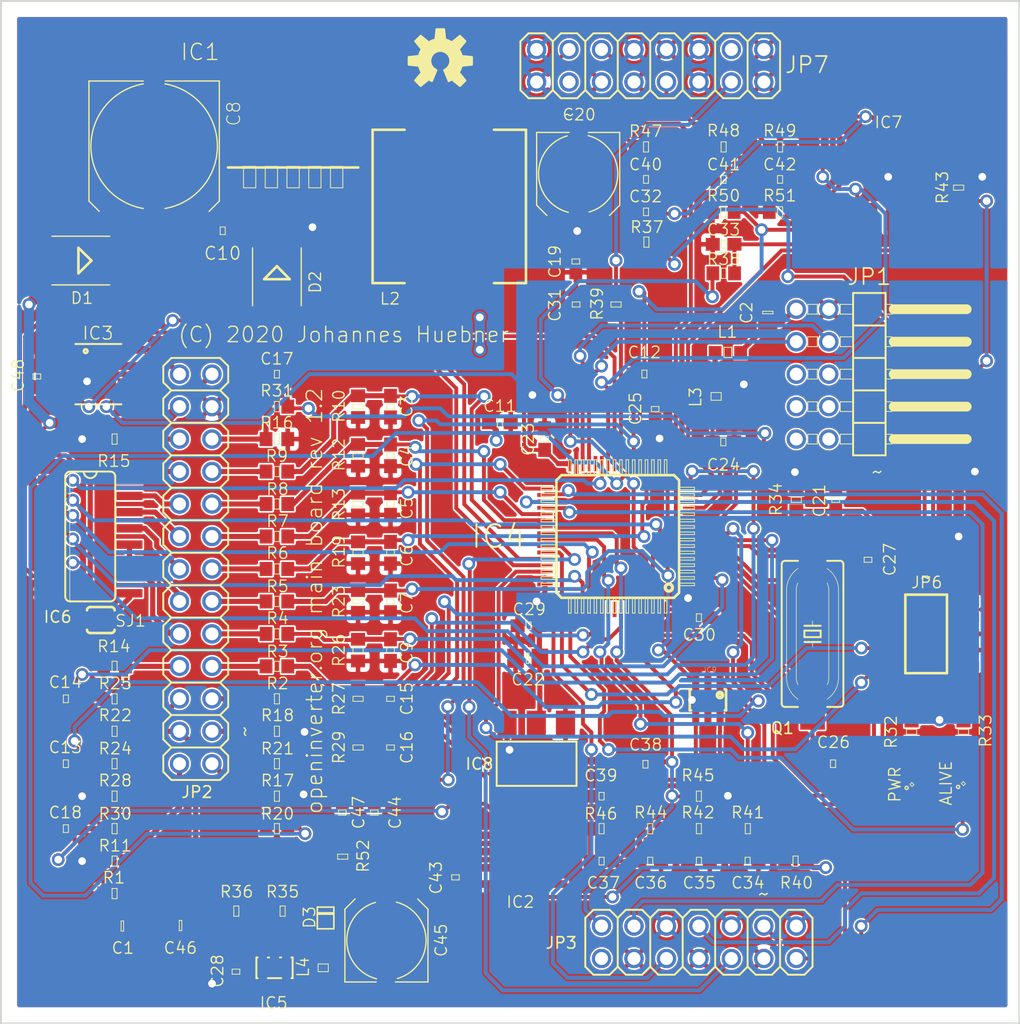
<source format=kicad_pcb>
(kicad_pcb (version 20171130) (host pcbnew 5.0.2-bee76a0~70~ubuntu18.04.1)
  (layers (0 Top signal) (31 Bottom signal) (34 B.Paste user) (35 F.Paste user) (36 B.SilkS user) (37 F.SilkS user) (38 B.Mask user) (39 F.Mask user) (44 Edge.Cuts user))
  (net 0 "")
  (net 1 GND)
  (net 2 VCC)
  (net 3 VCCIO)
  (net 4 +12V)
  (net 5 /N$23)
  (net 6 /PC12)
  (net 7 /S4/S1)
  (net 8 /N$28)
  (net 9 /PC8)
  (net 10 /PC7)
  (net 11 /PC6)
  (net 12 /PA4/ADC4)
  (net 13 /PA3/ADC3)
  (net 14 /N$25)
  (net 15 /PA2/ADC2)
  (net 16 /PA7/TIM3_CH2)
  (net 17 /PA6/TIM3_CH1)
  (net 18 /PC1/ADC11)
  (net 19 /PC0/ADC10)
  (net 20 /PB6/TIM4_CH1)
  (net 21 /PB5)
  (net 22 /PC2/ADC12)
  (net 23 /PD2/TIM3_ETR)
  (net 24 /NRST)
  (net 25 /N$7)
  (net 26 /N$4)
  (net 27 /N$2)
  (net 28 /PC4/ADC14)
  (net 29 /N$15)
  (net 30 /N$10)
  (net 31 /N$30)
  (net 32 /N$17)
  (net 33 /N$18)
  (net 34 /N$19)
  (net 35 /PC9)
  (net 36 /N$27)
  (net 37 /PC3/ADC13)
  (net 38 /PA5/ADC5)
  (net 39 /PB0/ADC8)
  (net 40 /N$21)
  (net 41 /N$11)
  (net 42 /ENC_Z/R1)
  (net 43 /N$20)
  (net 44 /N$14)
  (net 45 /N$26)
  (net 46 /CANH)
  (net 47 /CANL)
  (net 48 /PA11/CANRX)
  (net 49 /PA12/CANTX)
  (net 50 /PB9/TIM4_CH4)
  (net 51 /PB8/TIM4_CH3)
  (net 52 /PB7/TIM4_CH2)
  (net 53 "Net-(IC4-Pad56)")
  (net 54 "Net-(IC4-Pad55)")
  (net 55 /PC11)
  (net 56 /PC10)
  (net 57 "Net-(IC4-Pad50)")
  (net 58 /N$9)
  (net 59 /N$6)
  (net 60 /PA10/TIM1_CH3)
  (net 61 /PA9/TIM1_CH2)
  (net 62 /PA8/TIM1_CH1)
  (net 63 /TIM1_CH3N)
  (net 64 /TIM1_CH2N)
  (net 65 /TIM1_CH1N)
  (net 66 /PB12/TIM1_BKIN)
  (net 67 /PB11/USART3_RX)
  (net 68 /PB10/USART3_TX)
  (net 69 "Net-(IC4-Pad28)")
  (net 70 /PB1/ADC9)
  (net 71 /PC5/ADC15)
  (net 72 /PA1/TIM2_CH2)
  (net 73 "Net-(IC4-Pad14)")
  (net 74 "Net-(IC4-Pad4)")
  (net 75 "Net-(IC4-Pad3)")
  (net 76 /PC13)
  (net 77 /N$24)
  (net 78 /N$1)
  (net 79 /OUT_BRAKE)
  (net 80 /OUT_DCSW)
  (net 81 /OUT_ERR)
  (net 82 /OUT_OVTMP)
  (net 83 /OUT_TEMP)
  (net 84 /OUT_PRE)
  (net 85 "Net-(JP1-Pad9)")
  (net 86 "Net-(JP1-Pad7)")
  (net 87 "Net-(JP1-Pad5)")
  (net 88 "Net-(JP1-Pad10)")
  (net 89 "Net-(JP1-Pad8)")
  (net 90 "Net-(JP1-Pad6)")
  (net 91 /MTEMP+)
  (net 92 /MTEMP-)
  (net 93 /SIG_BMS)
  (net 94 /SIG_EMCYSTOP)
  (net 95 /SIG_REVERSE)
  (net 96 /SIG_FORWARD)
  (net 97 /SIG_MPROT)
  (net 98 /SIG_BRAKE)
  (net 99 /THROTTLE2)
  (net 100 /SIG_START)
  (net 101 /THROTTLE1)
  (net 102 /SIG_CRUISE)
  (net 103 /ENC_A/S2)
  (net 104 /ENC_B/S3)
  (net 105 "Net-(JP3-Pad14)")
  (net 106 "Net-(JP7-Pad14)")
  (net 107 /TMPHS)
  (net 108 /I_L2)
  (net 109 /I_L1)
  (net 110 /UDC)
  (net 111 "Net-(JP7-Pad3)")
  (net 112 /N$22)
  (net 113 /N$12)
  (module Mainboard_v1.2:LED_SML0805 (layer Top) (at 183.95 126.225 90)
    (fp_text reference ALIVE70 hide)
    (fp_text value LED_0603_GN hide)
    (pad A smd rect (at 1.04902 0 90) (size 1.19888 1.19888) (layers Top F.Paste F.Mask) (net 5 /N$23))
    (pad C smd rect (at -1.04902 0 90) (size 1.19888 1.19888) (layers Top F.Paste F.Mask) (net 6 /PC12))
  )
  (module Mainboard_v1.2:RCL_C0805 (layer Top) (at 118.1611 137.3836 180)
    (fp_text reference C1 (at -0.0389 -1.7164 180) (layer F.SilkS) (effects (font (size 0.9 0.9) (thickness 0.1016))))
    (fp_text value 10~ hide)
    (pad 1 smd rect (at -0.94996 0 180) (size 1.29794 1.4986) (layers Top F.Paste F.Mask) (net 7 /S4/S1))
    (pad 2 smd rect (at 0.94996 0 180) (size 1.29794 1.4986) (layers Top F.Paste F.Mask) (net 1 GND))
  )
  (module Mainboard_v1.2:RCL_C0805 (layer Top) (at 168.6611 89.3786 90)
    (fp_text reference C2 (at -0.0214 -1.6611 90) (layer F.SilkS) (effects (font (size 0.9 0.9) (thickness 0.1016))))
    (fp_text value 10~ hide)
    (pad 2 smd rect (at 0.94996 0 90) (size 1.29794 1.4986) (layers Top F.Paste F.Mask) (net 1 GND))
    (pad 1 smd rect (at -0.94996 0 90) (size 1.29794 1.4986) (layers Top F.Paste F.Mask) (net 8 /N$28))
  )
  (module Mainboard_v1.2:RCL_C0603 (layer Top) (at 139.1411 96.7436 270)
    (fp_text reference C3 (at -0.0436 -1.2589 270) (layer F.SilkS) (effects (font (size 0.9 0.9) (thickness 0.1016))))
    (fp_text value 1~ hide)
    (pad 2 smd rect (at 0.84836 0 270) (size 1.09982 0.99822) (layers Top F.Paste F.Mask) (net 1 GND))
    (pad 1 smd rect (at -0.84836 0 270) (size 1.09982 0.99822) (layers Top F.Paste F.Mask) (net 9 /PC8))
  )
  (module Mainboard_v1.2:RCL_C0603 (layer Top) (at 139.1411 100.5536 270)
    (fp_text reference C4 (at 0.0464 -1.27 270) (layer F.SilkS) (effects (font (size 0.9 0.9) (thickness 0.1016))))
    (fp_text value 1~ hide)
    (pad 2 smd rect (at 0.84836 0 270) (size 1.09982 0.99822) (layers Top F.Paste F.Mask) (net 1 GND))
    (pad 1 smd rect (at -0.84836 0 270) (size 1.09982 0.99822) (layers Top F.Paste F.Mask) (net 10 /PC7))
  )
  (module Mainboard_v1.2:RCL_C0603 (layer Top) (at 139.1411 104.3636 270)
    (fp_text reference C5 (at 0.3364 -1.27 270) (layer F.SilkS) (effects (font (size 0.9 0.9) (thickness 0.1016))))
    (fp_text value 1~ hide)
    (pad 1 smd rect (at -0.84836 0 270) (size 1.09982 0.99822) (layers Top F.Paste F.Mask) (net 11 /PC6))
    (pad 2 smd rect (at 0.84836 0 270) (size 1.09982 0.99822) (layers Top F.Paste F.Mask) (net 1 GND))
  )
  (module Mainboard_v1.2:RCL_C0603 (layer Top) (at 139.1411 108.1736 270)
    (fp_text reference C6 (at 0.2264 -1.27 270) (layer F.SilkS) (effects (font (size 0.9 0.9) (thickness 0.1016))))
    (fp_text value 1~ hide)
    (pad 1 smd rect (at -0.84836 0 270) (size 1.09982 0.99822) (layers Top F.Paste F.Mask) (net 12 /PA4/ADC4))
    (pad 2 smd rect (at 0.84836 0 270) (size 1.09982 0.99822) (layers Top F.Paste F.Mask) (net 1 GND))
  )
  (module Mainboard_v1.2:RCL_C0603 (layer Top) (at 139.1411 111.9836 270)
    (fp_text reference C7 (at 0.1164 -1.27 270) (layer F.SilkS) (effects (font (size 0.9 0.9) (thickness 0.1016))))
    (fp_text value 1~ hide)
    (pad 2 smd rect (at 0.84836 0 270) (size 1.09982 0.99822) (layers Top F.Paste F.Mask) (net 1 GND))
    (pad 1 smd rect (at -0.84836 0 270) (size 1.09982 0.99822) (layers Top F.Paste F.Mask) (net 13 /PA3/ADC3))
  )
  (module Mainboard_v1.2:RCL_UD-10X10_NICHICON (layer Top) (at 120.6461 76.3661 270)
    (fp_text reference C8 (at -2.54 -6.223 270) (layer F.SilkS) (effects (font (size 1.016 1.016) (thickness 0.0762))))
    (fp_text value 680~ hide)
    (pad + smd rect (at 3.9243 0 270) (size 3.59918 1.29794) (layers Top F.Paste F.Mask) (net 14 /N$25))
    (pad - smd rect (at -3.9497 0 270) (size 3.59918 1.29794) (layers Top F.Paste F.Mask) (net 1 GND))
  )
  (module Mainboard_v1.2:RCL_C0603 (layer Top) (at 139.1411 115.7936 270)
    (fp_text reference C9 (at 0.2064 -1.27 270) (layer F.SilkS) (effects (font (size 0.9 0.9) (thickness 0.1016))))
    (fp_text value 1~ hide)
    (pad 1 smd rect (at -0.84836 0 270) (size 1.09982 0.99822) (layers Top F.Paste F.Mask) (net 15 /PA2/ADC2))
    (pad 2 smd rect (at 0.84836 0 270) (size 1.09982 0.99822) (layers Top F.Paste F.Mask) (net 1 GND))
  )
  (module Mainboard_v1.2:RCL_C0603 (layer Top) (at 126.0136 82.9861 180)
    (fp_text reference C10 (at 0.0136 -1.7639 180) (layer F.SilkS) (effects (font (thickness 0.1016))))
    (fp_text value 1~ hide)
    (pad 2 smd rect (at 0.84836 0 180) (size 1.09982 0.99822) (layers Top F.Paste F.Mask) (net 1 GND))
    (pad 1 smd rect (at -0.84836 0 180) (size 1.09982 0.99822) (layers Top F.Paste F.Mask) (net 14 /N$25))
  )
  (module Mainboard_v1.2:RCL_C0603 (layer Top) (at 147.6961 98.0161)
    (fp_text reference C11 (at 0.0039 -1.3161) (layer F.SilkS) (effects (font (size 0.9 0.9) (thickness 0.1016))))
    (fp_text value 1nF hide)
    (pad 2 smd rect (at 0.84836 0) (size 1.09982 0.99822) (layers Top F.Paste F.Mask) (net 1 GND))
    (pad 1 smd rect (at -0.84836 0) (size 1.09982 0.99822) (layers Top F.Paste F.Mask) (net 16 /PA7/TIM3_CH2))
  )
  (module Mainboard_v1.2:RCL_C0603 (layer Top) (at 159.0061 94.1911)
    (fp_text reference C12 (at -0.0061 -1.6911) (layer F.SilkS) (effects (font (size 0.9 0.9) (thickness 0.1016))))
    (fp_text value 1nF hide)
    (pad 1 smd rect (at -0.84836 0) (size 1.09982 0.99822) (layers Top F.Paste F.Mask) (net 17 /PA6/TIM3_CH1))
    (pad 2 smd rect (at 0.84836 0) (size 1.09982 0.99822) (layers Top F.Paste F.Mask) (net 1 GND))
  )
  (module Mainboard_v1.2:RCL_C0603 (layer Top) (at 113.7411 124.6836 180)
    (fp_text reference C13 (at 0.0411 1.2836 180) (layer F.SilkS) (effects (font (size 0.9 0.9) (thickness 0.1016))))
    (fp_text value 1~ hide)
    (pad 2 smd rect (at 0.84836 0 180) (size 1.09982 0.99822) (layers Top F.Paste F.Mask) (net 1 GND))
    (pad 1 smd rect (at -0.84836 0 180) (size 1.09982 0.99822) (layers Top F.Paste F.Mask) (net 18 /PC1/ADC11))
  )
  (module Mainboard_v1.2:RCL_C0603 (layer Top) (at 113.7411 119.6036 180)
    (fp_text reference C14 (at 0.0411 1.3036 180) (layer F.SilkS) (effects (font (size 0.9 0.9) (thickness 0.1016))))
    (fp_text value 1~ hide)
    (pad 1 smd rect (at -0.84836 0 180) (size 1.09982 0.99822) (layers Top F.Paste F.Mask) (net 19 /PC0/ADC10))
    (pad 2 smd rect (at 0.84836 0 180) (size 1.09982 0.99822) (layers Top F.Paste F.Mask) (net 1 GND))
  )
  (module Mainboard_v1.2:RCL_C0603 (layer Top) (at 139.1411 119.6036 270)
    (fp_text reference C15 (at -0.0036 -1.27 270) (layer F.SilkS) (effects (font (size 0.9 0.9) (thickness 0.1016))))
    (fp_text value 1~ hide)
    (pad 2 smd rect (at 0.84836 0 270) (size 1.09982 0.99822) (layers Top F.Paste F.Mask) (net 1 GND))
    (pad 1 smd rect (at -0.84836 0 270) (size 1.09982 0.99822) (layers Top F.Paste F.Mask) (net 20 /PB6/TIM4_CH1))
  )
  (module Mainboard_v1.2:RCL_C0603 (layer Top) (at 139.1411 123.4136 270)
    (fp_text reference C16 (at -0.0136 -1.27 270) (layer F.SilkS) (effects (font (size 0.9 0.9) (thickness 0.1016))))
    (fp_text value 1~ hide)
    (pad 1 smd rect (at -0.84836 0 270) (size 1.09982 0.99822) (layers Top F.Paste F.Mask) (net 21 /PB5))
    (pad 2 smd rect (at 0.84836 0 270) (size 1.09982 0.99822) (layers Top F.Paste F.Mask) (net 1 GND))
  )
  (module Mainboard_v1.2:RCL_C0603 (layer Top) (at 130.2511 94.2036 180)
    (fp_text reference C17 (at 0.0011 1.2036 180) (layer F.SilkS) (effects (font (size 0.9 0.9) (thickness 0.1016))))
    (fp_text value 1~ hide)
    (pad 2 smd rect (at 0.84836 0 180) (size 1.09982 0.99822) (layers Top F.Paste F.Mask) (net 1 GND))
    (pad 1 smd rect (at -0.84836 0 180) (size 1.09982 0.99822) (layers Top F.Paste F.Mask) (net 22 /PC2/ADC12))
  )
  (module Mainboard_v1.2:RCL_C0603 (layer Top) (at 113.7411 129.7636 180)
    (fp_text reference C18 (at 0.0411 1.2636 180) (layer F.SilkS) (effects (font (size 0.9 0.9) (thickness 0.1016))))
    (fp_text value 1nF hide)
    (pad 1 smd rect (at -0.84836 0 180) (size 1.09982 0.99822) (layers Top F.Paste F.Mask) (net 23 /PD2/TIM3_ETR))
    (pad 2 smd rect (at 0.84836 0 180) (size 1.09982 0.99822) (layers Top F.Paste F.Mask) (net 1 GND))
  )
  (module Mainboard_v1.2:RCL_C0603 (layer Top) (at 153.6386 85.3836 270)
    (fp_text reference C19 (at 0.0164 1.6386 270) (layer F.SilkS) (effects (font (size 0.9 0.9) (thickness 0.1016))))
    (fp_text value 1~ hide)
    (pad 2 smd rect (at 0.84836 0 270) (size 1.09982 0.99822) (layers Top F.Paste F.Mask) (net 1 GND))
    (pad 1 smd rect (at -0.84836 0 270) (size 1.09982 0.99822) (layers Top F.Paste F.Mask) (net 2 VCC))
  )
  (module Mainboard_v1.2:RCL_UD-6_3X7_7_NICHICON (layer Top) (at 153.8236 78.5386 270)
    (fp_text reference C20 (at -4.6386 -0.0764) (layer F.SilkS) (effects (font (size 0.9 0.9) (thickness 0.1))))
    (fp_text value 470~ hide)
    (pad - smd rect (at -2.3495 0 270) (size 2.79908 0.99822) (layers Top F.Paste F.Mask) (net 1 GND))
    (pad + smd rect (at 2.3495 0 270) (size 2.79908 0.99822) (layers Top F.Paste F.Mask) (net 2 VCC))
  )
  (module Mainboard_v1.2:RCL_C0603 (layer Top) (at 173.9761 104.0336 90)
    (fp_text reference C21 (at -0.0664 -1.2761 90) (layer F.SilkS) (effects (font (size 0.9 0.9) (thickness 0.1016))))
    (fp_text value 1~ hide)
    (pad 1 smd rect (at -0.84836 0 90) (size 1.09982 0.99822) (layers Top F.Paste F.Mask) (net 24 /NRST))
    (pad 2 smd rect (at 0.84836 0 90) (size 1.09982 0.99822) (layers Top F.Paste F.Mask) (net 1 GND))
  )
  (module Mainboard_v1.2:RCL_C0805 (layer Top) (at 149.8761 116.4286 180)
    (fp_text reference C22 (at -0.0239 -1.6714 180) (layer F.SilkS) (effects (font (size 0.9 0.9) (thickness 0.1016))))
    (fp_text value 10~ hide)
    (pad 2 smd rect (at 0.94996 0 180) (size 1.29794 1.4986) (layers Top F.Paste F.Mask) (net 1 GND))
    (pad 1 smd rect (at -0.94996 0 180) (size 1.29794 1.4986) (layers Top F.Paste F.Mask) (net 3 VCCIO))
  )
  (module Mainboard_v1.2:RCL_C0603 (layer Top) (at 151.1961 99.2836 270)
    (fp_text reference C23 (at 0.0164 1.2961 270) (layer F.SilkS) (effects (font (size 0.9 0.9) (thickness 0.1016))))
    (fp_text value 1~ hide)
    (pad 1 smd rect (at -0.84836 0 270) (size 1.09982 0.99822) (layers Top F.Paste F.Mask) (net 1 GND))
    (pad 2 smd rect (at 0.84836 0 270) (size 1.09982 0.99822) (layers Top F.Paste F.Mask) (net 3 VCCIO))
  )
  (module Mainboard_v1.2:RCL_C0603 (layer Top) (at 165.1811 99.5036 180)
    (fp_text reference C24 (at -0.0189 -1.7964 180) (layer F.SilkS) (effects (font (size 0.9 0.9) (thickness 0.1016))))
    (fp_text value 1~ hide)
    (pad 1 smd rect (at -0.84836 0 180) (size 1.09982 0.99822) (layers Top F.Paste F.Mask) (net 1 GND))
    (pad 2 smd rect (at 0.84836 0 180) (size 1.09982 0.99822) (layers Top F.Paste F.Mask) (net 25 /N$7))
  )
  (module Mainboard_v1.2:RCL_C0603 (layer Top) (at 159.8461 96.9336 270)
    (fp_text reference C25 (at -0.0336 1.5461 270) (layer F.SilkS) (effects (font (size 0.9 0.9) (thickness 0.1016))))
    (fp_text value 1~ hide)
    (pad 2 smd rect (at 0.84836 0 270) (size 1.09982 0.99822) (layers Top F.Paste F.Mask) (net 3 VCCIO))
    (pad 1 smd rect (at -0.84836 0 270) (size 1.09982 0.99822) (layers Top F.Paste F.Mask) (net 1 GND))
  )
  (module Mainboard_v1.2:RCL_C0603 (layer Top) (at 173.7636 124.6836)
    (fp_text reference C26 (at 0.0364 -1.6836) (layer F.SilkS) (effects (font (size 0.9 0.9) (thickness 0.1016))))
    (fp_text value 20p hide)
    (pad 1 smd rect (at -0.84836 0) (size 1.09982 0.99822) (layers Top F.Paste F.Mask) (net 26 /N$4))
    (pad 2 smd rect (at 0.84836 0) (size 1.09982 0.99822) (layers Top F.Paste F.Mask) (net 1 GND))
  )
  (module Mainboard_v1.2:RCL_C0603 (layer Top) (at 176.5011 108.7236 90)
    (fp_text reference C27 (at 0.0236 1.6989 90) (layer F.SilkS) (effects (font (size 0.9 0.9) (thickness 0.1016))))
    (fp_text value 20p hide)
    (pad 2 smd rect (at 0.84836 0 90) (size 1.09982 0.99822) (layers Top F.Paste F.Mask) (net 1 GND))
    (pad 1 smd rect (at -0.84836 0 90) (size 1.09982 0.99822) (layers Top F.Paste F.Mask) (net 27 /N$2))
  )
  (module Mainboard_v1.2:RCL_C0603 (layer Top) (at 127.0486 140.9511 90)
    (fp_text reference C28 (at 0.0511 -1.4486 90) (layer F.SilkS) (effects (font (size 0.9 0.9) (thickness 0.1016))))
    (fp_text value 1~ hide)
    (pad 1 smd rect (at -0.84836 0 90) (size 1.09982 0.99822) (layers Top F.Paste F.Mask) (net 2 VCC))
    (pad 2 smd rect (at 0.84836 0 90) (size 1.09982 0.99822) (layers Top F.Paste F.Mask) (net 1 GND))
  )
  (module Mainboard_v1.2:RCL_C0603 (layer Top) (at 149.9361 113.8886)
    (fp_text reference C29 (at 0.0639 -1.2886) (layer F.SilkS) (effects (font (size 0.9 0.9) (thickness 0.1016))))
    (fp_text value 1~ hide)
    (pad 2 smd rect (at 0.84836 0) (size 1.09982 0.99822) (layers Top F.Paste F.Mask) (net 3 VCCIO))
    (pad 1 smd rect (at -0.84836 0) (size 1.09982 0.99822) (layers Top F.Paste F.Mask) (net 1 GND))
  )
  (module Mainboard_v1.2:RCL_C0603 (layer Top) (at 163.2711 113.2536 180)
    (fp_text reference C30 (at -0.0289 -1.3464 180) (layer F.SilkS) (effects (font (size 0.9 0.9) (thickness 0.1016))))
    (fp_text value 1~ hide)
    (pad 1 smd rect (at -0.84836 0 180) (size 1.09982 0.99822) (layers Top F.Paste F.Mask) (net 1 GND))
    (pad 2 smd rect (at 0.84836 0 180) (size 1.09982 0.99822) (layers Top F.Paste F.Mask) (net 3 VCCIO))
  )
  (module Mainboard_v1.2:RCL_C0603 (layer Top) (at 153.6611 88.7536 90)
    (fp_text reference C31 (at -0.0464 -1.6611 90) (layer F.SilkS) (effects (font (size 0.9 0.9) (thickness 0.1016))))
    (fp_text value 1~ hide)
    (pad 2 smd rect (at 0.84836 0 90) (size 1.09982 0.99822) (layers Top F.Paste F.Mask) (net 1 GND))
    (pad 1 smd rect (at -0.84836 0 90) (size 1.09982 0.99822) (layers Top F.Paste F.Mask) (net 28 /PC4/ADC14))
  )
  (module Mainboard_v1.2:RCL_C0603 (layer Top) (at 159.1311 81.5036 180)
    (fp_text reference C32 (at 0.0311 1.2036 180) (layer F.SilkS) (effects (font (size 0.9 0.9) (thickness 0.1016))))
    (fp_text value 1~ hide)
    (pad 1 smd rect (at -0.84836 0 180) (size 1.09982 0.99822) (layers Top F.Paste F.Mask) (net 29 /N$15))
    (pad 2 smd rect (at 0.84836 0 180) (size 1.09982 0.99822) (layers Top F.Paste F.Mask) (net 1 GND))
  )
  (module Mainboard_v1.2:RCL_C0603 (layer Top) (at 165.2011 84.0436 180)
    (fp_text reference C33 (at 0.0011 1.1436 180) (layer F.SilkS) (effects (font (size 0.9 0.9) (thickness 0.1016))))
    (fp_text value 1~ hide)
    (pad 2 smd rect (at 0.84836 0 180) (size 1.09982 0.99822) (layers Top F.Paste F.Mask) (net 1 GND))
    (pad 1 smd rect (at -0.84836 0 180) (size 1.09982 0.99822) (layers Top F.Paste F.Mask) (net 30 /N$10))
  )
  (module Mainboard_v1.2:RCL_C0603 (layer Top) (at 167.0811 132.3036)
    (fp_text reference C34 (at 0.0189 1.6964) (layer F.SilkS) (effects (font (size 0.9 0.9) (thickness 0.1016))))
    (fp_text value 22n hide)
    (pad 1 smd rect (at -0.84836 0) (size 1.09982 0.99822) (layers Top F.Paste F.Mask) (net 31 /N$30))
    (pad 2 smd rect (at 0.84836 0) (size 1.09982 0.99822) (layers Top F.Paste F.Mask) (net 1 GND))
  )
  (module Mainboard_v1.2:RCL_C0603 (layer Top) (at 163.2711 132.3036)
    (fp_text reference C35 (at 0.0289 1.6964) (layer F.SilkS) (effects (font (size 0.9 0.9) (thickness 0.1016))))
    (fp_text value 22n hide)
    (pad 2 smd rect (at 0.84836 0) (size 1.09982 0.99822) (layers Top F.Paste F.Mask) (net 1 GND))
    (pad 1 smd rect (at -0.84836 0) (size 1.09982 0.99822) (layers Top F.Paste F.Mask) (net 32 /N$17))
  )
  (module Mainboard_v1.2:RCL_C0603 (layer Top) (at 159.4611 132.3036)
    (fp_text reference C36 (at 0.0389 1.6964) (layer F.SilkS) (effects (font (size 0.9 0.9) (thickness 0.1016))))
    (fp_text value 22n hide)
    (pad 1 smd rect (at -0.84836 0) (size 1.09982 0.99822) (layers Top F.Paste F.Mask) (net 33 /N$18))
    (pad 2 smd rect (at 0.84836 0) (size 1.09982 0.99822) (layers Top F.Paste F.Mask) (net 1 GND))
  )
  (module Mainboard_v1.2:RCL_C0603 (layer Top) (at 155.6511 132.3036 180)
    (fp_text reference C37 (at -0.1489 -1.6964 180) (layer F.SilkS) (effects (font (size 0.9 0.9) (thickness 0.1016))))
    (fp_text value 22n hide)
    (pad 2 smd rect (at 0.84836 0 180) (size 1.09982 0.99822) (layers Top F.Paste F.Mask) (net 34 /N$19))
    (pad 1 smd rect (at -0.84836 0 180) (size 1.09982 0.99822) (layers Top F.Paste F.Mask) (net 33 /N$18))
  )
  (module Mainboard_v1.2:RCL_C0603 (layer Top) (at 159.0886 124.7236 180)
    (fp_text reference C38 (at -0.0114 1.5236 180) (layer F.SilkS) (effects (font (size 0.9 0.9) (thickness 0.1016))))
    (fp_text value 1nF hide)
    (pad 2 smd rect (at 0.84836 0 180) (size 1.09982 0.99822) (layers Top F.Paste F.Mask) (net 1 GND))
    (pad 1 smd rect (at -0.84836 0 180) (size 1.09982 0.99822) (layers Top F.Paste F.Mask) (net 35 /PC9))
  )
  (module Mainboard_v1.2:RCL_C0603 (layer Top) (at 155.6511 127.2236 180)
    (fp_text reference C39 (at 0.0511 1.6236 180) (layer F.SilkS) (effects (font (size 0.9 0.9) (thickness 0.1016))))
    (fp_text value 1~ hide)
    (pad 1 smd rect (at -0.84836 0 180) (size 1.09982 0.99822) (layers Top F.Paste F.Mask) (net 1 GND))
    (pad 2 smd rect (at 0.84836 0 180) (size 1.09982 0.99822) (layers Top F.Paste F.Mask) (net 36 /N$27))
  )
  (module Mainboard_v1.2:RCL_C0603 (layer Top) (at 159.1311 78.9636 180)
    (fp_text reference C40 (at 0.0311 1.1636 180) (layer F.SilkS) (effects (font (size 0.9 0.9) (thickness 0.1016))))
    (fp_text value 1~ hide)
    (pad 2 smd rect (at 0.84836 0 180) (size 1.09982 0.99822) (layers Top F.Paste F.Mask) (net 1 GND))
    (pad 1 smd rect (at -0.84836 0 180) (size 1.09982 0.99822) (layers Top F.Paste F.Mask) (net 37 /PC3/ADC13))
  )
  (module Mainboard_v1.2:RCL_C0603 (layer Top) (at 165.2011 78.9636 180)
    (fp_text reference C41 (at 0.0011 1.1636 180) (layer F.SilkS) (effects (font (size 0.9 0.9) (thickness 0.1016))))
    (fp_text value 1nF hide)
    (pad 1 smd rect (at -0.84836 0 180) (size 1.09982 0.99822) (layers Top F.Paste F.Mask) (net 38 /PA5/ADC5))
    (pad 2 smd rect (at 0.84836 0 180) (size 1.09982 0.99822) (layers Top F.Paste F.Mask) (net 1 GND))
  )
  (module Mainboard_v1.2:RCL_C0603 (layer Top) (at 169.6211 78.9636 180)
    (fp_text reference C42 (at 0.0211 1.1636 180) (layer F.SilkS) (effects (font (size 0.9 0.9) (thickness 0.1016))))
    (fp_text value 1nF hide)
    (pad 2 smd rect (at 0.84836 0 180) (size 1.09982 0.99822) (layers Top F.Paste F.Mask) (net 1 GND))
    (pad 1 smd rect (at -0.84836 0 180) (size 1.09982 0.99822) (layers Top F.Paste F.Mask) (net 39 /PB0/ADC8))
  )
  (module Mainboard_v1.2:RCL_C0603 (layer Top) (at 144.2211 133.5736 90)
    (fp_text reference C43 (at -0.0264 -1.5211 90) (layer F.SilkS) (effects (font (size 0.9 0.9) (thickness 0.1016))))
    (fp_text value 1~ hide)
    (pad 1 smd rect (at -0.84836 0 90) (size 1.09982 0.99822) (layers Top F.Paste F.Mask) (net 1 GND))
    (pad 2 smd rect (at 0.84836 0 90) (size 1.09982 0.99822) (layers Top F.Paste F.Mask) (net 40 /N$21))
  )
  (module Mainboard_v1.2:RCL_C0603 (layer Top) (at 137.8711 128.5036 270)
    (fp_text reference C44 (at -0.0036 -1.6289 270) (layer F.SilkS) (effects (font (size 0.9 0.9) (thickness 0.1016))))
    (fp_text value 22n hide)
    (pad 2 smd rect (at 0.84836 0 270) (size 1.09982 0.99822) (layers Top F.Paste F.Mask) (net 41 /N$11))
    (pad 1 smd rect (at -0.84836 0 270) (size 1.09982 0.99822) (layers Top F.Paste F.Mask) (net 1 GND))
  )
  (module Mainboard_v1.2:RCL_UD-6_3X7_7_NICHICON (layer Top) (at 138.8211 138.5111 90)
    (fp_text reference C45 (at 0.0111 4.2789 270) (layer F.SilkS) (effects (font (size 0.9 0.9) (thickness 0.1))))
    (fp_text value 470~ hide)
    (pad + smd rect (at 2.3495 0 90) (size 2.79908 0.99822) (layers Top F.Paste F.Mask) (net 40 /N$21))
    (pad - smd rect (at -2.3495 0 90) (size 2.79908 0.99822) (layers Top F.Paste F.Mask) (net 1 GND))
  )
  (module Mainboard_v1.2:RCL_C0805 (layer Top) (at 122.7111 137.3436 180)
    (fp_text reference C46 (at 0.0111 -1.7564 180) (layer F.SilkS) (effects (font (size 0.9 0.9) (thickness 0.1016))))
    (fp_text value 10~ hide)
    (pad 1 smd rect (at -0.94996 0 180) (size 1.29794 1.4986) (layers Top F.Paste F.Mask) (net 43 /N$20))
    (pad 2 smd rect (at 0.94996 0 180) (size 1.29794 1.4986) (layers Top F.Paste F.Mask) (net 42 /ENC_Z/R1))
  )
  (module Mainboard_v1.2:RCL_C0603 (layer Top) (at 135.3711 128.5036 270)
    (fp_text reference C47 (at -0.0036 -1.27 270) (layer F.SilkS) (effects (font (size 0.9 0.9) (thickness 0.1016))))
    (fp_text value 22n hide)
    (pad 1 smd rect (at -0.84836 0 270) (size 1.09982 0.99822) (layers Top F.Paste F.Mask) (net 1 GND))
    (pad 2 smd rect (at 0.84836 0 270) (size 1.09982 0.99822) (layers Top F.Paste F.Mask) (net 41 /N$11))
  )
  (module Mainboard_v1.2:RCL_C0603 (layer Top) (at 111.4736 94.3786 90)
    (fp_text reference C48 (at 0.0786 -1.4736 90) (layer F.SilkS) (effects (font (size 0.9 0.9) (thickness 0.1016))))
    (fp_text value 1~ hide)
    (pad 1 smd rect (at -0.84836 0 90) (size 1.09982 0.99822) (layers Top F.Paste F.Mask) (net 2 VCC))
    (pad 2 smd rect (at 0.84836 0 90) (size 1.09982 0.99822) (layers Top F.Paste F.Mask) (net 1 GND))
  )
  (module Mainboard_v1.2:DIODE_SMB (layer Top) (at 114.9111 85.3161 180)
    (fp_text reference D1 (at -0.0889 -2.9339 180) (layer F.SilkS) (effects (font (size 0.9 0.9) (thickness 0.1016))))
    (fp_text value CDBA540-HF hide)
    (pad A smd rect (at 2.19964 0 180) (size 2.39776 2.39776) (layers Top F.Paste F.Mask) (net 4 +12V))
    (pad C smd rect (at -2.19964 0 180) (size 2.39776 2.39776) (layers Top F.Paste F.Mask) (net 14 /N$25))
  )
  (module Mainboard_v1.2:DIODE_SMB (layer Top) (at 130.2511 86.5836 270)
    (fp_text reference D2 (at 0.4164 -2.9989 90) (layer F.SilkS) (effects (font (size 0.9 0.9) (thickness 0.1016))))
    (fp_text value CDBA540-HF hide)
    (pad C smd rect (at -2.19964 0 270) (size 2.39776 2.39776) (layers Top F.Paste F.Mask) (net 44 /N$14))
    (pad A smd rect (at 2.19964 0 270) (size 2.39776 2.39776) (layers Top F.Paste F.Mask) (net 1 GND))
  )
  (module Mainboard_v1.2:ADAFRUIT_SOD-323F (layer Top) (at 134.0611 136.7486 90)
    (fp_text reference D3 (at 0.0486 -1.2611 90) (layer F.SilkS) (effects (font (size 0.9 0.9) (thickness 0.1))))
    (fp_text value SBR1A40S3-7 hide)
    (pad A smd rect (at -0.99822 0 90) (size 0.99822 0.79756) (layers Top F.Paste F.Mask) (net 45 /N$26))
    (pad C smd rect (at 0.99822 0 90) (size 0.99822 0.79756) (layers Top F.Paste F.Mask) (net 40 /N$21))
  )
  (module Mainboard_v1.2:SPARKFUN-AESTHETICS_FIDUCIAL-1X2.5 (layer Top) (at 180.8486 132.1911)
    (fp_text reference FID1 hide)
    (fp_text value FIDUCIAL1X2.5 hide)
    (pad 1 smd circle (at 0 0) (size 0.99822 0.99822) (layers Top F.Paste F.Mask))
  )
  (module Mainboard_v1.2:SPARKFUN-AESTHETICS_FIDUCIAL-1X2.5 (layer Top) (at 112.7236 78.1286)
    (fp_text reference FID2 hide)
    (fp_text value FIDUCIAL1X2.5 hide)
    (pad 1 smd circle (at 0 0) (size 0.99822 0.99822) (layers Top F.Paste F.Mask))
  )
  (module Mainboard_v1.2:NATIONAL-SEMICONDUCTOR_TO263-5 (layer Top) (at 131.5211 75.1536)
    (fp_text reference IC1 (at -7.2711 -6.1536 180) (layer F.SilkS) (effects (font (size 1.27 1.27) (thickness 0.1016))))
    (fp_text value LM2596S hide)
    (pad 1 smd rect (at -3.4036 5.7912) (size 1.0668 2.159) (layers Top F.Paste F.Mask) (net 14 /N$25))
    (pad 2 smd rect (at -1.7018 5.7912) (size 1.0668 2.159) (layers Top F.Paste F.Mask) (net 44 /N$14))
    (pad 3 smd rect (at 0 5.7912) (size 1.0668 2.159) (layers Top F.Paste F.Mask) (net 1 GND))
    (pad 4 smd rect (at 1.7018 5.7912) (size 1.0668 2.159) (layers Top F.Paste F.Mask) (net 2 VCC))
    (pad 5 smd rect (at 3.4036 5.7912) (size 1.0668 2.159) (layers Top F.Paste F.Mask) (net 1 GND))
    (pad 6 smd rect (at 0 -2.54) (size 10.79754 10.40892) (layers Top F.Paste F.Mask) (net 1 GND))
  )
  (module Mainboard_v1.2:ST-MICROELECTRONICS_SO08 (layer Top) (at 149.2861 132.1911 270)
    (fp_text reference IC2 (at 3.3089 -0.0139) (layer F.SilkS) (effects (font (size 0.9 0.9) (thickness 0.1016))))
    (fp_text value TDA2822D hide)
    (pad 1 smd rect (at -1.905 2.59842 270) (size 0.59944 2.19964) (layers Top F.Paste F.Mask) (net 43 /N$20))
    (pad 2 smd rect (at -0.635 2.59842 270) (size 0.59944 2.19964) (layers Top F.Paste F.Mask) (net 40 /N$21))
    (pad 3 smd rect (at 0.635 2.59842 270) (size 0.59944 2.19964) (layers Top F.Paste F.Mask))
    (pad 4 smd rect (at 1.905 2.59842 270) (size 0.59944 2.19964) (layers Top F.Paste F.Mask) (net 1 GND))
    (pad 5 smd rect (at 1.905 -2.59842 270) (size 0.59944 2.19964) (layers Top F.Paste F.Mask))
    (pad 6 smd rect (at 0.635 -2.59842 270) (size 0.59944 2.19964) (layers Top F.Paste F.Mask))
    (pad 7 smd rect (at -0.635 -2.59842 270) (size 0.59944 2.19964) (layers Top F.Paste F.Mask) (net 34 /N$19))
    (pad 8 smd rect (at -1.905 -2.59842 270) (size 0.59944 2.19964) (layers Top F.Paste F.Mask) (net 36 /N$27))
  )
  (module Mainboard_v1.2:SPARKFUN-DIGITALIC_SO08 (layer Top) (at 116.2811 94.2036 270)
    (fp_text reference IC3 (at -3.2036 0.0311) (layer F.SilkS) (effects (font (thickness 0.1))))
    (fp_text value MCP2562P hide)
    (pad 1 smd rect (at -1.905 2.6162 270) (size 0.6096 2.20726) (layers Top F.Paste F.Mask) (net 49 /PA12/CANTX))
    (pad 2 smd rect (at -0.635 2.6162 270) (size 0.6096 2.20726) (layers Top F.Paste F.Mask) (net 1 GND))
    (pad 3 smd rect (at 0.635 2.6162 270) (size 0.6096 2.20726) (layers Top F.Paste F.Mask) (net 2 VCC))
    (pad 4 smd rect (at 1.905 2.6162 270) (size 0.6096 2.20726) (layers Top F.Paste F.Mask) (net 48 /PA11/CANRX))
    (pad 5 smd rect (at 1.905 -2.6162 270) (size 0.6096 2.20726) (layers Top F.Paste F.Mask) (net 3 VCCIO))
    (pad 6 smd rect (at 0.635 -2.6162 270) (size 0.6096 2.20726) (layers Top F.Paste F.Mask) (net 47 /CANL))
    (pad 7 smd rect (at -0.635 -2.6162 270) (size 0.6096 2.20726) (layers Top F.Paste F.Mask) (net 46 /CANH))
    (pad 8 smd rect (at -1.905 -2.6162 270) (size 0.6096 2.20726) (layers Top F.Paste F.Mask) (net 1 GND))
  )
  (module Mainboard_v1.2:STM32_TQFP64 (layer Top) (at 156.9211 106.9036 180)
    (fp_text reference IC4 (at 9.3211 0.0036 180) (layer F.SilkS) (effects (font (size 1.778 1.778) (thickness 0.1524))))
    (fp_text value STM32F103RBT6 hide)
    (pad 1 smd rect (at -5.69976 -3.74904 180) (size 1.19888 0.29972) (layers Top F.Paste F.Mask) (net 3 VCCIO))
    (pad 2 smd rect (at -5.69976 -3.24866 180) (size 1.19888 0.29972) (layers Top F.Paste F.Mask) (net 76 /PC13))
    (pad 3 smd rect (at -5.69976 -2.74828 180) (size 1.19888 0.29972) (layers Top F.Paste F.Mask) (net 75 "Net-(IC4-Pad3)"))
    (pad 4 smd rect (at -5.69976 -2.2479 180) (size 1.19888 0.29972) (layers Top F.Paste F.Mask) (net 74 "Net-(IC4-Pad4)"))
    (pad 5 smd rect (at -5.69976 -1.74752 180) (size 1.19888 0.29972) (layers Top F.Paste F.Mask) (net 26 /N$4))
    (pad 6 smd rect (at -5.69976 -1.24968 180) (size 1.19888 0.29972) (layers Top F.Paste F.Mask) (net 27 /N$2))
    (pad 7 smd rect (at -5.69976 -0.7493 180) (size 1.19888 0.29972) (layers Top F.Paste F.Mask) (net 24 /NRST))
    (pad 8 smd rect (at -5.69976 -0.24892 180) (size 1.19888 0.29972) (layers Top F.Paste F.Mask) (net 19 /PC0/ADC10))
    (pad 9 smd rect (at -5.69976 0.24892 180) (size 1.19888 0.29972) (layers Top F.Paste F.Mask) (net 18 /PC1/ADC11))
    (pad 10 smd rect (at -5.69976 0.7493 180) (size 1.19888 0.29972) (layers Top F.Paste F.Mask) (net 22 /PC2/ADC12))
    (pad 11 smd rect (at -5.69976 1.24968 180) (size 1.19888 0.29972) (layers Top F.Paste F.Mask) (net 37 /PC3/ADC13))
    (pad 12 smd rect (at -5.69976 1.74752 180) (size 1.19888 0.29972) (layers Top F.Paste F.Mask) (net 1 GND))
    (pad 13 smd rect (at -5.69976 2.2479 180) (size 1.19888 0.29972) (layers Top F.Paste F.Mask) (net 25 /N$7))
    (pad 14 smd rect (at -5.69976 2.74828 180) (size 1.19888 0.29972) (layers Top F.Paste F.Mask) (net 73 "Net-(IC4-Pad14)"))
    (pad 15 smd rect (at -5.69976 3.24866 180) (size 1.19888 0.29972) (layers Top F.Paste F.Mask) (net 72 /PA1/TIM2_CH2))
    (pad 16 smd rect (at -5.69976 3.74904 180) (size 1.19888 0.29972) (layers Top F.Paste F.Mask) (net 15 /PA2/ADC2))
    (pad 17 smd rect (at -3.74904 5.69976 180) (size 0.29972 1.19888) (layers Top F.Paste F.Mask) (net 13 /PA3/ADC3))
    (pad 18 smd rect (at -3.24866 5.69976 180) (size 0.29972 1.19888) (layers Top F.Paste F.Mask) (net 1 GND))
    (pad 19 smd rect (at -2.74828 5.69976 180) (size 0.29972 1.19888) (layers Top F.Paste F.Mask) (net 3 VCCIO))
    (pad 20 smd rect (at -2.2479 5.69976 180) (size 0.29972 1.19888) (layers Top F.Paste F.Mask) (net 12 /PA4/ADC4))
    (pad 21 smd rect (at -1.74752 5.69976 180) (size 0.29972 1.19888) (layers Top F.Paste F.Mask) (net 38 /PA5/ADC5))
    (pad 22 smd rect (at -1.24968 5.69976 180) (size 0.29972 1.19888) (layers Top F.Paste F.Mask) (net 17 /PA6/TIM3_CH1))
    (pad 23 smd rect (at -0.7493 5.69976 180) (size 0.29972 1.19888) (layers Top F.Paste F.Mask) (net 16 /PA7/TIM3_CH2))
    (pad 24 smd rect (at -0.24892 5.69976 180) (size 0.29972 1.19888) (layers Top F.Paste F.Mask) (net 28 /PC4/ADC14))
    (pad 25 smd rect (at 0.24892 5.69976 180) (size 0.29972 1.19888) (layers Top F.Paste F.Mask) (net 71 /PC5/ADC15))
    (pad 26 smd rect (at 0.7493 5.69976 180) (size 0.29972 1.19888) (layers Top F.Paste F.Mask) (net 39 /PB0/ADC8))
    (pad 27 smd rect (at 1.24968 5.69976 180) (size 0.29972 1.19888) (layers Top F.Paste F.Mask) (net 70 /PB1/ADC9))
    (pad 28 smd rect (at 1.74752 5.69976 180) (size 0.29972 1.19888) (layers Top F.Paste F.Mask) (net 69 "Net-(IC4-Pad28)"))
    (pad 29 smd rect (at 2.2479 5.69976 180) (size 0.29972 1.19888) (layers Top F.Paste F.Mask) (net 68 /PB10/USART3_TX))
    (pad 30 smd rect (at 2.74828 5.69976 180) (size 0.29972 1.19888) (layers Top F.Paste F.Mask) (net 67 /PB11/USART3_RX))
    (pad 31 smd rect (at 3.24866 5.69976 180) (size 0.29972 1.19888) (layers Top F.Paste F.Mask) (net 1 GND))
    (pad 32 smd rect (at 3.74904 5.69976 180) (size 0.29972 1.19888) (layers Top F.Paste F.Mask) (net 3 VCCIO))
    (pad 33 smd rect (at 5.69976 3.74904 180) (size 1.19888 0.29972) (layers Top F.Paste F.Mask) (net 66 /PB12/TIM1_BKIN))
    (pad 34 smd rect (at 5.69976 3.24866 180) (size 1.19888 0.29972) (layers Top F.Paste F.Mask) (net 65 /TIM1_CH1N))
    (pad 35 smd rect (at 5.69976 2.74828 180) (size 1.19888 0.29972) (layers Top F.Paste F.Mask) (net 64 /TIM1_CH2N))
    (pad 36 smd rect (at 5.69976 2.2479 180) (size 1.19888 0.29972) (layers Top F.Paste F.Mask) (net 63 /TIM1_CH3N))
    (pad 37 smd rect (at 5.69976 1.74752 180) (size 1.19888 0.29972) (layers Top F.Paste F.Mask) (net 11 /PC6))
    (pad 38 smd rect (at 5.69976 1.24968 180) (size 1.19888 0.29972) (layers Top F.Paste F.Mask) (net 10 /PC7))
    (pad 39 smd rect (at 5.69976 0.7493 180) (size 1.19888 0.29972) (layers Top F.Paste F.Mask) (net 9 /PC8))
    (pad 40 smd rect (at 5.69976 0.24892 180) (size 1.19888 0.29972) (layers Top F.Paste F.Mask) (net 35 /PC9))
    (pad 41 smd rect (at 5.69976 -0.24892 180) (size 1.19888 0.29972) (layers Top F.Paste F.Mask) (net 62 /PA8/TIM1_CH1))
    (pad 42 smd rect (at 5.69976 -0.7493 180) (size 1.19888 0.29972) (layers Top F.Paste F.Mask) (net 61 /PA9/TIM1_CH2))
    (pad 43 smd rect (at 5.69976 -1.24968 180) (size 1.19888 0.29972) (layers Top F.Paste F.Mask) (net 60 /PA10/TIM1_CH3))
    (pad 44 smd rect (at 5.69976 -1.74752 180) (size 1.19888 0.29972) (layers Top F.Paste F.Mask) (net 48 /PA11/CANRX))
    (pad 45 smd rect (at 5.69976 -2.2479 180) (size 1.19888 0.29972) (layers Top F.Paste F.Mask) (net 49 /PA12/CANTX))
    (pad 46 smd rect (at 5.69976 -2.74828 180) (size 1.19888 0.29972) (layers Top F.Paste F.Mask) (net 59 /N$6))
    (pad 47 smd rect (at 5.69976 -3.24866 180) (size 1.19888 0.29972) (layers Top F.Paste F.Mask) (net 1 GND))
    (pad 48 smd rect (at 5.69976 -3.74904 180) (size 1.19888 0.29972) (layers Top F.Paste F.Mask) (net 3 VCCIO))
    (pad 49 smd rect (at 3.74904 -5.69976 180) (size 0.29972 1.19888) (layers Top F.Paste F.Mask) (net 58 /N$9))
    (pad 50 smd rect (at 3.24866 -5.69976 180) (size 0.29972 1.19888) (layers Top F.Paste F.Mask) (net 57 "Net-(IC4-Pad50)"))
    (pad 51 smd rect (at 2.74828 -5.69976 180) (size 0.29972 1.19888) (layers Top F.Paste F.Mask) (net 56 /PC10))
    (pad 52 smd rect (at 2.2479 -5.69976 180) (size 0.29972 1.19888) (layers Top F.Paste F.Mask) (net 55 /PC11))
    (pad 53 smd rect (at 1.74752 -5.69976 180) (size 0.29972 1.19888) (layers Top F.Paste F.Mask) (net 6 /PC12))
    (pad 54 smd rect (at 1.24968 -5.69976 180) (size 0.29972 1.19888) (layers Top F.Paste F.Mask) (net 23 /PD2/TIM3_ETR))
    (pad 55 smd rect (at 0.7493 -5.69976 180) (size 0.29972 1.19888) (layers Top F.Paste F.Mask) (net 54 "Net-(IC4-Pad55)"))
    (pad 56 smd rect (at 0.24892 -5.69976 180) (size 0.29972 1.19888) (layers Top F.Paste F.Mask) (net 53 "Net-(IC4-Pad56)"))
    (pad 57 smd rect (at -0.24892 -5.69976 180) (size 0.29972 1.19888) (layers Top F.Paste F.Mask) (net 21 /PB5))
    (pad 58 smd rect (at -0.7493 -5.69976 180) (size 0.29972 1.19888) (layers Top F.Paste F.Mask) (net 20 /PB6/TIM4_CH1))
    (pad 59 smd rect (at -1.24968 -5.69976 180) (size 0.29972 1.19888) (layers Top F.Paste F.Mask) (net 52 /PB7/TIM4_CH2))
    (pad 60 smd rect (at -1.74752 -5.69976 180) (size 0.29972 1.19888) (layers Top F.Paste F.Mask) (net 1 GND))
    (pad 61 smd rect (at -2.2479 -5.69976 180) (size 0.29972 1.19888) (layers Top F.Paste F.Mask) (net 51 /PB8/TIM4_CH3))
    (pad 62 smd rect (at -2.74828 -5.69976 180) (size 0.29972 1.19888) (layers Top F.Paste F.Mask) (net 50 /PB9/TIM4_CH4))
    (pad 63 smd rect (at -3.24866 -5.69976 180) (size 0.29972 1.19888) (layers Top F.Paste F.Mask) (net 1 GND))
    (pad 64 smd rect (at -3.74904 -5.69976 180) (size 0.29972 1.19888) (layers Top F.Paste F.Mask) (net 3 VCCIO))
  )
  (module Mainboard_v1.2:ADAFRUIT_SOT23-5L (layer Top) (at 130.0636 140.6511 180)
    (fp_text reference IC5 (at 0.0636 -2.7489 180) (layer F.SilkS) (effects (font (size 0.9 0.9) (thickness 0.1016))))
    (fp_text value MIC2288YD5 hide)
    (pad 1 smd rect (at -0.94996 1.29794 180) (size 0.54864 1.19888) (layers Top F.Paste F.Mask) (net 45 /N$26))
    (pad 2 smd rect (at 0 1.29794 180) (size 0.54864 1.19888) (layers Top F.Paste F.Mask) (net 1 GND))
    (pad 3 smd rect (at 0.94996 1.29794 180) (size 0.54864 1.19888) (layers Top F.Paste F.Mask) (net 77 /N$24))
    (pad 4 smd rect (at 0.94996 -1.29794 180) (size 0.54864 1.19888) (layers Top F.Paste F.Mask) (net 2 VCC))
    (pad 5 smd rect (at -0.94996 -1.29794 180) (size 0.54864 1.19888) (layers Top F.Paste F.Mask) (net 2 VCC))
  )
  (module Mainboard_v1.2:ULN-UDN_SO16 (layer Top) (at 115.6461 106.9036 270)
    (fp_text reference IC6 (at 6.2964 2.5461) (layer F.SilkS) (effects (font (size 0.9 0.9) (thickness 0.127))))
    (fp_text value ULN2003AD hide)
    (pad 1 smd rect (at -4.445 3.0734 270) (size 0.6604 2.032) (layers Top F.Paste F.Mask) (net 70 /PB1/ADC9))
    (pad 2 smd rect (at -3.175 3.0734 270) (size 0.6604 2.032) (layers Top F.Paste F.Mask) (net 50 /PB9/TIM4_CH4))
    (pad 3 smd rect (at -1.905 3.0734 270) (size 0.6604 2.032) (layers Top F.Paste F.Mask) (net 55 /PC11))
    (pad 4 smd rect (at -0.635 3.0734 270) (size 0.6604 2.032) (layers Top F.Paste F.Mask) (net 56 /PC10))
    (pad 5 smd rect (at 0.635 3.0734 270) (size 0.6604 2.032) (layers Top F.Paste F.Mask) (net 76 /PC13))
    (pad 6 smd rect (at 1.905 3.0734 270) (size 0.6604 2.032) (layers Top F.Paste F.Mask) (net 76 /PC13))
    (pad 7 smd rect (at 3.175 3.0734 270) (size 0.6604 2.032) (layers Top F.Paste F.Mask) (net 71 /PC5/ADC15))
    (pad 8 smd rect (at 4.445 3.0734 270) (size 0.6604 2.032) (layers Top F.Paste F.Mask) (net 1 GND))
    (pad 9 smd rect (at 4.445 -3.0734 270) (size 0.6604 2.032) (layers Top F.Paste F.Mask) (net 78 /N$1))
    (pad 10 smd rect (at 3.175 -3.0734 270) (size 0.6604 2.032) (layers Top F.Paste F.Mask) (net 79 /OUT_BRAKE))
    (pad 11 smd rect (at 1.905 -3.0734 270) (size 0.6604 2.032) (layers Top F.Paste F.Mask) (net 80 /OUT_DCSW))
    (pad 12 smd rect (at 0.635 -3.0734 270) (size 0.6604 2.032) (layers Top F.Paste F.Mask) (net 80 /OUT_DCSW))
    (pad 13 smd rect (at -0.635 -3.0734 270) (size 0.6604 2.032) (layers Top F.Paste F.Mask) (net 81 /OUT_ERR))
    (pad 14 smd rect (at -1.905 -3.0734 270) (size 0.6604 2.032) (layers Top F.Paste F.Mask) (net 82 /OUT_OVTMP))
    (pad 15 smd rect (at -3.175 -3.0734 270) (size 0.6604 2.032) (layers Top F.Paste F.Mask) (net 83 /OUT_TEMP))
    (pad 16 smd rect (at -4.445 -3.0734 270) (size 0.6604 2.032) (layers Top F.Paste F.Mask) (net 84 /OUT_PRE))
  )
  (module Mainboard_v1.2:LINEAR_SO14 (layer Top) (at 176.9286 79.2961 180)
    (fp_text reference IC7 (at -1.1714 4.7961) (layer F.SilkS) (effects (font (size 0.9 0.9) (thickness 0.1016))))
    (fp_text value LM2901 hide)
    (pad 1 smd rect (at -3.81 2.59842 180) (size 0.59944 2.19964) (layers Top F.Paste F.Mask) (net 72 /PA1/TIM2_CH2))
    (pad 2 smd rect (at -2.54 2.59842 180) (size 0.59944 2.19964) (layers Top F.Paste F.Mask) (net 72 /PA1/TIM2_CH2))
    (pad 3 smd rect (at -1.27 2.59842 180) (size 0.59944 2.19964) (layers Top F.Paste F.Mask) (net 2 VCC))
    (pad 4 smd rect (at 0 2.59842 180) (size 0.59944 2.19964) (layers Top F.Paste F.Mask) (net 29 /N$15))
    (pad 5 smd rect (at 1.27 2.59842 180) (size 0.59944 2.19964) (layers Top F.Paste F.Mask) (net 38 /PA5/ADC5))
    (pad 6 smd rect (at 2.54 2.59842 180) (size 0.59944 2.19964) (layers Top F.Paste F.Mask) (net 29 /N$15))
    (pad 7 smd rect (at 3.81 2.59842 180) (size 0.59944 2.19964) (layers Top F.Paste F.Mask) (net 39 /PB0/ADC8))
    (pad 8 smd rect (at 3.81 -2.59842 180) (size 0.59944 2.19964) (layers Top F.Paste F.Mask) (net 38 /PA5/ADC5))
    (pad 9 smd rect (at 2.54 -2.59842 180) (size 0.59944 2.19964) (layers Top F.Paste F.Mask) (net 30 /N$10))
    (pad 10 smd rect (at 1.27 -2.59842 180) (size 0.59944 2.19964) (layers Top F.Paste F.Mask) (net 39 /PB0/ADC8))
    (pad 11 smd rect (at 0 -2.59842 180) (size 0.59944 2.19964) (layers Top F.Paste F.Mask) (net 30 /N$10))
    (pad 12 smd rect (at -1.27 -2.59842 180) (size 0.59944 2.19964) (layers Top F.Paste F.Mask) (net 1 GND))
    (pad 13 smd rect (at -2.54 -2.59842 180) (size 0.59944 2.19964) (layers Top F.Paste F.Mask) (net 72 /PA1/TIM2_CH2))
    (pad 14 smd rect (at -3.81 -2.59842 180) (size 0.59944 2.19964) (layers Top F.Paste F.Mask) (net 72 /PA1/TIM2_CH2))
  )
  (module Mainboard_v1.2:BURR-BROWN_SOT223 (layer Top) (at 150.5711 124.6836 180)
    (fp_text reference IC8 (at 4.4711 -0.0164 180) (layer F.SilkS) (effects (font (size 0.9 0.9) (thickness 0.127))))
    (fp_text value REG1117 hide)
    (pad 1 smd rect (at -2.2606 3.1496 180) (size 1.4986 2.0066) (layers Top F.Paste F.Mask) (net 1 GND))
    (pad 2 smd rect (at 0.0254 3.1496 180) (size 1.4986 2.0066) (layers Top F.Paste F.Mask) (net 3 VCCIO))
    (pad 3 smd rect (at 2.3114 3.1496 180) (size 1.4986 2.0066) (layers Top F.Paste F.Mask) (net 2 VCC))
    (pad 4 smd rect (at 0 -3.1496 180) (size 3.81 2.0066) (layers Top F.Paste F.Mask))
  )
  (module Mainboard_v1.2:74XX-EU_SOT23-6 (layer Top) (at 163.9736 119.6911)
    (fp_text reference IC9 (at 0.1905 -2.3622) (layer F.SilkS) (effects (font (size 0.4064 0.4064) (thickness 0.0254))))
    (fp_text value SN74LVC1G10 hide)
    (pad 1 smd rect (at 0.94996 -1.29794) (size 0.54864 1.19888) (layers Top F.Paste F.Mask) (net 72 /PA1/TIM2_CH2))
    (pad 2 smd rect (at 0 -1.29794 180) (size 0.54864 1.19888) (layers Top F.Paste F.Mask) (net 1 GND))
    (pad 3 smd rect (at -0.94996 -1.29794) (size 0.54864 1.19888) (layers Top F.Paste F.Mask) (net 13 /PA3/ADC3))
    (pad 4 smd rect (at -0.94996 1.29794) (size 0.54864 1.19888) (layers Top F.Paste F.Mask) (net 66 /PB12/TIM1_BKIN))
    (pad 5 smd rect (at 0 1.29794) (size 0.54864 1.19888) (layers Top F.Paste F.Mask) (net 3 VCCIO))
    (pad 6 smd rect (at 0.94996 1.29794) (size 0.54864 1.19888) (layers Top F.Paste F.Mask) (net 35 /PC9))
  )
  (module Mainboard_v1.2:PINHEAD_2X05_90 (layer Top) (at 177.2411 94.2036 270)
    (fp_text reference JP1 (at -7.62 0.635) (layer F.SilkS) (effects (font (size 1.27 1.27) (thickness 0.127))))
    (fp_text value ~ (at 7.62 0) (layer F.SilkS) (effects (font (size 1.27 1.27) (thickness 0.1016))))
    (pad 1 thru_hole circle (at -5.08 6.35 270) (size 1.524 3.048) (drill 1.016) (layers *.Cu *.Paste *.Mask) (net 8 /N$28))
    (pad 2 thru_hole circle (at -5.08 3.81 270) (size 1.524 3.048) (drill 1.016) (layers *.Cu *.Paste *.Mask) (net 1 GND))
    (pad 3 thru_hole circle (at -2.54 6.35 270) (size 1.524 3.048) (drill 1.016) (layers *.Cu *.Paste *.Mask) (net 68 /PB10/USART3_TX))
    (pad 4 thru_hole circle (at -2.54 3.81 270) (size 1.524 3.048) (drill 1.016) (layers *.Cu *.Paste *.Mask) (net 67 /PB11/USART3_RX))
    (pad 5 thru_hole circle (at 0 6.35 270) (size 1.524 3.048) (drill 1.016) (layers *.Cu *.Paste *.Mask) (net 87 "Net-(JP1-Pad5)"))
    (pad 6 thru_hole circle (at 0 3.81 270) (size 1.524 3.048) (drill 1.016) (layers *.Cu *.Paste *.Mask) (net 90 "Net-(JP1-Pad6)"))
    (pad 7 thru_hole circle (at 2.54 6.35 270) (size 1.524 3.048) (drill 1.016) (layers *.Cu *.Paste *.Mask) (net 86 "Net-(JP1-Pad7)"))
    (pad 8 thru_hole circle (at 2.54 3.81 270) (size 1.524 3.048) (drill 1.016) (layers *.Cu *.Paste *.Mask) (net 89 "Net-(JP1-Pad8)"))
    (pad 9 thru_hole circle (at 5.08 6.35 270) (size 1.524 3.048) (drill 1.016) (layers *.Cu *.Paste *.Mask) (net 85 "Net-(JP1-Pad9)"))
    (pad 10 thru_hole circle (at 5.08 3.81 270) (size 1.524 3.048) (drill 1.016) (layers *.Cu *.Paste *.Mask) (net 88 "Net-(JP1-Pad10)"))
  )
  (module Mainboard_v1.2:PINHEAD_2X13 (layer Top) (at 123.9011 109.4436 90)
    (fp_text reference JP2 (at -17.4564 0.0989 180) (layer F.SilkS) (effects (font (size 0.9 0.9) (thickness 0.127))))
    (fp_text value ~ (at -12.7 3.81 90) (layer F.SilkS) (effects (font (size 1.27 1.27) (thickness 0.1016))))
    (pad 1 thru_hole circle (at -15.24 1.27 90) (size 1.524 3.048) (drill 1.016) (layers *.Cu *.Paste *.Mask) (net 104 /ENC_B/S3))
    (pad 2 thru_hole circle (at -15.24 -1.27 90) (size 1.524 3.048) (drill 1.016) (layers *.Cu *.Paste *.Mask) (net 7 /S4/S1))
    (pad 3 thru_hole circle (at -12.7 1.27 90) (size 1.524 3.048) (drill 1.016) (layers *.Cu *.Paste *.Mask) (net 103 /ENC_A/S2))
    (pad 4 thru_hole circle (at -12.7 -1.27 90) (size 1.524 3.048) (drill 1.016) (layers *.Cu *.Paste *.Mask) (net 42 /ENC_Z/R1))
    (pad 5 thru_hole circle (at -10.16 1.27 90) (size 1.524 3.048) (drill 1.016) (layers *.Cu *.Paste *.Mask) (net 102 /SIG_CRUISE))
    (pad 6 thru_hole circle (at -10.16 -1.27 90) (size 1.524 3.048) (drill 1.016) (layers *.Cu *.Paste *.Mask) (net 101 /THROTTLE1))
    (pad 7 thru_hole circle (at -7.62 1.27 90) (size 1.524 3.048) (drill 1.016) (layers *.Cu *.Paste *.Mask) (net 100 /SIG_START))
    (pad 8 thru_hole circle (at -7.62 -1.27 90) (size 1.524 3.048) (drill 1.016) (layers *.Cu *.Paste *.Mask) (net 99 /THROTTLE2))
    (pad 9 thru_hole circle (at -5.08 1.27 90) (size 1.524 3.048) (drill 1.016) (layers *.Cu *.Paste *.Mask) (net 98 /SIG_BRAKE))
    (pad 10 thru_hole circle (at -5.08 -1.27 90) (size 1.524 3.048) (drill 1.016) (layers *.Cu *.Paste *.Mask) (net 79 /OUT_BRAKE))
    (pad 11 thru_hole circle (at -2.54 1.27 90) (size 1.524 3.048) (drill 1.016) (layers *.Cu *.Paste *.Mask) (net 97 /SIG_MPROT))
    (pad 12 thru_hole circle (at -2.54 -1.27 90) (size 1.524 3.048) (drill 1.016) (layers *.Cu *.Paste *.Mask) (net 80 /OUT_DCSW))
    (pad 13 thru_hole circle (at 0 1.27 90) (size 1.524 3.048) (drill 1.016) (layers *.Cu *.Paste *.Mask) (net 96 /SIG_FORWARD))
    (pad 14 thru_hole circle (at 0 -1.27 90) (size 1.524 3.048) (drill 1.016) (layers *.Cu *.Paste *.Mask) (net 81 /OUT_ERR))
    (pad 15 thru_hole circle (at 2.54 1.27 90) (size 1.524 3.048) (drill 1.016) (layers *.Cu *.Paste *.Mask) (net 95 /SIG_REVERSE))
    (pad 16 thru_hole circle (at 2.54 -1.27 90) (size 1.524 3.048) (drill 1.016) (layers *.Cu *.Paste *.Mask) (net 82 /OUT_OVTMP))
    (pad 17 thru_hole circle (at 5.08 1.27 90) (size 1.524 3.048) (drill 1.016) (layers *.Cu *.Paste *.Mask) (net 94 /SIG_EMCYSTOP))
    (pad 18 thru_hole circle (at 5.08 -1.27 90) (size 1.524 3.048) (drill 1.016) (layers *.Cu *.Paste *.Mask) (net 83 /OUT_TEMP))
    (pad 19 thru_hole circle (at 7.62 1.27 90) (size 1.524 3.048) (drill 1.016) (layers *.Cu *.Paste *.Mask) (net 93 /SIG_BMS))
    (pad 20 thru_hole circle (at 7.62 -1.27 90) (size 1.524 3.048) (drill 1.016) (layers *.Cu *.Paste *.Mask) (net 84 /OUT_PRE))
    (pad 21 thru_hole circle (at 10.16 1.27 90) (size 1.524 3.048) (drill 1.016) (layers *.Cu *.Paste *.Mask) (net 92 /MTEMP-))
    (pad 22 thru_hole circle (at 10.16 -1.27 90) (size 1.524 3.048) (drill 1.016) (layers *.Cu *.Paste *.Mask) (net 91 /MTEMP+))
    (pad 23 thru_hole circle (at 12.7 1.27 90) (size 1.524 3.048) (drill 1.016) (layers *.Cu *.Paste *.Mask) (net 1 GND))
    (pad 24 thru_hole circle (at 12.7 -1.27 90) (size 1.524 3.048) (drill 1.016) (layers *.Cu *.Paste *.Mask) (net 4 +12V))
    (pad 25 thru_hole circle (at 15.24 1.27 90) (size 1.524 3.048) (drill 1.016) (layers *.Cu *.Paste *.Mask) (net 47 /CANL))
    (pad 26 thru_hole circle (at 15.24 -1.27 90) (size 1.524 3.048) (drill 1.016) (layers *.Cu *.Paste *.Mask) (net 46 /CANH))
  )
  (module Mainboard_v1.2:PINHEAD_2X07 (layer Top) (at 163.2711 138.6536 180)
    (fp_text reference JP3 (at 10.7711 -0.0464 180) (layer F.SilkS) (effects (font (size 0.9 0.9) (thickness 0.127))))
    (fp_text value ~ (at -5.08 3.81 180) (layer F.SilkS) (effects (font (size 1.27 1.27) (thickness 0.1016))))
    (pad 1 thru_hole circle (at -7.62 1.27 180) (size 1.524 3.048) (drill 1.016) (layers *.Cu *.Paste *.Mask) (net 2 VCC))
    (pad 2 thru_hole circle (at -7.62 -1.27 180) (size 1.524 3.048) (drill 1.016) (layers *.Cu *.Paste *.Mask) (net 62 /PA8/TIM1_CH1))
    (pad 3 thru_hole circle (at -5.08 1.27 180) (size 1.524 3.048) (drill 1.016) (layers *.Cu *.Paste *.Mask) (net 65 /TIM1_CH1N))
    (pad 4 thru_hole circle (at -5.08 -1.27 180) (size 1.524 3.048) (drill 1.016) (layers *.Cu *.Paste *.Mask) (net 1 GND))
    (pad 5 thru_hole circle (at -2.54 1.27 180) (size 1.524 3.048) (drill 1.016) (layers *.Cu *.Paste *.Mask) (net 2 VCC))
    (pad 6 thru_hole circle (at -2.54 -1.27 180) (size 1.524 3.048) (drill 1.016) (layers *.Cu *.Paste *.Mask) (net 61 /PA9/TIM1_CH2))
    (pad 7 thru_hole circle (at 0 1.27 180) (size 1.524 3.048) (drill 1.016) (layers *.Cu *.Paste *.Mask) (net 64 /TIM1_CH2N))
    (pad 8 thru_hole circle (at 0 -1.27 180) (size 1.524 3.048) (drill 1.016) (layers *.Cu *.Paste *.Mask) (net 1 GND))
    (pad 9 thru_hole circle (at 2.54 1.27 180) (size 1.524 3.048) (drill 1.016) (layers *.Cu *.Paste *.Mask) (net 2 VCC))
    (pad 10 thru_hole circle (at 2.54 -1.27 180) (size 1.524 3.048) (drill 1.016) (layers *.Cu *.Paste *.Mask) (net 60 /PA10/TIM1_CH3))
    (pad 11 thru_hole circle (at 5.08 1.27 180) (size 1.524 3.048) (drill 1.016) (layers *.Cu *.Paste *.Mask) (net 63 /TIM1_CH3N))
    (pad 12 thru_hole circle (at 5.08 -1.27 180) (size 1.524 3.048) (drill 1.016) (layers *.Cu *.Paste *.Mask) (net 1 GND))
    (pad 13 thru_hole circle (at 7.62 1.27 180) (size 1.524 3.048) (drill 1.016) (layers *.Cu *.Paste *.Mask) (net 35 /PC9))
    (pad 14 thru_hole circle (at 7.62 -1.27 180) (size 1.524 3.048) (drill 1.016) (layers *.Cu *.Paste *.Mask) (net 105 "Net-(JP3-Pad14)"))
  )
  (module Mainboard_v1.2:CON-LEOTRONICS_1365-10 (layer Top) (at 181.0511 114.5236 90)
    (fp_text reference JP6 (at 4.0236 0.0489 180) (layer F.SilkS) (effects (font (size 0.9 0.9) (thickness 0.1016))))
    (fp_text value ~ (at 4.445 0 180) (layer F.SilkS) (effects (font (size 1.27 1.27) (thickness 0.1016))))
    (pad 1 smd rect (at -2.54 2.94894 90) (size 0.75946 2.39776) (layers Top F.Paste F.Mask) (net 3 VCCIO))
    (pad 2 smd rect (at -2.54 -2.94894 90) (size 0.75946 2.39776) (layers Top F.Paste F.Mask) (net 59 /N$6))
    (pad 3 smd rect (at -1.27 2.94894 90) (size 0.75946 2.39776) (layers Top F.Paste F.Mask) (net 1 GND))
    (pad 4 smd rect (at -1.27 -2.94894 90) (size 0.75946 2.39776) (layers Top F.Paste F.Mask) (net 58 /N$9))
    (pad 5 smd rect (at 0 2.94894 90) (size 0.75946 2.39776) (layers Top F.Paste F.Mask) (net 1 GND))
    (pad 6 smd rect (at 0 -2.94894 90) (size 0.75946 2.39776) (layers Top F.Paste F.Mask))
    (pad 7 smd rect (at 1.27 2.94894 90) (size 0.75946 2.39776) (layers Top F.Paste F.Mask))
    (pad 8 smd rect (at 1.27 -2.94894 90) (size 0.75946 2.39776) (layers Top F.Paste F.Mask))
    (pad 9 smd rect (at 2.54 2.94894 90) (size 0.75946 2.39776) (layers Top F.Paste F.Mask))
    (pad 10 smd rect (at 2.54 -2.94894 90) (size 0.75946 2.39776) (layers Top F.Paste F.Mask) (net 24 /NRST))
  )
  (module Mainboard_v1.2:PINHEAD_2X08 (layer Top) (at 159.4611 70.0736)
    (fp_text reference JP7 (at 12.2639 -0.0736) (layer F.SilkS) (effects (font (size 1.27 1.27) (thickness 0.127))))
    (fp_text value ~ (at -6.35 3.81) (layer F.SilkS) (effects (font (size 1.27 1.27) (thickness 0.1016))))
    (pad 1 thru_hole circle (at -8.89 1.27) (size 1.524 3.048) (drill 1.016) (layers *.Cu *.Paste *.Mask) (net 2 VCC))
    (pad 2 thru_hole circle (at -8.89 -1.27) (size 1.524 3.048) (drill 1.016) (layers *.Cu *.Paste *.Mask) (net 2 VCC))
    (pad 3 thru_hole circle (at -6.35 1.27) (size 1.524 3.048) (drill 1.016) (layers *.Cu *.Paste *.Mask) (net 111 "Net-(JP7-Pad3)"))
    (pad 4 thru_hole circle (at -6.35 -1.27) (size 1.524 3.048) (drill 1.016) (layers *.Cu *.Paste *.Mask) (net 110 /UDC))
    (pad 5 thru_hole circle (at -3.81 1.27) (size 1.524 3.048) (drill 1.016) (layers *.Cu *.Paste *.Mask) (net 1 GND))
    (pad 6 thru_hole circle (at -3.81 -1.27) (size 1.524 3.048) (drill 1.016) (layers *.Cu *.Paste *.Mask) (net 109 /I_L1))
    (pad 7 thru_hole circle (at -1.27 1.27) (size 1.524 3.048) (drill 1.016) (layers *.Cu *.Paste *.Mask) (net 1 GND))
    (pad 8 thru_hole circle (at -1.27 -1.27) (size 1.524 3.048) (drill 1.016) (layers *.Cu *.Paste *.Mask) (net 2 VCC))
    (pad 9 thru_hole circle (at 1.27 1.27) (size 1.524 3.048) (drill 1.016) (layers *.Cu *.Paste *.Mask) (net 108 /I_L2))
    (pad 10 thru_hole circle (at 1.27 -1.27) (size 1.524 3.048) (drill 1.016) (layers *.Cu *.Paste *.Mask) (net 1 GND))
    (pad 11 thru_hole circle (at 3.81 1.27) (size 1.524 3.048) (drill 1.016) (layers *.Cu *.Paste *.Mask) (net 2 VCC))
    (pad 12 thru_hole circle (at 3.81 -1.27) (size 1.524 3.048) (drill 1.016) (layers *.Cu *.Paste *.Mask) (net 2 VCC))
    (pad 13 thru_hole circle (at 6.35 1.27) (size 1.524 3.048) (drill 1.016) (layers *.Cu *.Paste *.Mask) (net 107 /TMPHS))
    (pad 14 thru_hole circle (at 6.35 -1.27) (size 1.524 3.048) (drill 1.016) (layers *.Cu *.Paste *.Mask) (net 106 "Net-(JP7-Pad14)"))
    (pad 15 thru_hole circle (at 8.89 1.27) (size 1.524 3.048) (drill 1.016) (layers *.Cu *.Paste *.Mask) (net 1 GND))
    (pad 16 thru_hole circle (at 8.89 -1.27) (size 1.524 3.048) (drill 1.016) (layers *.Cu *.Paste *.Mask) (net 1 GND))
  )
  (module Mainboard_v1.2:RCL_L2012C (layer Top) (at 165.5361 92.5036)
    (fp_text reference L1 (at -0.0361 -1.6036) (layer F.SilkS) (effects (font (size 0.9 0.9) (thickness 0.1016))))
    (fp_text value 10~H hide)
    (pad 1 smd rect (at -0.99822 0) (size 0.99822 0.99822) (layers Top F.Paste F.Mask) (net 3 VCCIO))
    (pad 2 smd rect (at 0.99822 0) (size 0.99822 0.99822) (layers Top F.Paste F.Mask) (net 8 /N$28))
  )
  (module Mainboard_v1.2:SPARKFUN-PASSIVES_CDRH125 (layer Top) (at 143.7386 81.0811 180)
    (fp_text reference L2 (at 4.6386 -7.2189 180) (layer F.SilkS) (effects (font (size 0.9 0.9) (thickness 0.1))))
    (fp_text value 47~H hide)
    (pad 1 smd rect (at 0 -4.89966 180) (size 5.3975 3.99796) (layers Top F.Paste F.Mask) (net 44 /N$14))
    (pad 2 smd rect (at 0 4.89966 180) (size 5.3975 3.99796) (layers Top F.Paste F.Mask) (net 2 VCC))
  )
  (module Mainboard_v1.2:RCL_L2012C (layer Top) (at 164.6186 95.9436 90)
    (fp_text reference L3 (at -0.0564 -1.6186 90) (layer F.SilkS) (effects (font (size 0.9 0.9) (thickness 0.1016))))
    (fp_text value 10~H hide)
    (pad 2 smd rect (at 0.99822 0 90) (size 0.99822 0.99822) (layers Top F.Paste F.Mask) (net 3 VCCIO))
    (pad 1 smd rect (at -0.99822 0 90) (size 0.99822 0.99822) (layers Top F.Paste F.Mask) (net 25 /N$7))
  )
  (module Mainboard_v1.2:RCL_L2012C (layer Top) (at 133.8736 140.6511 90)
    (fp_text reference L4 (at 0.0511 -1.5736 90) (layer F.SilkS) (effects (font (size 0.9 0.9) (thickness 0.1016))))
    (fp_text value 10~H hide)
    (pad 1 smd rect (at -0.99822 0 90) (size 0.99822 0.99822) (layers Top F.Paste F.Mask) (net 2 VCC))
    (pad 2 smd rect (at 0.99822 0 90) (size 0.99822 0.99822) (layers Top F.Paste F.Mask) (net 45 /N$26))
  )
  (module Mainboard_v1.2:SPARKFUN-AESTHETICS_OSHW-LOGO-M (layer Top) (at 143.0361 69.6911)
    (fp_text reference LOGO1 hide)
    (fp_text value OSHW-LOGOM hide)
  )
  (module Mainboard_v1.2:LED_SML0805 (layer Top) (at 179.925 126.3 90)
    (fp_text reference PWR70 hide)
    (fp_text value LED_0603_GN hide)
    (pad C smd rect (at -1.04902 0 90) (size 1.19888 1.19888) (layers Top F.Paste F.Mask) (net 1 GND))
    (pad A smd rect (at 1.04902 0 90) (size 1.19888 1.19888) (layers Top F.Paste F.Mask) (net 112 /N$22))
  )
  (module Mainboard_v1.2:CRYSTAL_HC49UP (layer Top) (at 172.1611 114.5236 270)
    (fp_text reference Q1 (at 7.3764 2.3611) (layer F.SilkS) (effects (font (size 0.9 0.9) (thickness 0.127))))
    (fp_text value 8MHz hide)
    (pad 1 smd rect (at -4.826 0 270) (size 5.334 1.9304) (layers Top F.Paste F.Mask) (net 27 /N$2))
    (pad 2 smd rect (at 4.826 0 270) (size 5.334 1.9304) (layers Top F.Paste F.Mask) (net 26 /N$4))
  )
  (module Mainboard_v1.2:RCL_R0603 (layer Top) (at 117.5511 134.8436)
    (fp_text reference R1 (at -0.0511 -1.2436) (layer F.SilkS) (effects (font (size 0.9 0.9) (thickness 0.1016))))
    (fp_text value 220 hide)
    (pad 2 smd rect (at 0.84836 0) (size 0.99822 1.09982) (layers Top F.Paste F.Mask) (net 7 /S4/S1))
    (pad 1 smd rect (at -0.84836 0) (size 0.99822 1.09982) (layers Top F.Paste F.Mask) (net 1 GND))
  )
  (module Mainboard_v1.2:RCL_R0603 (layer Top) (at 130.2511 119.6036)
    (fp_text reference R2 (at 0.0489 -1.2036) (layer F.SilkS) (effects (font (size 0.9 0.9) (thickness 0.1016))))
    (fp_text value 3k3 hide)
    (pad 1 smd rect (at -0.84836 0) (size 0.99822 1.09982) (layers Top F.Paste F.Mask) (net 102 /SIG_CRUISE))
    (pad 2 smd rect (at 0.84836 0) (size 0.99822 1.09982) (layers Top F.Paste F.Mask) (net 21 /PB5))
  )
  (module Mainboard_v1.2:RCL_R0603 (layer Top) (at 130.2511 117.0636)
    (fp_text reference R3 (at 0.0489 -1.1636) (layer F.SilkS) (effects (font (size 0.9 0.9) (thickness 0.1016))))
    (fp_text value 3k3 hide)
    (pad 2 smd rect (at 0.84836 0) (size 0.99822 1.09982) (layers Top F.Paste F.Mask) (net 20 /PB6/TIM4_CH1))
    (pad 1 smd rect (at -0.84836 0) (size 0.99822 1.09982) (layers Top F.Paste F.Mask) (net 100 /SIG_START))
  )
  (module Mainboard_v1.2:RCL_R0603 (layer Top) (at 130.2511 114.5236)
    (fp_text reference R4 (at 0.0489 -1.2236) (layer F.SilkS) (effects (font (size 0.9 0.9) (thickness 0.1016))))
    (fp_text value 3k3 hide)
    (pad 1 smd rect (at -0.84836 0) (size 0.99822 1.09982) (layers Top F.Paste F.Mask) (net 98 /SIG_BRAKE))
    (pad 2 smd rect (at 0.84836 0) (size 0.99822 1.09982) (layers Top F.Paste F.Mask) (net 15 /PA2/ADC2))
  )
  (module Mainboard_v1.2:RCL_R0603 (layer Top) (at 130.2511 111.9836)
    (fp_text reference R5 (at 0.0489 -1.1836 180) (layer F.SilkS) (effects (font (size 0.9 0.9) (thickness 0.1016))))
    (fp_text value 4k7 hide)
    (pad 2 smd rect (at 0.84836 0) (size 0.99822 1.09982) (layers Top F.Paste F.Mask) (net 13 /PA3/ADC3))
    (pad 1 smd rect (at -0.84836 0) (size 0.99822 1.09982) (layers Top F.Paste F.Mask) (net 97 /SIG_MPROT))
  )
  (module Mainboard_v1.2:RCL_R0603 (layer Top) (at 130.2511 109.4436)
    (fp_text reference R6 (at 0.0489 -1.2436 180) (layer F.SilkS) (effects (font (size 0.9 0.9) (thickness 0.1016))))
    (fp_text value 3k3 hide)
    (pad 1 smd rect (at -0.84836 0) (size 0.99822 1.09982) (layers Top F.Paste F.Mask) (net 96 /SIG_FORWARD))
    (pad 2 smd rect (at 0.84836 0) (size 0.99822 1.09982) (layers Top F.Paste F.Mask) (net 12 /PA4/ADC4))
  )
  (module Mainboard_v1.2:RCL_R0603 (layer Top) (at 130.2511 106.9036)
    (fp_text reference R7 (at 0.0489 -1.2036 180) (layer F.SilkS) (effects (font (size 0.9 0.9) (thickness 0.1016))))
    (fp_text value 3k3 hide)
    (pad 2 smd rect (at 0.84836 0) (size 0.99822 1.09982) (layers Top F.Paste F.Mask) (net 11 /PC6))
    (pad 1 smd rect (at -0.84836 0) (size 0.99822 1.09982) (layers Top F.Paste F.Mask) (net 95 /SIG_REVERSE))
  )
  (module Mainboard_v1.2:RCL_R0603 (layer Top) (at 130.2511 104.3636)
    (fp_text reference R8 (at 0.0489 -1.1636 180) (layer F.SilkS) (effects (font (size 0.9 0.9) (thickness 0.1016))))
    (fp_text value 3k3 hide)
    (pad 1 smd rect (at -0.84836 0) (size 0.99822 1.09982) (layers Top F.Paste F.Mask) (net 94 /SIG_EMCYSTOP))
    (pad 2 smd rect (at 0.84836 0) (size 0.99822 1.09982) (layers Top F.Paste F.Mask) (net 10 /PC7))
  )
  (module Mainboard_v1.2:RCL_R0603 (layer Top) (at 130.2511 101.8236)
    (fp_text reference R9 (at -0.0011 -1.2236 180) (layer F.SilkS) (effects (font (size 0.9 0.9) (thickness 0.1016))))
    (fp_text value 3k3 hide)
    (pad 2 smd rect (at 0.84836 0) (size 0.99822 1.09982) (layers Top F.Paste F.Mask) (net 9 /PC8))
    (pad 1 smd rect (at -0.84836 0) (size 0.99822 1.09982) (layers Top F.Paste F.Mask) (net 93 /SIG_BMS))
  )
  (module Mainboard_v1.2:RCL_R0603 (layer Top) (at 136.6011 96.7436 90)
    (fp_text reference R10 (at 0.0436 -1.5011 90) (layer F.SilkS) (effects (font (size 0.9 0.9) (thickness 0.1016))))
    (fp_text value 1k2 hide)
    (pad 1 smd rect (at -0.84836 0 90) (size 0.99822 1.09982) (layers Top F.Paste F.Mask) (net 1 GND))
    (pad 2 smd rect (at 0.84836 0 90) (size 0.99822 1.09982) (layers Top F.Paste F.Mask) (net 9 /PC8))
  )
  (module Mainboard_v1.2:RCL_R0603 (layer Top) (at 117.5511 132.3036 180)
    (fp_text reference R11 (at -0.0489 1.2036 180) (layer F.SilkS) (effects (font (size 0.9 0.9) (thickness 0.1016))))
    (fp_text value 120R/510R hide)
    (pad 2 smd rect (at 0.84836 0 180) (size 0.99822 1.09982) (layers Top F.Paste F.Mask) (net 2 VCC))
    (pad 1 smd rect (at -0.84836 0 180) (size 0.99822 1.09982) (layers Top F.Paste F.Mask) (net 7 /S4/S1))
  )
  (module Mainboard_v1.2:RCL_R0603 (layer Top) (at 136.6011 100.5536 90)
    (fp_text reference R12 (at 0.0536 -1.5011 90) (layer F.SilkS) (effects (font (size 0.9 0.9) (thickness 0.1016))))
    (fp_text value 1k2 hide)
    (pad 2 smd rect (at 0.84836 0 90) (size 0.99822 1.09982) (layers Top F.Paste F.Mask) (net 10 /PC7))
    (pad 1 smd rect (at -0.84836 0 90) (size 0.99822 1.09982) (layers Top F.Paste F.Mask) (net 1 GND))
  )
  (module Mainboard_v1.2:RCL_R0603 (layer Top) (at 136.6011 104.3636 90)
    (fp_text reference R13 (at -0.0364 -1.5011 90) (layer F.SilkS) (effects (font (size 0.9 0.9) (thickness 0.1016))))
    (fp_text value 1k2 hide)
    (pad 2 smd rect (at 0.84836 0 90) (size 0.99822 1.09982) (layers Top F.Paste F.Mask) (net 11 /PC6))
    (pad 1 smd rect (at -0.84836 0 90) (size 0.99822 1.09982) (layers Top F.Paste F.Mask) (net 1 GND))
  )
  (module Mainboard_v1.2:RCL_R0603 (layer Top) (at 117.5511 117.0636)
    (fp_text reference R14 (at -0.0511 -1.5636) (layer F.SilkS) (effects (font (size 0.9 0.9) (thickness 0.1016))))
    (fp_text value 10k hide)
    (pad 1 smd rect (at -0.84836 0) (size 0.99822 1.09982) (layers Top F.Paste F.Mask) (net 1 GND))
    (pad 2 smd rect (at 0.84836 0) (size 0.99822 1.09982) (layers Top F.Paste F.Mask) (net 99 /THROTTLE2))
  )
  (module Mainboard_v1.2:RCL_R0603 (layer Top) (at 117.5511 99.2836 180)
    (fp_text reference R15 (at 0.0511 -1.7164 180) (layer F.SilkS) (effects (font (size 0.9 0.9) (thickness 0.1016))))
    (fp_text value 510 hide)
    (pad 2 smd rect (at 0.84836 0 180) (size 0.99822 1.09982) (layers Top F.Paste F.Mask) (net 2 VCC))
    (pad 1 smd rect (at -0.84836 0 180) (size 0.99822 1.09982) (layers Top F.Paste F.Mask) (net 91 /MTEMP+))
  )
  (module Mainboard_v1.2:RCL_R0603 (layer Top) (at 130.2511 99.2836)
    (fp_text reference R16 (at -0.0011 -1.2836 180) (layer F.SilkS) (effects (font (size 0.9 0.9) (thickness 0.1016))))
    (fp_text value 510 hide)
    (pad 1 smd rect (at -0.84836 0) (size 0.99822 1.09982) (layers Top F.Paste F.Mask) (net 92 /MTEMP-))
    (pad 2 smd rect (at 0.84836 0) (size 0.99822 1.09982) (layers Top F.Paste F.Mask) (net 1 GND))
  )
  (module Mainboard_v1.2:RCL_R0603 (layer Top) (at 130.2511 127.2236 180)
    (fp_text reference R17 (at -0.0489 1.2236 180) (layer F.SilkS) (effects (font (size 0.9 0.9) (thickness 0.1016))))
    (fp_text value 510 hide)
    (pad 1 smd rect (at -0.84836 0 180) (size 0.99822 1.09982) (layers Top F.Paste F.Mask) (net 2 VCC))
    (pad 2 smd rect (at 0.84836 0 180) (size 0.99822 1.09982) (layers Top F.Paste F.Mask) (net 104 /ENC_B/S3))
  )
  (module Mainboard_v1.2:RCL_R0603 (layer Top) (at 130.2511 122.1436 180)
    (fp_text reference R18 (at -0.0489 1.2436 180) (layer F.SilkS) (effects (font (size 0.9 0.9) (thickness 0.1016))))
    (fp_text value 510 hide)
    (pad 2 smd rect (at 0.84836 0 180) (size 0.99822 1.09982) (layers Top F.Paste F.Mask) (net 103 /ENC_A/S2))
    (pad 1 smd rect (at -0.84836 0 180) (size 0.99822 1.09982) (layers Top F.Paste F.Mask) (net 2 VCC))
  )
  (module Mainboard_v1.2:RCL_R0603 (layer Top) (at 136.6011 108.1736 90)
    (fp_text reference R19 (at 0.0736 -1.5011 90) (layer F.SilkS) (effects (font (size 0.9 0.9) (thickness 0.1016))))
    (fp_text value 1k2 hide)
    (pad 1 smd rect (at -0.84836 0 90) (size 0.99822 1.09982) (layers Top F.Paste F.Mask) (net 1 GND))
    (pad 2 smd rect (at 0.84836 0 90) (size 0.99822 1.09982) (layers Top F.Paste F.Mask) (net 12 /PA4/ADC4))
  )
  (module Mainboard_v1.2:RCL_R0603 (layer Top) (at 130.2511 129.7636 180)
    (fp_text reference R20 (at -0.0489 1.1636 180) (layer F.SilkS) (effects (font (size 0.9 0.9) (thickness 0.1016))))
    (fp_text value 10k hide)
    (pad 1 smd rect (at -0.84836 0 180) (size 0.99822 1.09982) (layers Top F.Paste F.Mask) (net 16 /PA7/TIM3_CH2))
    (pad 2 smd rect (at 0.84836 0 180) (size 0.99822 1.09982) (layers Top F.Paste F.Mask) (net 104 /ENC_B/S3))
  )
  (module Mainboard_v1.2:RCL_R0603 (layer Top) (at 130.2511 124.6836 180)
    (fp_text reference R21 (at -0.0489 1.1836 180) (layer F.SilkS) (effects (font (size 0.9 0.9) (thickness 0.1016))))
    (fp_text value 10k hide)
    (pad 1 smd rect (at -0.84836 0 180) (size 0.99822 1.09982) (layers Top F.Paste F.Mask) (net 17 /PA6/TIM3_CH1))
    (pad 2 smd rect (at 0.84836 0 180) (size 0.99822 1.09982) (layers Top F.Paste F.Mask) (net 103 /ENC_A/S2))
  )
  (module Mainboard_v1.2:RCL_R0603 (layer Top) (at 117.5511 122.1436)
    (fp_text reference R22 (at 0.0489 -1.2436) (layer F.SilkS) (effects (font (size 0.9 0.9) (thickness 0.1016))))
    (fp_text value 10k hide)
    (pad 2 smd rect (at 0.84836 0) (size 0.99822 1.09982) (layers Top F.Paste F.Mask) (net 101 /THROTTLE1))
    (pad 1 smd rect (at -0.84836 0) (size 0.99822 1.09982) (layers Top F.Paste F.Mask) (net 1 GND))
  )
  (module Mainboard_v1.2:RCL_R0603 (layer Top) (at 136.6011 111.9836 90)
    (fp_text reference R23 (at -0.0164 -1.5011 90) (layer F.SilkS) (effects (font (size 0.9 0.9) (thickness 0.1016))))
    (fp_text value 1k2 hide)
    (pad 1 smd rect (at -0.84836 0 90) (size 0.99822 1.09982) (layers Top F.Paste F.Mask) (net 1 GND))
    (pad 2 smd rect (at 0.84836 0 90) (size 0.99822 1.09982) (layers Top F.Paste F.Mask) (net 13 /PA3/ADC3))
  )
  (module Mainboard_v1.2:RCL_R0603 (layer Top) (at 117.5511 124.6836 180)
    (fp_text reference R24 (at -0.0489 1.1836 180) (layer F.SilkS) (effects (font (size 0.9 0.9) (thickness 0.1016))))
    (fp_text value 10k hide)
    (pad 2 smd rect (at 0.84836 0 180) (size 0.99822 1.09982) (layers Top F.Paste F.Mask) (net 18 /PC1/ADC11))
    (pad 1 smd rect (at -0.84836 0 180) (size 0.99822 1.09982) (layers Top F.Paste F.Mask) (net 101 /THROTTLE1))
  )
  (module Mainboard_v1.2:RCL_R0603 (layer Top) (at 117.5511 119.6036 180)
    (fp_text reference R25 (at -0.0489 1.2036 180) (layer F.SilkS) (effects (font (size 0.9 0.9) (thickness 0.1016))))
    (fp_text value 10k hide)
    (pad 1 smd rect (at -0.84836 0 180) (size 0.99822 1.09982) (layers Top F.Paste F.Mask) (net 99 /THROTTLE2))
    (pad 2 smd rect (at 0.84836 0 180) (size 0.99822 1.09982) (layers Top F.Paste F.Mask) (net 19 /PC0/ADC10))
  )
  (module Mainboard_v1.2:RCL_R0603 (layer Top) (at 136.6011 115.7936 90)
    (fp_text reference R26 (at -0.0064 -1.5011 90) (layer F.SilkS) (effects (font (size 0.9 0.9) (thickness 0.1016))))
    (fp_text value 1k2 hide)
    (pad 2 smd rect (at 0.84836 0 90) (size 0.99822 1.09982) (layers Top F.Paste F.Mask) (net 15 /PA2/ADC2))
    (pad 1 smd rect (at -0.84836 0 90) (size 0.99822 1.09982) (layers Top F.Paste F.Mask) (net 1 GND))
  )
  (module Mainboard_v1.2:RCL_R0603 (layer Top) (at 136.6011 119.6036 90)
    (fp_text reference R27 (at 0.0036 -1.5011 90) (layer F.SilkS) (effects (font (size 0.9 0.9) (thickness 0.1016))))
    (fp_text value 1k2 hide)
    (pad 1 smd rect (at -0.84836 0 90) (size 0.99822 1.09982) (layers Top F.Paste F.Mask) (net 1 GND))
    (pad 2 smd rect (at 0.84836 0 90) (size 0.99822 1.09982) (layers Top F.Paste F.Mask) (net 20 /PB6/TIM4_CH1))
  )
  (module Mainboard_v1.2:RCL_R0603 (layer Top) (at 117.5511 127.2236)
    (fp_text reference R28 (at 0.0489 -1.2236) (layer F.SilkS) (effects (font (size 0.9 0.9) (thickness 0.1016))))
    (fp_text value 510 hide)
    (pad 2 smd rect (at 0.84836 0) (size 0.99822 1.09982) (layers Top F.Paste F.Mask) (net 42 /ENC_Z/R1))
    (pad 1 smd rect (at -0.84836 0) (size 0.99822 1.09982) (layers Top F.Paste F.Mask) (net 2 VCC))
  )
  (module Mainboard_v1.2:RCL_R0603 (layer Top) (at 136.6011 123.4136 90)
    (fp_text reference R29 (at 0.0136 -1.5011 90) (layer F.SilkS) (effects (font (size 0.9 0.9) (thickness 0.1016))))
    (fp_text value 1k2 hide)
    (pad 1 smd rect (at -0.84836 0 90) (size 0.99822 1.09982) (layers Top F.Paste F.Mask) (net 1 GND))
    (pad 2 smd rect (at 0.84836 0 90) (size 0.99822 1.09982) (layers Top F.Paste F.Mask) (net 21 /PB5))
  )
  (module Mainboard_v1.2:RCL_R0603 (layer Top) (at 117.5511 129.7636)
    (fp_text reference R30 (at 0.0489 -1.1636) (layer F.SilkS) (effects (font (size 0.9 0.9) (thickness 0.1016))))
    (fp_text value 10k hide)
    (pad 2 smd rect (at 0.84836 0) (size 0.99822 1.09982) (layers Top F.Paste F.Mask) (net 42 /ENC_Z/R1))
    (pad 1 smd rect (at -0.84836 0) (size 0.99822 1.09982) (layers Top F.Paste F.Mask) (net 23 /PD2/TIM3_ETR))
  )
  (module Mainboard_v1.2:RCL_R0603 (layer Top) (at 130.2511 96.7436)
    (fp_text reference R31 (at -0.0011 -1.2436 180) (layer F.SilkS) (effects (font (size 0.9 0.9) (thickness 0.1016))))
    (fp_text value 10k hide)
    (pad 1 smd rect (at -0.84836 0) (size 0.99822 1.09982) (layers Top F.Paste F.Mask) (net 92 /MTEMP-))
    (pad 2 smd rect (at 0.84836 0) (size 0.99822 1.09982) (layers Top F.Paste F.Mask) (net 22 /PC2/ADC12))
  )
  (module Mainboard_v1.2:RCL_R0603 (layer Top) (at 179.9111 122.1911 270)
    (fp_text reference R32 (at 0.0089 1.6111 270) (layer F.SilkS) (effects (font (size 0.9 0.9) (thickness 0.1016))))
    (fp_text value 510 hide)
    (pad 2 smd rect (at 0.84836 0 270) (size 0.99822 1.09982) (layers Top F.Paste F.Mask) (net 112 /N$22))
    (pad 1 smd rect (at -0.84836 0 270) (size 0.99822 1.09982) (layers Top F.Paste F.Mask) (net 3 VCCIO))
  )
  (module Mainboard_v1.2:RCL_R0603 (layer Top) (at 183.9736 122.1911 270)
    (fp_text reference R33 (at -0.0911 -1.7264 270) (layer F.SilkS) (effects (font (size 0.9 0.9) (thickness 0.1016))))
    (fp_text value 510 hide)
    (pad 1 smd rect (at -0.84836 0 270) (size 0.99822 1.09982) (layers Top F.Paste F.Mask) (net 3 VCCIO))
    (pad 2 smd rect (at 0.84836 0 270) (size 0.99822 1.09982) (layers Top F.Paste F.Mask) (net 5 /N$23))
  )
  (module Mainboard_v1.2:RCL_R0603 (layer Top) (at 170.8911 104.0336 90)
    (fp_text reference R34 (at 0.0336 -1.5911 90) (layer F.SilkS) (effects (font (size 0.9 0.9) (thickness 0.1016))))
    (fp_text value 10k hide)
    (pad 2 smd rect (at 0.84836 0 90) (size 0.99822 1.09982) (layers Top F.Paste F.Mask) (net 3 VCCIO))
    (pad 1 smd rect (at -0.84836 0 90) (size 0.99822 1.09982) (layers Top F.Paste F.Mask) (net 24 /NRST))
  )
  (module Mainboard_v1.2:RCL_R0603 (layer Top) (at 130.6986 136.2161)
    (fp_text reference R35 (at 0.0014 -1.5161) (layer F.SilkS) (effects (font (size 0.9 0.9) (thickness 0.1016))))
    (fp_text value 3k3 hide)
    (pad 1 smd rect (at -0.84836 0) (size 0.99822 1.09982) (layers Top F.Paste F.Mask) (net 77 /N$24))
    (pad 2 smd rect (at 0.84836 0) (size 0.99822 1.09982) (layers Top F.Paste F.Mask) (net 40 /N$21))
  )
  (module Mainboard_v1.2:RCL_R0603 (layer Top) (at 127.0761 136.2161)
    (fp_text reference R36 (at 0.0239 -1.5161) (layer F.SilkS) (effects (font (size 0.9 0.9) (thickness 0.1016))))
    (fp_text value 510 hide)
    (pad 1 smd rect (at -0.84836 0) (size 0.99822 1.09982) (layers Top F.Paste F.Mask) (net 1 GND))
    (pad 2 smd rect (at 0.84836 0) (size 0.99822 1.09982) (layers Top F.Paste F.Mask) (net 77 /N$24))
  )
  (module Mainboard_v1.2:RCL_R0603 (layer Top) (at 159.1611 83.8736)
    (fp_text reference R37 (at 0.0389 -1.1736) (layer F.SilkS) (effects (font (size 0.9 0.9) (thickness 0.1016))))
    (fp_text value 10k hide)
    (pad 2 smd rect (at 0.84836 0) (size 0.99822 1.09982) (layers Top F.Paste F.Mask) (net 29 /N$15))
    (pad 1 smd rect (at -0.84836 0) (size 0.99822 1.09982) (layers Top F.Paste F.Mask) (net 52 /PB7/TIM4_CH2))
  )
  (module Mainboard_v1.2:RCL_R0603 (layer Top) (at 165.2111 86.3136)
    (fp_text reference R38 (at -0.0111 -1.1136) (layer F.SilkS) (effects (font (size 0.9 0.9) (thickness 0.1016))))
    (fp_text value 10k hide)
    (pad 2 smd rect (at 0.84836 0) (size 0.99822 1.09982) (layers Top F.Paste F.Mask) (net 30 /N$10))
    (pad 1 smd rect (at -0.84836 0) (size 0.99822 1.09982) (layers Top F.Paste F.Mask) (net 51 /PB8/TIM4_CH3))
  )
  (module Mainboard_v1.2:RCL_R0603 (layer Top) (at 156.7861 88.7536 90)
    (fp_text reference R39 (at 0.0536 -1.4861 90) (layer F.SilkS) (effects (font (size 0.9 0.9) (thickness 0.1016))))
    (fp_text value 10k hide)
    (pad 1 smd rect (at -0.84836 0 90) (size 0.99822 1.09982) (layers Top F.Paste F.Mask) (net 28 /PC4/ADC14))
    (pad 2 smd rect (at 0.84836 0 90) (size 0.99822 1.09982) (layers Top F.Paste F.Mask) (net 107 /TMPHS))
  )
  (module Mainboard_v1.2:RCL_R0603 (layer Top) (at 170.8311 132.3036 180)
    (fp_text reference R40 (at -0.0689 -1.6964 180) (layer F.SilkS) (effects (font (size 0.9 0.9) (thickness 0.1016))))
    (fp_text value 510 hide)
    (pad 2 smd rect (at 0.84836 0 180) (size 0.99822 1.09982) (layers Top F.Paste F.Mask) (net 113 /N$12))
    (pad 1 smd rect (at -0.84836 0 180) (size 0.99822 1.09982) (layers Top F.Paste F.Mask) (net 23 /PD2/TIM3_ETR))
  )
  (module Mainboard_v1.2:RCL_R0603 (layer Top) (at 167.0986 129.7636 180)
    (fp_text reference R41 (at -0.0014 1.2636 180) (layer F.SilkS) (effects (font (size 0.9 0.9) (thickness 0.1016))))
    (fp_text value 10k hide)
    (pad 1 smd rect (at -0.84836 0 180) (size 0.99822 1.09982) (layers Top F.Paste F.Mask) (net 113 /N$12))
    (pad 2 smd rect (at 0.84836 0 180) (size 0.99822 1.09982) (layers Top F.Paste F.Mask) (net 31 /N$30))
  )
  (module Mainboard_v1.2:RCL_R0603 (layer Top) (at 163.2711 129.7636 180)
    (fp_text reference R42 (at 0.0711 1.2636 180) (layer F.SilkS) (effects (font (size 0.9 0.9) (thickness 0.1016))))
    (fp_text value 3k3 hide)
    (pad 2 smd rect (at 0.84836 0 180) (size 0.99822 1.09982) (layers Top F.Paste F.Mask) (net 32 /N$17))
    (pad 1 smd rect (at -0.84836 0 180) (size 0.99822 1.09982) (layers Top F.Paste F.Mask) (net 31 /N$30))
  )
  (module Mainboard_v1.2:RCL_R0603 (layer Top) (at 183.5911 79.6086 90)
    (fp_text reference R43 (at 0.0086 -1.27 90) (layer F.SilkS) (effects (font (size 0.9 0.9) (thickness 0.1016))))
    (fp_text value 10k hide)
    (pad 1 smd rect (at -0.84836 0 90) (size 0.99822 1.09982) (layers Top F.Paste F.Mask) (net 72 /PA1/TIM2_CH2))
    (pad 2 smd rect (at 0.84836 0 90) (size 0.99822 1.09982) (layers Top F.Paste F.Mask) (net 2 VCC))
  )
  (module Mainboard_v1.2:RCL_R0603 (layer Top) (at 159.4611 129.7636 180)
    (fp_text reference R44 (at -0.0389 1.2636 180) (layer F.SilkS) (effects (font (size 0.9 0.9) (thickness 0.1016))))
    (fp_text value 3k3 hide)
    (pad 2 smd rect (at 0.84836 0 180) (size 0.99822 1.09982) (layers Top F.Paste F.Mask) (net 33 /N$18))
    (pad 1 smd rect (at -0.84836 0 180) (size 0.99822 1.09982) (layers Top F.Paste F.Mask) (net 32 /N$17))
  )
  (module Mainboard_v1.2:RCL_R0603 (layer Top) (at 163.2711 127.2236)
    (fp_text reference R45 (at -0.0711 -1.6236) (layer F.SilkS) (effects (font (size 0.9 0.9) (thickness 0.1016))))
    (fp_text value 10k hide)
    (pad 1 smd rect (at -0.84836 0) (size 0.99822 1.09982) (layers Top F.Paste F.Mask) (net 35 /PC9))
    (pad 2 smd rect (at 0.84836 0) (size 0.99822 1.09982) (layers Top F.Paste F.Mask) (net 2 VCC))
  )
  (module Mainboard_v1.2:RCL_R0603 (layer Top) (at 155.6511 129.7636 180)
    (fp_text reference R46 (at 0.0511 1.1636 180) (layer F.SilkS) (effects (font (size 0.9 0.9) (thickness 0.1016))))
    (fp_text value 10k hide)
    (pad 2 smd rect (at 0.84836 0 180) (size 0.99822 1.09982) (layers Top F.Paste F.Mask) (net 34 /N$19))
    (pad 1 smd rect (at -0.84836 0 180) (size 0.99822 1.09982) (layers Top F.Paste F.Mask) (net 1 GND))
  )
  (module Mainboard_v1.2:RCL_R0603 (layer Top) (at 159.1311 76.4236)
    (fp_text reference R47 (at -0.0311 -1.2236) (layer F.SilkS) (effects (font (size 0.9 0.9) (thickness 0.1016))))
    (fp_text value 10k hide)
    (pad 1 smd rect (at -0.84836 0) (size 0.99822 1.09982) (layers Top F.Paste F.Mask) (net 110 /UDC))
    (pad 2 smd rect (at 0.84836 0) (size 0.99822 1.09982) (layers Top F.Paste F.Mask) (net 37 /PC3/ADC13))
  )
  (module Mainboard_v1.2:RCL_R0603 (layer Top) (at 165.2011 76.4236)
    (fp_text reference R48 (at -0.0011 -1.27) (layer F.SilkS) (effects (font (size 0.9 0.9) (thickness 0.1016))))
    (fp_text value 3k3 hide)
    (pad 2 smd rect (at 0.84836 0) (size 0.99822 1.09982) (layers Top F.Paste F.Mask) (net 38 /PA5/ADC5))
    (pad 1 smd rect (at -0.84836 0) (size 0.99822 1.09982) (layers Top F.Paste F.Mask) (net 109 /I_L1))
  )
  (module Mainboard_v1.2:RCL_R0603 (layer Top) (at 169.6211 76.4236)
    (fp_text reference R49 (at -0.0211 -1.27) (layer F.SilkS) (effects (font (size 0.9 0.9) (thickness 0.1016))))
    (fp_text value 3k3 hide)
    (pad 1 smd rect (at -0.84836 0) (size 0.99822 1.09982) (layers Top F.Paste F.Mask) (net 108 /I_L2))
    (pad 2 smd rect (at 0.84836 0) (size 0.99822 1.09982) (layers Top F.Paste F.Mask) (net 39 /PB0/ADC8))
  )
  (module Mainboard_v1.2:RCL_R0603 (layer Top) (at 165.1761 81.5036)
    (fp_text reference R50 (at 0.0239 -1.27) (layer F.SilkS) (effects (font (size 0.9 0.9) (thickness 0.1016))))
    (fp_text value 4k7 hide)
    (pad 2 smd rect (at 0.84836 0) (size 0.99822 1.09982) (layers Top F.Paste F.Mask) (net 38 /PA5/ADC5))
    (pad 1 smd rect (at -0.84836 0) (size 0.99822 1.09982) (layers Top F.Paste F.Mask) (net 1 GND))
  )
  (module Mainboard_v1.2:RCL_R0603 (layer Top) (at 169.6211 81.5036)
    (fp_text reference R51 (at -0.0211 -1.27) (layer F.SilkS) (effects (font (size 0.9 0.9) (thickness 0.1016))))
    (fp_text value 4k7 hide)
    (pad 1 smd rect (at -0.84836 0) (size 0.99822 1.09982) (layers Top F.Paste F.Mask) (net 1 GND))
    (pad 2 smd rect (at 0.84836 0) (size 0.99822 1.09982) (layers Top F.Paste F.Mask) (net 39 /PB0/ADC8))
  )
  (module Mainboard_v1.2:RCL_R0603 (layer Top) (at 135.3986 131.9586 270)
    (fp_text reference R52 (at -0.0586 -1.6014 270) (layer F.SilkS) (effects (font (size 0.9 0.9) (thickness 0.1016))))
    (fp_text value 10R hide)
    (pad 2 smd rect (at 0.84836 0 270) (size 0.99822 1.09982) (layers Top F.Paste F.Mask) (net 43 /N$20))
    (pad 1 smd rect (at -0.84836 0 270) (size 0.99822 1.09982) (layers Top F.Paste F.Mask) (net 41 /N$11))
  )
  (module Mainboard_v1.2:SPARKFUN-PASSIVES_SJ_2S-TRACE (layer Top) (at 116.4736 113.4411 180)
    (fp_text reference SJ1 (at -2.3264 -0.0589 180) (layer F.SilkS) (effects (font (size 0.9 0.9) (thickness 0.1))))
    (fp_text value SOLDERJUMPERTRACE hide)
    (fp_line (start -0.381 0) (end 0.381 0) (layer Top) (width 0.2032))
    (pad 1 smd rect (at -0.508 0 180) (size 0.635 1.27) (layers Top F.Paste F.Mask) (net 78 /N$1))
    (pad 2 smd rect (at 0.508 0 180) (size 0.635 1.27) (layers Top F.Paste F.Mask) (net 4 +12V))
  )
  (gr_text ALIVE (at 182.6 126.2 90) (layer F.SilkS) (effects (font (size 0.9 0.9) (thickness 0.1))))
  (gr_text PWR (at 178.6 126.3 90) (layer F.SilkS) (effects (font (size 0.9 0.9) (thickness 0.1))))
  (gr_line (start 108.6611 145.0036) (end 188.3411 145.0036) (layer Edge.Cuts) (width 0.15))
  (gr_line (start 188.3411 145.0036) (end 188.3411 65.0036) (layer Edge.Cuts) (width 0.15))
  (gr_line (start 188.3411 65.0036) (end 108.6611 65.0036) (layer Edge.Cuts) (width 0.15))
  (gr_line (start 108.6611 65.0036) (end 108.6611 145.0036) (layer Edge.Cuts) (width 0.15))
  (gr_text "openinverter.org main board rev 1.2" (at 133.9 128.7 90) (layer F.SilkS) (effects (font (size 1.2065 1.2065) (thickness 0.1016)) (justify left bottom)))
  (gr_text "(C) 2020 Johannes Huebner" (at 148.5 90.4) (layer F.SilkS) (effects (font (size 1.2065 1.2065) (thickness 0.1016)) (justify right top)))
  (via (at 146.1261 89.7586) (size 1.0064) (drill 0.6) (layers Top Bottom) (net 1))
  (via (at 146.1261 92.2986) (size 1.0064) (drill 0.6) (layers Top Bottom) (net 1))
  (segment (start 146.1261 89.7586) (end 146.1261 92.2986) (width 0.8128) (layer Bottom) (net 1))
  (segment (start 116.7011 132.3036) (end 115.0111 132.3036) (width 0.4064) (layer Top) (net 2))
  (via (at 115.0111 132.3036) (size 1.0064) (drill 0.6) (layers Top Bottom) (net 2))
  (segment (start 116.7011 127.2236) (end 115.0111 127.2236) (width 0.4064) (layer Top) (net 2))
  (via (at 115.0111 127.2236) (size 1.0064) (drill 0.6) (layers Top Bottom) (net 2))
  (segment (start 116.7011 99.2836) (end 115.0111 99.2836) (width 0.4064) (layer Top) (net 2))
  (via (at 115.0111 99.2836) (size 1.0064) (drill 0.6) (layers Top Bottom) (net 2))
  (segment (start 115.0111 99.2836) (end 115.6461 99.2836) (width 0.4064) (layer Bottom) (net 2))
  (segment (start 131.1011 122.1436) (end 131.1486 122.1911) (width 0.3048) (layer Top) (net 2))
  (segment (start 131.1486 122.1911) (end 132.4111 122.1911) (width 0.3048) (layer Top) (net 2))
  (via (at 132.4111 122.1911) (size 1.0064) (drill 0.6) (layers Top Bottom) (net 2))
  (segment (start 148.2597 121.534) (end 148.2597 123.514) (width 0.4064) (layer Top) (net 2))
  (segment (start 148.2597 123.514) (end 148.4536 123.5986) (width 0.4064) (layer Top) (net 2))
  (via (at 148.4536 123.5986) (size 1.0064) (drill 0.6) (layers Top Bottom) (net 2))
  (segment (start 131.1011 127.2236) (end 131.2411 127.0836) (width 0.3048) (layer Top) (net 2))
  (segment (start 131.2411 127.0836) (end 132.3411 127.0836) (width 0.3048) (layer Top) (net 2))
  (via (at 132.3411 127.0836) (size 1.0064) (drill 0.6) (layers Top Bottom) (net 2))
  (segment (start 113.6649 94.8386) (end 115.3211 94.8386) (width 0.3048) (layer Top) (net 2))
  (segment (start 115.3211 94.8386) (end 115.3961 94.7636) (width 0.3048) (layer Top) (net 2))
  (via (at 115.3961 94.7636) (size 1.0064) (drill 0.6) (layers Top Bottom) (net 2))
  (segment (start 115.3961 94.7636) (end 116.0211 94.1236) (width 0.3048) (layer Bottom) (net 2))
  (segment (start 183.5911 78.7586) (end 183.5961 78.7636) (width 0.3048) (layer Top) (net 2))
  (segment (start 183.5961 78.7636) (end 185.4411 78.7636) (width 0.3048) (layer Top) (net 2))
  (via (at 185.4411 78.7636) (size 1.0064) (drill 0.6) (layers Top Bottom) (net 2))
  (segment (start 185.4411 78.7636) (end 185.4411 77.8036) (width 0.3048) (layer Bottom) (net 2))
  (segment (start 178.1986 76.6961) (end 178.0811 76.8136) (width 0.3048) (layer Top) (net 2))
  (segment (start 178.0811 76.8136) (end 178.0811 78.7636) (width 0.3048) (layer Top) (net 2))
  (via (at 178.0811 78.7636) (size 1.0064) (drill 0.6) (layers Top Bottom) (net 2))
  (segment (start 133.2229 80.9448) (end 133.0361 81.1316) (width 0.3048) (layer Top) (net 2))
  (segment (start 133.0361 81.1316) (end 133.0361 82.7036) (width 0.3048) (layer Top) (net 2))
  (via (at 133.0361 82.7036) (size 1.0064) (drill 0.6) (layers Top Bottom) (net 2))
  (segment (start 133.0361 82.7036) (end 133.3486 82.8161) (width 0.3048) (layer Bottom) (net 2))
  (via (at 153.7461 83.0036) (size 1.0064) (drill 0.6) (layers Top Bottom) (net 2))
  (segment (start 153.6386 84.5336) (end 153.7461 84.4261) (width 0.8128) (layer Top) (net 2))
  (segment (start 153.7461 84.4261) (end 153.7461 83.0036) (width 0.8128) (layer Top) (net 2))
  (segment (start 153.8236 80.8886) (end 153.7461 80.9661) (width 0.8128) (layer Top) (net 2))
  (segment (start 153.7461 80.9661) (end 153.7461 83.0036) (width 0.8128) (layer Top) (net 2))
  (segment (start 131.0136 141.9511) (end 131.3136 141.6511) (width 0.4064) (layer Top) (net 2))
  (segment (start 131.3136 141.6511) (end 133.8736 141.6511) (width 0.4064) (layer Top) (net 2))
  (segment (start 133.8736 141.6511) (end 134.0236 141.8011) (width 0.4064) (layer Top) (net 2))
  (segment (start 127.0486 141.8011) (end 126.9611 141.8886) (width 0.4064) (layer Top) (net 2))
  (segment (start 126.9611 141.8886) (end 125.1736 141.8886) (width 0.4064) (layer Top) (net 2))
  (via (at 125.1736 141.8886) (size 1.0064) (drill 0.6) (layers Top Bottom) (net 2))
  (segment (start 125.1736 141.8886) (end 124.8611 141.8886) (width 0.4064) (layer Bottom) (net 2))
  (segment (start 127.0486 141.8011) (end 127.1986 141.9511) (width 0.4064) (layer Top) (net 2))
  (segment (start 127.1986 141.9511) (end 129.1136 141.9511) (width 0.4064) (layer Top) (net 2))
  (segment (start 164.1211 127.2236) (end 164.1861 127.1911) (width 0.3048) (layer Top) (net 2))
  (segment (start 164.1861 127.1911) (end 165.5361 127.1911) (width 0.3048) (layer Top) (net 2))
  (via (at 165.5361 127.1911) (size 1.0064) (drill 0.6) (layers Top Bottom) (net 2))
  (segment (start 143.7386 76.1811) (end 150.5611 83.0036) (width 0.8128) (layer Top) (net 2))
  (segment (start 150.5611 83.0036) (end 153.7461 83.0036) (width 0.8128) (layer Top) (net 2))
  (segment (start 129.1136 141.9511) (end 131.0136 141.9511) (width 0.4064) (layer Top) (net 2))
  (segment (start 113.6649 94.8386) (end 111.8636 94.8386) (width 0.3048) (layer Top) (net 2))
  (segment (start 111.8636 94.8386) (end 111.4736 95.2286) (width 0.3048) (layer Top) (net 2))
  (segment (start 162.4211 113.2536) (end 161.7711 112.6036) (width 0.3048) (layer Top) (net 3))
  (segment (start 161.7711 112.6036) (end 160.6711 112.6036) (width 0.3048) (layer Top) (net 3))
  (segment (start 162.4211 113.2536) (end 162.6211 113.0536) (width 0.3048) (layer Top) (net 3))
  (segment (start 153.1711 101.2036) (end 152.2661 101.2036) (width 0.4064) (layer Top) (net 3))
  (segment (start 179.9111 121.3411) (end 182.0111 121.3411) (width 0.4064) (layer Top) (net 3))
  (segment (start 182.0111 121.3411) (end 182.0986 121.2536) (width 0.4064) (layer Top) (net 3))
  (via (at 182.0986 121.2536) (size 1.0064) (drill 0.6) (layers Top Bottom) (net 3))
  (segment (start 182.0986 121.2536) (end 183.8861 121.2536) (width 0.4064) (layer Top) (net 3))
  (segment (start 183.8861 121.2536) (end 183.9736 121.3411) (width 0.4064) (layer Top) (net 3))
  (segment (start 184.0011 117.0636) (end 184.0011 121.3136) (width 0.4064) (layer Top) (net 3))
  (segment (start 184.0011 121.3136) (end 183.9736 121.3411) (width 0.4064) (layer Top) (net 3))
  (segment (start 150.5457 121.534) (end 150.5611 121.1886) (width 0.3048) (layer Top) (net 3))
  (segment (start 162.6211 113.0536) (end 162.4211 112.8536) (width 0.3048) (layer Top) (net 3))
  (segment (start 162.4211 112.8536) (end 162.4211 111.7236) (width 0.3048) (layer Top) (net 3))
  (via (at 162.4211 111.7236) (size 1.0064) (drill 0.6) (layers Top Bottom) (net 3))
  (segment (start 162.4211 111.7236) (end 162.6211 111.5236) (width 0.3048) (layer Top) (net 3))
  (segment (start 162.6211 111.5236) (end 162.6211 110.6536) (width 0.3048) (layer Top) (net 3))
  (via (at 170.7811 101.8636) (size 1.0064) (drill 0.6) (layers Top Bottom) (net 3))
  (via (at 160.1911 99.2336) (size 1.0064) (drill 0.6) (layers Top Bottom) (net 3))
  (segment (start 160.1911 99.2336) (end 159.6711 99.7536) (width 0.3048) (layer Top) (net 3))
  (segment (start 159.6711 99.7536) (end 159.6711 101.2036) (width 0.3048) (layer Top) (net 3))
  (segment (start 151.1961 100.1336) (end 149.9211 100.1336) (width 0.3048) (layer Top) (net 3))
  (segment (start 149.9211 100.1336) (end 149.5811 99.7936) (width 0.3048) (layer Top) (net 3))
  (segment (start 149.5811 99.7936) (end 149.5811 96.4936) (width 0.3048) (layer Top) (net 3))
  (segment (start 149.5811 96.4936) (end 150.2411 95.8336) (width 0.3048) (layer Top) (net 3))
  (via (at 150.2411 95.8336) (size 1.0064) (drill 0.6) (layers Top Bottom) (net 3))
  (segment (start 151.1961 100.1336) (end 152.2661 101.2036) (width 0.3048) (layer Top) (net 3))
  (segment (start 150.5611 121.1886) (end 150.8261 120.9236) (width 0.4064) (layer Top) (net 3))
  (segment (start 150.8261 120.9236) (end 150.8261 116.4286) (width 0.4064) (layer Top) (net 3))
  (segment (start 150.8261 116.4286) (end 150.7861 115.7536) (width 0.4064) (layer Top) (net 3))
  (segment (start 150.7861 115.7536) (end 150.7861 113.8886) (width 0.4064) (layer Top) (net 3))
  (segment (start 150.7861 113.8886) (end 150.5711 113.6736) (width 0.4064) (layer Top) (net 3))
  (segment (start 150.5711 113.6736) (end 150.5711 111.9836) (width 0.4064) (layer Top) (net 3))
  (via (at 150.5711 111.9836) (size 1.0064) (drill 0.6) (layers Top Bottom) (net 3))
  (segment (start 150.5711 111.9836) (end 151.2211 111.3336) (width 0.4064) (layer Top) (net 3))
  (segment (start 151.2211 111.3336) (end 151.2211 110.6536) (width 0.4064) (layer Top) (net 3))
  (segment (start 118.8973 96.1086) (end 117.5411 96.1086) (width 0.3048) (layer Top) (net 3))
  (segment (start 117.5411 96.1086) (end 116.9061 96.7436) (width 0.3048) (layer Top) (net 3))
  (via (at 116.9061 96.7436) (size 1.0064) (drill 0.6) (layers Top Bottom) (net 3))
  (segment (start 116.9061 96.7436) (end 118.1761 98.0136) (width 0.3048) (layer Bottom) (net 3))
  (segment (start 118.1761 98.0136) (end 128.9811 98.0136) (width 0.3048) (layer Bottom) (net 3))
  (segment (start 128.9811 98.0136) (end 132.7911 94.2036) (width 0.3048) (layer Bottom) (net 3))
  (segment (start 132.7911 94.2036) (end 148.6111 94.2036) (width 0.3048) (layer Bottom) (net 3))
  (segment (start 148.6111 94.2036) (end 150.2411 95.8336) (width 0.3048) (layer Bottom) (net 3))
  (via (at 183.5911 106.9036) (size 1.0064) (drill 0.6) (layers Top Bottom) (net 3))
  (via (at 184.8611 101.8236) (size 1.0064) (drill 0.6) (layers Top Bottom) (net 3))
  (segment (start 183.5911 106.9036) (end 183.5911 103.0936) (width 0.8128) (layer Top) (net 3))
  (segment (start 183.5911 103.0936) (end 184.8611 101.8236) (width 0.8128) (layer Top) (net 3))
  (segment (start 170.7811 101.8636) (end 170.8911 101.9736) (width 0.3048) (layer Top) (net 3))
  (segment (start 170.8911 101.9736) (end 170.8911 103.1836) (width 0.3048) (layer Top) (net 3))
  (segment (start 160.1911 99.2336) (end 159.8461 98.8886) (width 0.3048) (layer Top) (net 3))
  (segment (start 159.8461 98.8886) (end 159.8461 97.7836) (width 0.3048) (layer Top) (net 3))
  (via (at 166.7861 95.0036) (size 1.0064) (drill 0.6) (layers Top Bottom) (net 3))
  (segment (start 166.7861 95.0036) (end 164.9111 95.0036) (width 0.3048) (layer Bottom) (net 3))
  (segment (start 166.7861 95.0036) (end 166.7261 94.9436) (width 0.3048) (layer Top) (net 3))
  (segment (start 166.7261 94.9436) (end 164.6186 94.9436) (width 0.3048) (layer Top) (net 3))
  (segment (start 164.6186 94.9436) (end 164.5361 94.9436) (width 0.3048) (layer Top) (net 3))
  (segment (start 164.5361 94.9436) (end 164.5361 92.5036) (width 0.4064) (layer Top) (net 3))
  (segment (start 163.9736 120.9912) (end 163.9736 120.3161) (width 0.3048) (layer Top) (net 3))
  (segment (start 163.9736 120.3161) (end 163.3486 119.6911) (width 0.3048) (layer Top) (net 3))
  (segment (start 163.3486 119.6911) (end 162.7236 119.6911) (width 0.3048) (layer Top) (net 3))
  (via (at 162.7236 119.6911) (size 1.0064) (drill 0.6) (layers Top Bottom) (net 3))
  (segment (start 162.7236 119.6911) (end 163.0361 119.6911) (width 0.3048) (layer Bottom) (net 3))
  (segment (start 115.6461 112.0136) (end 115.6461 102.4586) (width 0.4064) (layer Top) (net 4))
  (segment (start 115.6461 102.4586) (end 113.7411 100.5536) (width 0.3048) (layer Top) (net 4))
  (segment (start 113.7411 100.5536) (end 112.4711 100.5536) (width 0.3048) (layer Top) (net 4))
  (segment (start 112.4711 100.5536) (end 111.8361 99.9186) (width 0.3048) (layer Top) (net 4))
  (segment (start 111.8361 99.9186) (end 111.8361 98.6486) (width 0.3048) (layer Top) (net 4))
  (segment (start 111.8361 98.6486) (end 112.4711 98.0136) (width 0.3048) (layer Top) (net 4))
  (segment (start 112.4711 98.0136) (end 121.3611 98.0136) (width 0.8128) (layer Top) (net 4))
  (segment (start 121.3611 98.0136) (end 122.6311 96.7436) (width 0.8128) (layer Top) (net 4))
  (via (at 112.4711 98.0136) (size 1.0064) (drill 0.6) (layers Top Bottom) (net 4))
  (segment (start 112.4711 98.0136) (end 110.8486 96.3911) (width 0.8128) (layer Bottom) (net 4))
  (segment (start 110.8486 96.3911) (end 110.8486 88.7536) (width 0.8128) (layer Bottom) (net 4))
  (via (at 110.8486 88.7536) (size 1.0064) (drill 0.6) (layers Top Bottom) (net 4))
  (segment (start 110.8486 88.7536) (end 112.7111 86.8911) (width 0.8128) (layer Top) (net 4))
  (segment (start 112.7111 86.8911) (end 112.7111 85.3161) (width 0.8128) (layer Top) (net 4))
  (segment (start 115.6461 112.0136) (end 115.7116 112.0791) (width 0.3048) (layer Top) (net 4))
  (segment (start 115.7116 112.0791) (end 115.9656 112.3331) (width 0.4064) (layer Top) (net 4))
  (segment (start 115.9656 112.3331) (end 115.9656 113.4411) (width 0.4064) (layer Top) (net 4))
  (segment (start 183.9736 123.0411) (end 183.9736 125.2036) (width 0.4064) (layer Top) (net 5))
  (segment (start 153.2111 116.2936) (end 155.8511 118.9336) (width 0.3048) (layer Top) (net 6))
  (segment (start 155.8511 118.9336) (end 155.8511 120.5836) (width 0.3048) (layer Top) (net 6))
  (segment (start 155.8511 120.5836) (end 155.5211 120.9136) (width 0.3048) (layer Top) (net 6))
  (segment (start 155.5211 120.9136) (end 155.5211 122.8936) (width 0.3048) (layer Top) (net 6))
  (segment (start 155.5211 122.8936) (end 156.1986 123.5711) (width 0.3048) (layer Top) (net 6))
  (via (at 156.1986 123.5711) (size 1.0064) (drill 0.6) (layers Top Bottom) (net 6))
  (segment (start 165.7511 123.5536) (end 166.4111 124.2136) (width 0.3048) (layer Bottom) (net 6))
  (segment (start 166.4111 124.2136) (end 169.7111 124.2136) (width 0.3048) (layer Bottom) (net 6))
  (segment (start 169.7111 124.2136) (end 175.3211 129.8236) (width 0.3048) (layer Bottom) (net 6))
  (segment (start 175.3211 129.8236) (end 183.9011 129.8236) (width 0.3048) (layer Bottom) (net 6))
  (via (at 183.9011 129.8236) (size 1.0064) (drill 0.6) (layers Top Bottom) (net 6))
  (segment (start 183.9011 129.8236) (end 183.9011 127.3761) (width 0.3048) (layer Top) (net 6))
  (segment (start 183.9011 127.3761) (end 183.9736 127.3036) (width 0.3048) (layer Top) (net 6))
  (segment (start 165.7511 123.5536) (end 165.7336 123.5711) (width 0.3048) (layer Bottom) (net 6))
  (segment (start 165.7336 123.5711) (end 156.1986 123.5711) (width 0.3048) (layer Bottom) (net 6))
  (segment (start 153.2111 116.2936) (end 153.2111 114.2036) (width 0.3048) (layer Top) (net 6))
  (segment (start 153.2111 114.2036) (end 153.6611 113.7536) (width 0.3048) (layer Top) (net 6))
  (segment (start 153.6611 113.7536) (end 154.9111 113.7536) (width 0.3048) (layer Top) (net 6))
  (segment (start 154.9111 113.7536) (end 155.1711 113.4936) (width 0.3048) (layer Top) (net 6))
  (segment (start 155.1711 113.4936) (end 155.1711 112.6036) (width 0.3048) (layer Top) (net 6))
  (segment (start 118.4011 132.3036) (end 118.4011 134.8436) (width 0.4064) (layer Top) (net 7))
  (segment (start 118.4011 132.3036) (end 122.6311 128.0736) (width 0.4064) (layer Top) (net 7))
  (segment (start 122.6311 128.0736) (end 122.6311 124.6836) (width 0.4064) (layer Top) (net 7))
  (segment (start 118.4011 134.8436) (end 119.1111 135.5536) (width 0.4064) (layer Top) (net 7))
  (segment (start 119.1111 135.5536) (end 119.1111 137.3836) (width 0.4064) (layer Top) (net 7))
  (segment (start 166.5361 92.5036) (end 166.5361 92.4536) (width 0.3048) (layer Top) (net 8))
  (segment (start 166.5361 92.4536) (end 168.6611 90.3286) (width 0.4064) (layer Top) (net 8))
  (segment (start 170.8911 89.1236) (end 170.7911 89.1236) (width 0.3048) (layer Top) (net 8))
  (segment (start 170.7911 89.1236) (end 169.5986 90.3161) (width 0.4064) (layer Top) (net 8))
  (segment (start 169.5986 90.3161) (end 168.6736 90.3161) (width 0.4064) (layer Top) (net 8))
  (segment (start 168.6736 90.3161) (end 168.6611 90.3286) (width 0.3048) (layer Top) (net 8))
  (segment (start 136.6011 95.8936) (end 136.1811 95.8936) (width 0.4064) (layer Top) (net 9))
  (segment (start 136.1811 95.8936) (end 134.6961 97.3786) (width 0.4064) (layer Top) (net 9))
  (segment (start 134.6961 97.3786) (end 134.6961 99.2836) (width 0.4064) (layer Top) (net 9))
  (segment (start 134.6961 99.2836) (end 132.1561 101.8236) (width 0.4064) (layer Top) (net 9))
  (segment (start 132.1561 101.8236) (end 131.1011 101.8236) (width 0.4064) (layer Top) (net 9))
  (segment (start 136.6011 95.8936) (end 139.1411 95.8936) (width 0.4064) (layer Top) (net 9))
  (segment (start 145.4911 104.0336) (end 147.6111 106.1536) (width 0.3048) (layer Top) (net 9))
  (segment (start 147.6111 106.1536) (end 151.2211 106.1536) (width 0.3048) (layer Top) (net 9))
  (segment (start 139.1411 95.8936) (end 139.1886 95.9411) (width 0.3048) (layer Top) (net 9))
  (segment (start 139.1886 95.9411) (end 140.8286 95.9411) (width 0.3048) (layer Top) (net 9))
  (via (at 140.8286 95.9411) (size 1.0064) (drill 0.6) (layers Top Bottom) (net 9))
  (segment (start 140.8286 95.9411) (end 146.4736 95.9411) (width 0.3048) (layer Bottom) (net 9))
  (via (at 146.4736 95.9411) (size 1.0064) (drill 0.6) (layers Top Bottom) (net 9))
  (segment (start 146.4736 95.9411) (end 145.4911 96.9236) (width 0.3048) (layer Top) (net 9))
  (segment (start 145.4911 96.9236) (end 145.4911 104.0336) (width 0.3048) (layer Top) (net 9))
  (segment (start 136.6011 99.7036) (end 136.1811 99.7036) (width 0.4064) (layer Top) (net 10))
  (segment (start 136.1811 99.7036) (end 131.5211 104.3636) (width 0.4064) (layer Top) (net 10))
  (segment (start 131.5211 104.3636) (end 131.1011 104.3636) (width 0.4064) (layer Top) (net 10))
  (segment (start 136.6011 99.7036) (end 139.1411 99.7036) (width 0.4064) (layer Top) (net 10))
  (segment (start 151.2211 105.6536) (end 151.2011 105.6336) (width 0.3048) (layer Top) (net 10))
  (segment (start 151.2011 105.6336) (end 148.0311 105.6336) (width 0.3048) (layer Top) (net 10))
  (segment (start 148.0311 105.6336) (end 146.4486 104.0511) (width 0.3048) (layer Top) (net 10))
  (segment (start 146.4486 104.0511) (end 146.4486 100.2411) (width 0.3048) (layer Top) (net 10))
  (via (at 146.4486 100.2411) (size 1.0064) (drill 0.6) (layers Top Bottom) (net 10))
  (segment (start 146.4486 100.2411) (end 141.3786 100.2411) (width 0.3048) (layer Bottom) (net 10))
  (segment (start 141.3786 100.2411) (end 141.1411 100.0036) (width 0.3048) (layer Bottom) (net 10))
  (segment (start 141.1411 100.0036) (end 141.0761 99.9286) (width 0.3048) (layer Bottom) (net 10))
  (via (at 141.0761 99.9286) (size 1.0064) (drill 0.6) (layers Top Bottom) (net 10))
  (segment (start 141.0761 99.9286) (end 140.9886 99.7036) (width 0.3048) (layer Top) (net 10))
  (segment (start 140.9886 99.7036) (end 139.1411 99.7036) (width 0.3048) (layer Top) (net 10))
  (segment (start 136.6011 103.5136) (end 136.1811 103.5136) (width 0.4064) (layer Top) (net 11))
  (segment (start 136.1811 103.5136) (end 132.7911 106.9036) (width 0.4064) (layer Top) (net 11))
  (segment (start 132.7911 106.9036) (end 131.1011 106.9036) (width 0.4064) (layer Top) (net 11))
  (segment (start 136.6011 103.5136) (end 139.1411 103.5136) (width 0.4064) (layer Top) (net 11))
  (segment (start 139.1411 103.5136) (end 139.2136 103.4411) (width 0.3048) (layer Top) (net 11))
  (segment (start 139.2136 103.4411) (end 140.5161 103.4411) (width 0.3048) (layer Top) (net 11))
  (via (at 140.5161 103.4411) (size 1.0064) (drill 0.6) (layers Top Bottom) (net 11))
  (segment (start 140.5161 103.4411) (end 147.7236 103.4411) (width 0.3048) (layer Bottom) (net 11))
  (via (at 147.7236 103.4411) (size 1.0064) (drill 0.6) (layers Top Bottom) (net 11))
  (segment (start 147.7236 103.4411) (end 149.4361 105.1536) (width 0.3048) (layer Top) (net 11))
  (segment (start 149.4361 105.1536) (end 151.2211 105.1536) (width 0.3048) (layer Top) (net 11))
  (segment (start 136.6011 107.3236) (end 134.9111 107.3236) (width 0.4064) (layer Top) (net 12))
  (segment (start 134.9111 107.3236) (end 132.7911 109.4436) (width 0.4064) (layer Top) (net 12))
  (segment (start 132.7911 109.4436) (end 131.1011 109.4436) (width 0.4064) (layer Top) (net 12))
  (segment (start 136.6011 107.3236) (end 139.1411 107.3236) (width 0.4064) (layer Top) (net 12))
  (segment (start 139.1411 107.3236) (end 139.2736 107.1911) (width 0.3048) (layer Top) (net 12))
  (segment (start 139.2736 107.1911) (end 140.5161 107.1911) (width 0.3048) (layer Top) (net 12))
  (via (at 140.5161 107.1911) (size 1.0064) (drill 0.6) (layers Top Bottom) (net 12))
  (segment (start 140.5161 107.1911) (end 140.8286 106.8786) (width 0.3048) (layer Bottom) (net 12))
  (segment (start 140.8286 106.8786) (end 158.6611 106.8786) (width 0.3048) (layer Bottom) (net 12))
  (segment (start 158.6611 106.8786) (end 158.9736 106.9036) (width 0.3048) (layer Bottom) (net 12))
  (via (at 158.9736 106.9036) (size 1.0064) (drill 0.6) (layers Top Bottom) (net 12))
  (segment (start 158.9736 106.9036) (end 158.8411 106.9936) (width 0.3048) (layer Top) (net 12))
  (segment (start 158.8411 106.9936) (end 158.8411 104.3936) (width 0.3048) (layer Top) (net 12))
  (segment (start 158.8411 104.3936) (end 159.1711 104.0636) (width 0.3048) (layer Top) (net 12))
  (segment (start 159.1711 104.0636) (end 159.1711 101.2036) (width 0.3048) (layer Top) (net 12))
  (segment (start 136.6011 111.1336) (end 134.9111 111.1336) (width 0.4064) (layer Top) (net 13))
  (segment (start 134.9111 111.1336) (end 134.0611 111.9836) (width 0.4064) (layer Top) (net 13))
  (segment (start 134.0611 111.9836) (end 131.1011 111.9836) (width 0.4064) (layer Top) (net 13))
  (segment (start 136.6011 111.1336) (end 139.1411 111.1336) (width 0.4064) (layer Top) (net 13))
  (via (at 140.8286 111.0136) (size 1.0064) (drill 0.6) (layers Top Bottom) (net 13))
  (segment (start 140.8286 111.0136) (end 154.2011 111.0136) (width 0.3048) (layer Bottom) (net 13))
  (segment (start 154.2011 111.0136) (end 154.5311 110.6836) (width 0.3048) (layer Bottom) (net 13))
  (segment (start 154.5311 110.6836) (end 154.5311 109.6936) (width 0.3048) (layer Bottom) (net 13))
  (segment (start 154.5311 109.6936) (end 156.1811 108.0436) (width 0.3048) (layer Bottom) (net 13))
  (segment (start 156.1811 108.0436) (end 158.8211 108.0436) (width 0.3048) (layer Bottom) (net 13))
  (segment (start 158.8211 108.0436) (end 160.7286 109.9511) (width 0.3048) (layer Bottom) (net 13))
  (segment (start 160.7286 109.9511) (end 160.8486 109.9511) (width 0.3048) (layer Bottom) (net 13))
  (via (at 160.8486 109.9511) (size 1.0064) (drill 0.6) (layers Top Bottom) (net 13))
  (segment (start 160.8486 109.9511) (end 160.6711 109.7736) (width 0.3048) (layer Top) (net 13))
  (segment (start 160.6711 109.7736) (end 160.8211 109.6236) (width 0.3048) (layer Top) (net 13))
  (segment (start 160.8211 109.6236) (end 160.8211 101.4836) (width 0.3048) (layer Top) (net 13))
  (segment (start 160.8211 101.4836) (end 160.6711 101.2036) (width 0.3048) (layer Top) (net 13))
  (segment (start 140.8286 111.0136) (end 140.7086 111.1336) (width 0.3048) (layer Top) (net 13))
  (segment (start 140.7086 111.1336) (end 139.1411 111.1336) (width 0.3048) (layer Top) (net 13))
  (segment (start 160.8486 109.9511) (end 160.8486 115.0411) (width 0.3048) (layer Bottom) (net 13))
  (segment (start 160.8486 115.0411) (end 160.0961 115.7936) (width 0.3048) (layer Bottom) (net 13))
  (via (at 160.0961 115.7936) (size 1.0064) (drill 0.6) (layers Top Bottom) (net 13))
  (segment (start 160.0961 115.7936) (end 160.3962 115.7936) (width 0.3048) (layer Top) (net 13))
  (segment (start 163.0236 118.391) (end 160.4262 115.7936) (width 0.3048) (layer Top) (net 13))
  (segment (start 160.4262 115.7936) (end 160.0961 115.7936) (width 0.3048) (layer Top) (net 13))
  (segment (start 128.1175 80.9448) (end 127.8013 80.6286) (width 0.8128) (layer Top) (net 14))
  (segment (start 120.6461 80.2911) (end 127.4638 80.2911) (width 0.8128) (layer Top) (net 14))
  (segment (start 127.4638 80.2911) (end 128.1175 80.9448) (width 0.8128) (layer Top) (net 14))
  (segment (start 117.1111 85.3161) (end 120.6461 81.7811) (width 0.8128) (layer Top) (net 14))
  (segment (start 120.6461 81.7811) (end 120.6461 80.2911) (width 0.8128) (layer Top) (net 14))
  (segment (start 126.8636 82.9861) (end 126.8636 82.1987) (width 0.8128) (layer Top) (net 14))
  (segment (start 126.8636 82.1987) (end 128.1175 80.9448) (width 0.8128) (layer Top) (net 14))
  (segment (start 136.6011 114.9436) (end 139.1411 114.9436) (width 0.4064) (layer Top) (net 15))
  (segment (start 139.1411 114.9436) (end 139.1611 114.9236) (width 0.3048) (layer Top) (net 15))
  (segment (start 139.1611 114.9236) (end 140.6711 114.9236) (width 0.3048) (layer Top) (net 15))
  (via (at 140.6711 114.9236) (size 1.0064) (drill 0.6) (layers Top Bottom) (net 15))
  (segment (start 140.6711 114.9236) (end 147.9511 114.9236) (width 0.3048) (layer Bottom) (net 15))
  (segment (start 147.9511 114.9236) (end 150.7461 117.7186) (width 0.3048) (layer Bottom) (net 15))
  (segment (start 167.5411 116.3136) (end 167.5411 106.2836) (width 0.3048) (layer Bottom) (net 15))
  (via (at 167.5411 106.2836) (size 1.0064) (drill 0.6) (layers Top Bottom) (net 15))
  (segment (start 167.5411 106.2836) (end 167.5411 101.7936) (width 0.3048) (layer Top) (net 15))
  (via (at 167.5411 101.7936) (size 1.0064) (drill 0.6) (layers Top Bottom) (net 15))
  (segment (start 167.5411 101.7936) (end 162.7411 101.7936) (width 0.3048) (layer Bottom) (net 15))
  (via (at 162.7411 101.7936) (size 1.0064) (drill 0.6) (layers Top Bottom) (net 15))
  (segment (start 162.7411 101.7936) (end 162.6211 102.2436) (width 0.3048) (layer Top) (net 15))
  (segment (start 162.6211 102.2436) (end 162.6211 103.1536) (width 0.3048) (layer Top) (net 15))
  (segment (start 166.9011 116.9536) (end 167.5411 116.3136) (width 0.3048) (layer Bottom) (net 15))
  (segment (start 150.7661 117.6986) (end 160.7911 117.6986) (width 0.3048) (layer Bottom) (net 15))
  (segment (start 160.7911 117.6986) (end 161.5361 116.9536) (width 0.3048) (layer Bottom) (net 15))
  (segment (start 161.5361 116.9536) (end 166.9011 116.9536) (width 0.3048) (layer Bottom) (net 15))
  (segment (start 150.7461 117.7186) (end 150.7661 117.6986) (width 0.3048) (layer Bottom) (net 15))
  (segment (start 136.6011 114.9436) (end 136.5411 115.0036) (width 0.3048) (layer Top) (net 15))
  (segment (start 136.5411 115.0036) (end 133.9736 115.0036) (width 0.3048) (layer Top) (net 15))
  (segment (start 133.9736 115.0036) (end 133.4936 114.5236) (width 0.3048) (layer Top) (net 15))
  (segment (start 133.4936 114.5236) (end 131.1011 114.5236) (width 0.3048) (layer Top) (net 15))
  (segment (start 131.1011 129.7636) (end 132.0661 129.7636) (width 0.3048) (layer Top) (net 16))
  (segment (start 132.0661 129.7636) (end 132.4561 130.1536) (width 0.3048) (layer Top) (net 16))
  (via (at 132.4561 130.1536) (size 1.0064) (drill 0.6) (layers Top Bottom) (net 16))
  (segment (start 132.4561 130.1536) (end 120.1111 130.1536) (width 0.3048) (layer Bottom) (net 16))
  (segment (start 120.1111 130.1536) (end 115.2611 135.0036) (width 0.3048) (layer Bottom) (net 16))
  (segment (start 115.2611 135.0036) (end 111.9611 135.0036) (width 0.3048) (layer Bottom) (net 16))
  (segment (start 111.9611 135.0036) (end 110.9711 134.0136) (width 0.3048) (layer Bottom) (net 16))
  (segment (start 110.9711 134.0136) (end 110.9711 103.0936) (width 0.3048) (layer Bottom) (net 16))
  (segment (start 113.4611 100.6036) (end 137.7686 100.6036) (width 0.3048) (layer Bottom) (net 16))
  (segment (start 139.5686 98.8036) (end 147.4111 98.8036) (width 0.3048) (layer Bottom) (net 16))
  (segment (start 147.4111 98.8036) (end 151.2311 98.8036) (width 0.3048) (layer Bottom) (net 16))
  (segment (start 151.2311 98.8036) (end 153.5411 101.1136) (width 0.3048) (layer Bottom) (net 16))
  (segment (start 153.5411 101.1136) (end 155.1911 101.1136) (width 0.3048) (layer Bottom) (net 16))
  (segment (start 155.1911 101.1136) (end 156.8411 102.7636) (width 0.3048) (layer Bottom) (net 16))
  (via (at 156.8411 102.7636) (size 1.0064) (drill 0.6) (layers Top Bottom) (net 16))
  (segment (start 156.8411 102.7636) (end 157.6711 101.9336) (width 0.3048) (layer Top) (net 16))
  (segment (start 157.6711 101.9336) (end 157.6711 101.2036) (width 0.3048) (layer Top) (net 16))
  (segment (start 113.4611 100.6036) (end 110.9711 103.0936) (width 0.3048) (layer Bottom) (net 16))
  (segment (start 139.5686 98.8036) (end 137.7686 100.6036) (width 0.3048) (layer Bottom) (net 16))
  (segment (start 146.8461 98.0161) (end 147.4111 98.5811) (width 0.4064) (layer Top) (net 16))
  (segment (start 147.4111 98.5811) (end 147.4111 99.3786) (width 0.4064) (layer Top) (net 16))
  (via (at 147.4111 99.3786) (size 1.0064) (drill 0.6) (layers Top Bottom) (net 16))
  (segment (start 147.4111 99.3786) (end 147.4111 98.8036) (width 0.4064) (layer Bottom) (net 16))
  (segment (start 158.1711 101.2036) (end 158.1711 99.8036) (width 0.3048) (layer Top) (net 17))
  (segment (start 158.1711 99.8036) (end 158.1611 99.4636) (width 0.3048) (layer Top) (net 17))
  (via (at 158.1611 99.4636) (size 1.0064) (drill 0.6) (layers Top Bottom) (net 17))
  (segment (start 158.1611 99.4636) (end 156.8411 98.1436) (width 0.3048) (layer Bottom) (net 17))
  (segment (start 156.8411 98.1436) (end 143.0361 98.1286) (width 0.3048) (layer Bottom) (net 17))
  (segment (start 143.0361 98.1286) (end 142.7386 97.8311) (width 0.3048) (layer Bottom) (net 17))
  (segment (start 142.7386 97.8311) (end 141.3536 97.8311) (width 0.3048) (layer Bottom) (net 17))
  (segment (start 131.1011 124.5511) (end 131.1011 124.6836) (width 0.3048) (layer Top) (net 17))
  (via (at 141.3536 97.8311) (size 1.0064) (drill 0.6) (layers Top Bottom) (net 17))
  (segment (start 141.3536 97.8311) (end 142.0036 98.4811) (width 0.3048) (layer Top) (net 17))
  (segment (start 142.0036 98.4811) (end 142.0036 107.2261) (width 0.3048) (layer Top) (net 17))
  (segment (start 142.0036 107.2261) (end 144.8561 110.0786) (width 0.3048) (layer Top) (net 17))
  (segment (start 144.8561 110.0786) (end 144.8561 118.9786) (width 0.3048) (layer Top) (net 17))
  (segment (start 144.8561 118.9786) (end 143.6161 120.2186) (width 0.3048) (layer Top) (net 17))
  (via (at 143.6161 120.2186) (size 1.0064) (drill 0.6) (layers Top Bottom) (net 17))
  (segment (start 143.6161 120.2186) (end 143.5561 120.2786) (width 0.3048) (layer Bottom) (net 17))
  (segment (start 158.1561 94.1911) (end 158.1611 94.1961) (width 0.3048) (layer Top) (net 17))
  (segment (start 158.1611 94.1961) (end 158.1611 99.4636) (width 0.3048) (layer Top) (net 17))
  (segment (start 131.1011 124.6836) (end 131.1086 124.6911) (width 0.4064) (layer Top) (net 17))
  (segment (start 131.1086 124.6911) (end 133.3486 124.6911) (width 0.4064) (layer Top) (net 17))
  (segment (start 133.3486 124.6911) (end 134.4511 125.8136) (width 0.4064) (layer Top) (net 17))
  (segment (start 134.4511 125.8136) (end 134.5786 125.9411) (width 0.3048) (layer Top) (net 17))
  (segment (start 134.5786 125.9411) (end 143.6611 125.9411) (width 0.3048) (layer Top) (net 17))
  (via (at 143.6611 125.9411) (size 1.0064) (drill 0.6) (layers Top Bottom) (net 17))
  (segment (start 143.6611 125.9411) (end 143.6161 125.8961) (width 0.3048) (layer Bottom) (net 17))
  (segment (start 143.6161 125.8961) (end 143.6161 120.2186) (width 0.3048) (layer Bottom) (net 17))
  (segment (start 116.7011 124.6836) (end 114.5911 124.6836) (width 0.4064) (layer Top) (net 18))
  (segment (start 162.6211 106.6536) (end 165.5711 106.6536) (width 0.3048) (layer Top) (net 18))
  (segment (start 165.5711 106.6536) (end 165.9411 106.2836) (width 0.3048) (layer Top) (net 18))
  (via (at 165.9411 106.2836) (size 1.0064) (drill 0.6) (layers Top Bottom) (net 18))
  (segment (start 165.9411 106.2836) (end 166.5811 106.9236) (width 0.3048) (layer Bottom) (net 18))
  (segment (start 166.5811 106.9236) (end 166.5811 115.3136) (width 0.3048) (layer Bottom) (net 18))
  (segment (start 166.5811 115.3136) (end 165.9411 115.9536) (width 0.3048) (layer Bottom) (net 18))
  (via (at 165.9411 115.9536) (size 1.0064) (drill 0.6) (layers Top Bottom) (net 18))
  (segment (start 116.7011 124.6836) (end 114.9211 124.6836) (width 0.3048) (layer Top) (net 18))
  (segment (start 114.9211 124.6836) (end 114.7411 124.5036) (width 0.3048) (layer Top) (net 18))
  (segment (start 114.7411 124.5036) (end 114.7411 123.2236) (width 0.3048) (layer Top) (net 18))
  (segment (start 114.7411 123.2236) (end 114.4211 122.9036) (width 0.3048) (layer Top) (net 18))
  (via (at 114.4211 122.9036) (size 1.0064) (drill 0.6) (layers Top Bottom) (net 18))
  (segment (start 114.4211 122.9036) (end 114.4211 121.8036) (width 0.3048) (layer Bottom) (net 18))
  (segment (start 117.9211 118.3036) (end 145.9511 118.3036) (width 0.3048) (layer Bottom) (net 18))
  (via (at 167.9211 119.7736) (size 1.0064) (drill 0.6) (layers Top Bottom) (net 18))
  (segment (start 165.9411 118.2736) (end 165.9411 115.9536) (width 0.3048) (layer Top) (net 18))
  (segment (start 165.9411 118.2736) (end 167.4411 119.7736) (width 0.3048) (layer Top) (net 18))
  (segment (start 167.4411 119.7736) (end 167.9211 119.7736) (width 0.3048) (layer Top) (net 18))
  (segment (start 117.9211 118.3036) (end 114.4211 121.8036) (width 0.3048) (layer Bottom) (net 18))
  (segment (start 145.9511 118.3036) (end 148.5886 120.9411) (width 0.3048) (layer Bottom) (net 18))
  (segment (start 167.7811 119.7736) (end 167.9211 119.7736) (width 0.3048) (layer Bottom) (net 18))
  (segment (start 148.5886 120.9411) (end 156.1611 120.9411) (width 0.3048) (layer Bottom) (net 18))
  (segment (start 156.1611 120.9411) (end 156.4736 120.6286) (width 0.3048) (layer Bottom) (net 18))
  (segment (start 156.4736 120.6286) (end 160.2236 120.6286) (width 0.3048) (layer Bottom) (net 18))
  (segment (start 160.2236 120.6286) (end 160.5361 120.9411) (width 0.3048) (layer Bottom) (net 18))
  (segment (start 160.5361 120.9411) (end 166.4736 120.9411) (width 0.3048) (layer Bottom) (net 18))
  (segment (start 166.4736 120.9411) (end 167.6411 119.7736) (width 0.3048) (layer Bottom) (net 18))
  (segment (start 167.6411 119.7736) (end 167.9211 119.7736) (width 0.3048) (layer Bottom) (net 18))
  (segment (start 114.5911 119.6036) (end 116.7011 119.6036) (width 0.4064) (layer Top) (net 19))
  (segment (start 120.2936 115.8036) (end 147.8411 115.8036) (width 0.3048) (layer Bottom) (net 19))
  (segment (start 168.9911 116.4336) (end 168.9911 107.1911) (width 0.3048) (layer Bottom) (net 19))
  (via (at 168.9911 107.1911) (size 1.0064) (drill 0.6) (layers Top Bottom) (net 19))
  (segment (start 168.9911 107.1911) (end 162.6586 107.1911) (width 0.3048) (layer Top) (net 19))
  (segment (start 162.6586 107.1911) (end 162.6211 107.1536) (width 0.3048) (layer Top) (net 19))
  (segment (start 150.3911 118.3536) (end 147.8411 115.8036) (width 0.3048) (layer Bottom) (net 19))
  (segment (start 167.7411 117.6836) (end 168.9911 116.4336) (width 0.3048) (layer Bottom) (net 19))
  (segment (start 120.2936 115.8036) (end 118.3986 117.6986) (width 0.3048) (layer Bottom) (net 19))
  (segment (start 118.3986 117.6986) (end 115.0111 117.6986) (width 0.3048) (layer Bottom) (net 19))
  (via (at 115.0111 117.6986) (size 1.0064) (drill 0.6) (layers Top Bottom) (net 19))
  (segment (start 115.0111 117.6986) (end 114.5911 118.1186) (width 0.3048) (layer Top) (net 19))
  (segment (start 114.5911 118.1186) (end 114.5911 119.6036) (width 0.3048) (layer Top) (net 19))
  (segment (start 150.4111 118.3336) (end 161.1136 118.3336) (width 0.3048) (layer Bottom) (net 19))
  (segment (start 161.1136 118.3336) (end 161.7636 117.6836) (width 0.3048) (layer Bottom) (net 19))
  (segment (start 161.7636 117.6836) (end 167.7411 117.6836) (width 0.3048) (layer Bottom) (net 19))
  (segment (start 150.3911 118.3536) (end 150.4111 118.3336) (width 0.3048) (layer Bottom) (net 19))
  (segment (start 136.6011 118.7536) (end 134.4811 118.7536) (width 0.4064) (layer Top) (net 20))
  (segment (start 134.4811 118.7536) (end 132.7911 117.0636) (width 0.4064) (layer Top) (net 20))
  (segment (start 132.7911 117.0636) (end 131.1011 117.0636) (width 0.4064) (layer Top) (net 20))
  (segment (start 136.6011 118.7536) (end 139.1411 118.7536) (width 0.4064) (layer Top) (net 20))
  (segment (start 139.1411 118.7536) (end 139.2511 118.7536) (width 0.3048) (layer Top) (net 20))
  (segment (start 139.2511 118.7536) (end 141.0511 116.9536) (width 0.3048) (layer Top) (net 20))
  (via (at 141.0511 116.9536) (size 1.0064) (drill 0.6) (layers Top Bottom) (net 20))
  (segment (start 141.0511 116.9536) (end 147.9836 116.9536) (width 0.3048) (layer Bottom) (net 20))
  (segment (start 147.9836 116.9536) (end 151.2686 120.2386) (width 0.3048) (layer Bottom) (net 20))
  (via (at 161.4611 119.8736) (size 1.0064) (drill 0.6) (layers Top Bottom) (net 20))
  (segment (start 157.6711 115.2636) (end 157.6711 112.6036) (width 0.3048) (layer Top) (net 20))
  (segment (start 151.2686 120.2386) (end 155.3986 120.2386) (width 0.3048) (layer Bottom) (net 20))
  (segment (start 155.3986 120.2386) (end 155.7636 119.8736) (width 0.3048) (layer Bottom) (net 20))
  (segment (start 155.7636 119.8736) (end 161.4611 119.8736) (width 0.3048) (layer Bottom) (net 20))
  (segment (start 157.6711 115.2636) (end 161.4611 119.0536) (width 0.3048) (layer Top) (net 20))
  (segment (start 161.4611 119.0536) (end 161.4611 119.8736) (width 0.3048) (layer Top) (net 20))
  (segment (start 136.6011 122.5636) (end 135.7511 122.5636) (width 0.4064) (layer Top) (net 21))
  (segment (start 135.7511 122.5636) (end 132.7911 119.6036) (width 0.4064) (layer Top) (net 21))
  (segment (start 132.7911 119.6036) (end 131.1011 119.6036) (width 0.4064) (layer Top) (net 21))
  (segment (start 136.6011 122.5636) (end 139.1411 122.5636) (width 0.4064) (layer Top) (net 21))
  (segment (start 157.1711 112.6036) (end 157.1711 113.9836) (width 0.3048) (layer Top) (net 21))
  (segment (start 157.1711 113.9836) (end 156.2161 114.9386) (width 0.3048) (layer Top) (net 21))
  (segment (start 156.2161 114.9386) (end 155.2011 114.9386) (width 0.3048) (layer Top) (net 21))
  (segment (start 155.2011 114.9386) (end 154.2011 115.9386) (width 0.3048) (layer Top) (net 21))
  (via (at 154.2011 115.9386) (size 1.0064) (drill 0.6) (layers Top Bottom) (net 21))
  (segment (start 154.2011 115.9386) (end 150.9111 115.9386) (width 0.3048) (layer Bottom) (net 21))
  (segment (start 150.9111 115.9386) (end 148.6261 113.6536) (width 0.3048) (layer Bottom) (net 21))
  (segment (start 148.6261 113.6536) (end 142.7186 113.6536) (width 0.3048) (layer Bottom) (net 21))
  (segment (start 142.7186 113.6536) (end 142.3711 113.3236) (width 0.3048) (layer Bottom) (net 21))
  (via (at 142.3711 113.3236) (size 1.0064) (drill 0.6) (layers Top Bottom) (net 21))
  (segment (start 142.3711 113.3236) (end 142.3711 117.4136) (width 0.3048) (layer Top) (net 21))
  (segment (start 142.3711 117.4136) (end 141.0511 118.7336) (width 0.3048) (layer Top) (net 21))
  (segment (start 141.0511 118.7336) (end 141.0511 121.5736) (width 0.3048) (layer Top) (net 21))
  (segment (start 141.0511 121.5736) (end 140.0611 122.5636) (width 0.3048) (layer Top) (net 21))
  (segment (start 140.0611 122.5636) (end 139.1411 122.5636) (width 0.3048) (layer Top) (net 21))
  (segment (start 131.1011 94.2036) (end 131.1011 96.7436) (width 0.3048) (layer Top) (net 22))
  (segment (start 131.1011 96.7436) (end 131.2361 96.8786) (width 0.3048) (layer Top) (net 22))
  (segment (start 131.2361 96.8786) (end 132.7236 96.8786) (width 0.3048) (layer Top) (net 22))
  (via (at 132.7236 96.8786) (size 1.0064) (drill 0.6) (layers Top Bottom) (net 22))
  (segment (start 132.7236 96.8786) (end 133.3486 97.5036) (width 0.3048) (layer Bottom) (net 22))
  (segment (start 133.3486 97.5036) (end 140.2036 97.5036) (width 0.3048) (layer Bottom) (net 22))
  (segment (start 140.2036 97.5036) (end 140.8286 96.8786) (width 0.3048) (layer Bottom) (net 22))
  (segment (start 140.8286 96.8786) (end 143.0361 96.8786) (width 0.3048) (layer Bottom) (net 22))
  (segment (start 143.0361 96.8786) (end 143.6611 97.5036) (width 0.3048) (layer Bottom) (net 22))
  (segment (start 143.6611 97.5036) (end 159.9111 97.5036) (width 0.3048) (layer Bottom) (net 22))
  (segment (start 159.9111 97.5036) (end 159.8936 97.4961) (width 0.3048) (layer Bottom) (net 22))
  (segment (start 162.4536 98.8211) (end 168.4361 98.8211) (width 0.3048) (layer Bottom) (net 22))
  (via (at 168.4361 98.8211) (size 1.0064) (drill 0.6) (layers Top Bottom) (net 22))
  (segment (start 166.1686 101.6961) (end 166.1686 104.3486) (width 0.3048) (layer Top) (net 22))
  (segment (start 166.1686 104.3486) (end 164.3636 106.1536) (width 0.3048) (layer Top) (net 22))
  (segment (start 164.3636 106.1536) (end 162.6211 106.1536) (width 0.3048) (layer Top) (net 22))
  (segment (start 161.1386 97.4961) (end 159.8936 97.4961) (width 0.3048) (layer Bottom) (net 22))
  (segment (start 166.1686 101.6961) (end 168.3611 99.5036) (width 0.3048) (layer Top) (net 22))
  (segment (start 168.3611 99.5036) (end 168.3611 98.8961) (width 0.3048) (layer Top) (net 22))
  (segment (start 168.3611 98.8961) (end 168.4361 98.8211) (width 0.3048) (layer Top) (net 22))
  (segment (start 162.4536 98.8211) (end 161.1386 97.5061) (width 0.3048) (layer Bottom) (net 22))
  (segment (start 161.1386 97.5061) (end 161.1386 97.4961) (width 0.3048) (layer Bottom) (net 22))
  (segment (start 116.7011 129.7636) (end 114.5911 129.7636) (width 0.4064) (layer Top) (net 23))
  (segment (start 116.9611 128.3636) (end 113.1411 132.1836) (width 0.3048) (layer Bottom) (net 23))
  (via (at 113.1411 132.1836) (size 1.0064) (drill 0.6) (layers Top Bottom) (net 23))
  (segment (start 113.1411 132.1836) (end 114.4211 130.9036) (width 0.3048) (layer Top) (net 23))
  (segment (start 114.4211 130.9036) (end 114.4211 129.9336) (width 0.3048) (layer Top) (net 23))
  (segment (start 114.4211 129.9336) (end 114.5911 129.7636) (width 0.3048) (layer Top) (net 23))
  (via (at 154.2011 114.6186) (size 1.0064) (drill 0.6) (layers Top Bottom) (net 23))
  (segment (start 154.1761 114.6436) (end 150.6061 114.6436) (width 0.3048) (layer Bottom) (net 23))
  (segment (start 150.6061 114.6436) (end 148.9561 112.9936) (width 0.3048) (layer Bottom) (net 23))
  (segment (start 148.9561 112.9936) (end 144.3511 112.9936) (width 0.3048) (layer Bottom) (net 23))
  (segment (start 146.5861 127.8186) (end 146.5861 125.7686) (width 0.3048) (layer Top) (net 23))
  (segment (start 146.5861 125.7686) (end 142.0411 121.2236) (width 0.3048) (layer Top) (net 23))
  (segment (start 142.0411 121.2236) (end 142.0411 119.2461) (width 0.3048) (layer Top) (net 23))
  (segment (start 142.0411 119.2461) (end 143.6911 117.5961) (width 0.3048) (layer Top) (net 23))
  (segment (start 143.6911 117.5961) (end 143.6911 112.0211) (width 0.3048) (layer Top) (net 23))
  (segment (start 143.6911 112.0211) (end 143.3611 112.0036) (width 0.3048) (layer Top) (net 23))
  (via (at 143.3611 112.0036) (size 1.0064) (drill 0.6) (layers Top Bottom) (net 23))
  (segment (start 143.3611 112.0036) (end 144.3511 112.9936) (width 0.3048) (layer Bottom) (net 23))
  (via (at 173.1911 132.8061) (size 1.0064) (drill 0.6) (layers Top Bottom) (net 23))
  (segment (start 173.1911 132.8061) (end 158.8086 132.8061) (width 0.3048) (layer Bottom) (net 23))
  (segment (start 158.8086 132.8061) (end 156.5111 135.1036) (width 0.3048) (layer Bottom) (net 23))
  (via (at 156.5111 135.1036) (size 1.0064) (drill 0.6) (layers Top Bottom) (net 23))
  (segment (start 156.5111 135.1036) (end 149.9111 135.1036) (width 0.3048) (layer Top) (net 23))
  (segment (start 149.9111 135.1036) (end 149.2511 134.4436) (width 0.3048) (layer Top) (net 23))
  (segment (start 149.2511 134.4436) (end 149.2511 130.4836) (width 0.3048) (layer Top) (net 23))
  (segment (start 149.2511 130.4836) (end 146.5861 127.8186) (width 0.3048) (layer Top) (net 23))
  (segment (start 116.9611 128.3636) (end 142.7236 128.3636) (width 0.3048) (layer Bottom) (net 23))
  (segment (start 146.5861 127.8186) (end 143.9061 127.8186) (width 0.3048) (layer Top) (net 23))
  (segment (start 154.2011 114.6186) (end 154.6711 114.6186) (width 0.3048) (layer Top) (net 23))
  (segment (start 154.6711 114.6186) (end 154.9111 114.3786) (width 0.3048) (layer Top) (net 23))
  (segment (start 154.9111 114.3786) (end 155.2236 114.3786) (width 0.3048) (layer Top) (net 23))
  (segment (start 155.2236 114.3786) (end 155.6711 113.9311) (width 0.3048) (layer Top) (net 23))
  (segment (start 155.6711 113.9311) (end 155.6711 112.6036) (width 0.3048) (layer Top) (net 23))
  (segment (start 154.2011 114.6186) (end 154.1761 114.6436) (width 0.3048) (layer Bottom) (net 23))
  (segment (start 173.1911 132.8061) (end 172.2236 132.8061) (width 0.4064) (layer Top) (net 23))
  (segment (start 172.2236 132.8061) (end 171.6811 132.3036) (width 0.4064) (layer Top) (net 23))
  (segment (start 143.9061 127.8186) (end 143.2911 128.4336) (width 0.3048) (layer Top) (net 23))
  (segment (start 143.2911 128.4336) (end 143.1711 128.4336) (width 0.3048) (layer Top) (net 23))
  (via (at 143.1711 128.4336) (size 1.0064) (drill 0.6) (layers Top Bottom) (net 23))
  (segment (start 143.1711 128.4336) (end 143.1011 128.3636) (width 0.3048) (layer Bottom) (net 23))
  (segment (start 143.1011 128.3636) (end 142.7236 128.3636) (width 0.3048) (layer Bottom) (net 23))
  (segment (start 170.5361 105.6686) (end 170.5361 107.8161) (width 0.3048) (layer Top) (net 24))
  (segment (start 170.5361 107.8161) (end 169.9111 108.4411) (width 0.3048) (layer Top) (net 24))
  (segment (start 169.9111 108.4411) (end 168.0361 108.4411) (width 0.3048) (layer Top) (net 24))
  (segment (start 168.0361 108.4411) (end 167.2486 107.6536) (width 0.3048) (layer Top) (net 24))
  (segment (start 167.2486 107.6536) (end 162.6211 107.6536) (width 0.3048) (layer Top) (net 24))
  (segment (start 170.5361 105.6686) (end 170.8911 105.3136) (width 0.3048) (layer Top) (net 24))
  (segment (start 170.8911 105.3136) (end 170.8911 104.8836) (width 0.3048) (layer Top) (net 24))
  (segment (start 178.1011 106.9236) (end 176.0611 104.8836) (width 0.3048) (layer Top) (net 24))
  (segment (start 176.0611 104.8836) (end 173.9761 104.8836) (width 0.3048) (layer Top) (net 24))
  (segment (start 173.9761 104.8836) (end 170.8911 104.8836) (width 0.3048) (layer Top) (net 24))
  (segment (start 178.1011 106.9236) (end 178.1011 111.9836) (width 0.3048) (layer Top) (net 24))
  (segment (start 164.6186 96.9436) (end 164.3311 97.2311) (width 0.3048) (layer Top) (net 25))
  (segment (start 164.3311 97.2311) (end 164.3311 99.5036) (width 0.3048) (layer Top) (net 25))
  (segment (start 164.3311 99.5036) (end 164.2861 99.5486) (width 0.3048) (layer Top) (net 25))
  (segment (start 164.2861 99.5486) (end 164.2861 100.6286) (width 0.3048) (layer Top) (net 25))
  (segment (start 164.2861 100.6286) (end 164.9111 101.2536) (width 0.3048) (layer Top) (net 25))
  (segment (start 164.9111 101.2536) (end 164.9111 103.4411) (width 0.3048) (layer Top) (net 25))
  (segment (start 164.9111 103.4411) (end 163.6986 104.6536) (width 0.3048) (layer Top) (net 25))
  (segment (start 163.6986 104.6536) (end 162.6211 104.6536) (width 0.3048) (layer Top) (net 25))
  (segment (start 172.1611 123.0936) (end 172.1611 119.3496) (width 0.3048) (layer Top) (net 26))
  (segment (start 172.1611 119.3496) (end 169.6711 116.8596) (width 0.3048) (layer Top) (net 26))
  (segment (start 169.6711 116.8596) (end 169.6711 113.3036) (width 0.3048) (layer Top) (net 26))
  (segment (start 169.6711 113.3036) (end 165.0211 108.6536) (width 0.3048) (layer Top) (net 26))
  (segment (start 165.0211 108.6536) (end 162.6211 108.6536) (width 0.3048) (layer Top) (net 26))
  (segment (start 172.1611 123.0936) (end 172.9136 123.8461) (width 0.3048) (layer Top) (net 26))
  (segment (start 172.9136 123.8461) (end 172.9136 124.6836) (width 0.3048) (layer Top) (net 26))
  (segment (start 172.1611 109.6976) (end 171.5426 110.3161) (width 0.3048) (layer Top) (net 27))
  (segment (start 171.5426 110.3161) (end 168.0361 110.3161) (width 0.3048) (layer Top) (net 27))
  (segment (start 168.0361 110.3161) (end 165.8736 108.1536) (width 0.3048) (layer Top) (net 27))
  (segment (start 165.8736 108.1536) (end 162.6211 108.1536) (width 0.3048) (layer Top) (net 27))
  (segment (start 176.5011 109.5736) (end 176.4771 109.6976) (width 0.3048) (layer Top) (net 27))
  (segment (start 176.4771 109.6976) (end 172.1611 109.6976) (width 0.3048) (layer Top) (net 27))
  (segment (start 156.7861 89.6036) (end 157.1711 89.9886) (width 0.3048) (layer Top) (net 28))
  (segment (start 157.1711 89.9886) (end 157.1711 101.2036) (width 0.3048) (layer Top) (net 28))
  (segment (start 156.7861 89.6036) (end 153.6611 89.6036) (width 0.4064) (layer Top) (net 28))
  (segment (start 160.0111 83.8736) (end 159.9811 83.8436) (width 0.3048) (layer Top) (net 29))
  (segment (start 159.9811 83.8436) (end 159.9811 81.5036) (width 0.3048) (layer Top) (net 29))
  (segment (start 159.9811 81.5036) (end 160.1211 81.6436) (width 0.3048) (layer Top) (net 29))
  (segment (start 160.1211 81.6436) (end 161.3611 81.6436) (width 0.3048) (layer Top) (net 29))
  (via (at 161.3611 81.6436) (size 1.0064) (drill 0.6) (layers Top Bottom) (net 29))
  (segment (start 161.3611 81.6436) (end 162.3511 81.6436) (width 0.3048) (layer Bottom) (net 29))
  (segment (start 162.3511 81.6436) (end 167.9611 76.0336) (width 0.3048) (layer Bottom) (net 29))
  (segment (start 167.9611 76.0336) (end 174.3311 76.0336) (width 0.3048) (layer Bottom) (net 29))
  (segment (start 174.3311 76.0336) (end 176.3111 74.0536) (width 0.3048) (layer Bottom) (net 29))
  (via (at 176.3111 74.0536) (size 1.0064) (drill 0.6) (layers Top Bottom) (net 29))
  (segment (start 176.8711 76.6386) (end 176.9286 76.6961) (width 0.3048) (layer Top) (net 29))
  (segment (start 174.3886 76.6961) (end 174.2861 76.5936) (width 0.3048) (layer Top) (net 29))
  (segment (start 174.2861 76.5936) (end 174.2861 74.3786) (width 0.3048) (layer Top) (net 29))
  (segment (start 174.2861 74.3786) (end 174.6111 74.0536) (width 0.3048) (layer Top) (net 29))
  (segment (start 174.6111 74.0536) (end 176.3111 74.0536) (width 0.3048) (layer Top) (net 29))
  (segment (start 176.8711 76.6386) (end 177.0986 76.4111) (width 0.3048) (layer Top) (net 29))
  (segment (start 177.0986 76.4111) (end 177.0986 74.3786) (width 0.3048) (layer Top) (net 29))
  (segment (start 177.0986 74.3786) (end 176.7736 74.0536) (width 0.3048) (layer Top) (net 29))
  (segment (start 176.7736 74.0536) (end 176.3111 74.0536) (width 0.3048) (layer Top) (net 29))
  (segment (start 176.9286 81.8961) (end 176.8011 82.0236) (width 0.3048) (layer Top) (net 30))
  (segment (start 166.0511 84.0436) (end 173.4311 84.0436) (width 0.3048) (layer Top) (net 30))
  (segment (start 173.4311 84.0436) (end 174.3886 83.0861) (width 0.3048) (layer Top) (net 30))
  (segment (start 174.3886 83.0861) (end 174.3886 81.8961) (width 0.3048) (layer Top) (net 30))
  (segment (start 176.8011 82.0236) (end 176.8261 82.0486) (width 0.3048) (layer Top) (net 30))
  (segment (start 176.8261 82.0486) (end 176.8261 83.1286) (width 0.3048) (layer Top) (net 30))
  (segment (start 176.8261 83.1286) (end 175.9111 84.0436) (width 0.3048) (layer Top) (net 30))
  (segment (start 175.9111 84.0436) (end 173.4311 84.0436) (width 0.3048) (layer Top) (net 30))
  (segment (start 166.0611 86.3136) (end 166.0511 86.3036) (width 0.3048) (layer Top) (net 30))
  (segment (start 166.0511 86.3036) (end 166.0511 84.0436) (width 0.3048) (layer Top) (net 30))
  (segment (start 166.2486 129.7636) (end 164.1211 129.7636) (width 0.4064) (layer Top) (net 31))
  (segment (start 166.2486 129.7636) (end 166.2486 132.2861) (width 0.4064) (layer Top) (net 31))
  (segment (start 166.2486 132.2861) (end 166.2311 132.3036) (width 0.4064) (layer Top) (net 31))
  (segment (start 160.3111 129.7636) (end 162.4211 129.7636) (width 0.4064) (layer Top) (net 32))
  (segment (start 162.4211 129.7636) (end 162.4211 132.3036) (width 0.4064) (layer Top) (net 32))
  (segment (start 158.6111 129.7636) (end 158.6111 132.3036) (width 0.4064) (layer Top) (net 33))
  (segment (start 156.5011 132.3036) (end 158.6111 132.3036) (width 0.3048) (layer Top) (net 33))
  (segment (start 154.0536 131.5561) (end 154.8011 132.3036) (width 0.4064) (layer Top) (net 34))
  (segment (start 154.0536 131.5561) (end 151.8861 131.5561) (width 0.4064) (layer Top) (net 34))
  (segment (start 154.8011 129.7636) (end 154.8011 132.3036) (width 0.4064) (layer Top) (net 34))
  (segment (start 151.2211 106.6536) (end 156.4411 106.6536) (width 0.3048) (layer Top) (net 35))
  (segment (start 156.4411 106.6536) (end 156.8411 107.0536) (width 0.3048) (layer Top) (net 35))
  (segment (start 156.8411 107.0536) (end 156.8411 109.0336) (width 0.3048) (layer Top) (net 35))
  (segment (start 156.8411 109.0336) (end 157.1711 109.3636) (width 0.3048) (layer Top) (net 35))
  (via (at 157.1711 109.3636) (size 1.0064) (drill 0.6) (layers Top Bottom) (net 35))
  (segment (start 157.1711 109.3636) (end 157.1711 115.6086) (width 0.3048) (layer Bottom) (net 35))
  (segment (start 157.1711 115.6086) (end 156.8411 115.9386) (width 0.3048) (layer Bottom) (net 35))
  (via (at 156.8411 115.9386) (size 1.0064) (drill 0.6) (layers Top Bottom) (net 35))
  (segment (start 156.8411 115.9386) (end 156.8411 116.6236) (width 0.3048) (layer Top) (net 35))
  (via (at 161.1661 124.5436) (size 1.0064) (drill 0.6) (layers Top Bottom) (net 35))
  (segment (start 155.6511 137.3836) (end 154.3811 136.1136) (width 0.3048) (layer Bottom) (net 35))
  (segment (start 154.3811 136.1136) (end 154.3811 134.8436) (width 0.3048) (layer Bottom) (net 35))
  (segment (start 156.8411 116.6236) (end 161.1661 120.9486) (width 0.3048) (layer Top) (net 35))
  (segment (start 161.1661 120.9486) (end 161.1661 124.5436) (width 0.3048) (layer Top) (net 35))
  (segment (start 154.3811 134.8436) (end 161.1661 128.0586) (width 0.3048) (layer Bottom) (net 35))
  (segment (start 161.1661 128.0586) (end 161.1661 127.1911) (width 0.3048) (layer Bottom) (net 35))
  (segment (start 161.1661 127.1911) (end 161.1661 124.5436) (width 0.3048) (layer Bottom) (net 35))
  (via (at 161.1661 127.1911) (size 1.0064) (drill 0.6) (layers Top Bottom) (net 35))
  (segment (start 161.1661 127.1911) (end 161.2311 127.2561) (width 0.3048) (layer Top) (net 35))
  (segment (start 161.2311 127.2561) (end 162.4211 127.2236) (width 0.3048) (layer Top) (net 35))
  (segment (start 164.9111 122.1487) (end 164.9111 124.6911) (width 0.3048) (layer Top) (net 35))
  (segment (start 164.9111 124.6911) (end 162.4211 127.1811) (width 0.3048) (layer Top) (net 35))
  (segment (start 162.4211 127.1811) (end 162.4211 127.2236) (width 0.3048) (layer Top) (net 35))
  (segment (start 161.1661 127.1911) (end 161.1336 127.2236) (width 0.3048) (layer Top) (net 35))
  (segment (start 159.9386 124.7236) (end 160.1186 124.5436) (width 0.4064) (layer Top) (net 35))
  (segment (start 160.1186 124.5436) (end 161.1661 124.5436) (width 0.4064) (layer Top) (net 35))
  (segment (start 164.9111 122.1487) (end 164.9236 122.1362) (width 0.3048) (layer Top) (net 35))
  (segment (start 164.9236 122.1362) (end 164.9236 120.9912) (width 0.3048) (layer Top) (net 35))
  (segment (start 154.8011 127.2236) (end 153.3486 128.6761) (width 0.4064) (layer Top) (net 36))
  (segment (start 153.3486 128.6761) (end 153.3486 129.6911) (width 0.4064) (layer Top) (net 36))
  (segment (start 153.3486 129.6911) (end 152.7536 130.2861) (width 0.4064) (layer Top) (net 36))
  (segment (start 152.7536 130.2861) (end 151.8861 130.2861) (width 0.4064) (layer Top) (net 36))
  (segment (start 159.9811 76.4236) (end 159.9811 78.9636) (width 0.3048) (layer Top) (net 37))
  (segment (start 162.6211 105.6536) (end 161.7911 105.6536) (width 0.3048) (layer Top) (net 37))
  (segment (start 161.7911 105.6536) (end 161.4611 105.3236) (width 0.3048) (layer Top) (net 37))
  (segment (start 161.4611 105.3236) (end 161.4611 90.9386) (width 0.3048) (layer Top) (net 37))
  (segment (start 161.3661 78.9636) (end 159.9811 78.9636) (width 0.3048) (layer Top) (net 37))
  (segment (start 162.6361 89.7636) (end 162.6361 80.2336) (width 0.3048) (layer Top) (net 37))
  (segment (start 162.6361 80.2336) (end 161.3661 78.9636) (width 0.3048) (layer Top) (net 37))
  (segment (start 161.4611 90.9386) (end 162.6361 89.7636) (width 0.3048) (layer Top) (net 37))
  (segment (start 166.0511 76.4236) (end 166.0511 78.9636) (width 0.3048) (layer Top) (net 38))
  (segment (start 173.1186 81.8961) (end 173.1186 80.5861) (width 0.3048) (layer Top) (net 38))
  (segment (start 173.1186 80.5861) (end 175.5761 78.1286) (width 0.3048) (layer Top) (net 38))
  (segment (start 175.5761 78.1286) (end 175.5761 76.7786) (width 0.3048) (layer Top) (net 38))
  (segment (start 175.5761 76.7786) (end 175.6586 76.6961) (width 0.3048) (layer Top) (net 38))
  (via (at 168.1761 82.9086) (size 1.0064) (drill 0.6) (layers Top Bottom) (net 38))
  (via (at 158.5811 87.7336) (size 1.0064) (drill 0.6) (layers Top Bottom) (net 38))
  (segment (start 158.5811 87.7336) (end 158.6111 88.0336) (width 0.3048) (layer Top) (net 38))
  (segment (start 158.6611 98.5236) (end 159.0611 98.9236) (width 0.3048) (layer Top) (net 38))
  (segment (start 159.0611 98.9236) (end 159.0611 99.9036) (width 0.3048) (layer Top) (net 38))
  (segment (start 159.0611 99.9036) (end 158.6711 100.2936) (width 0.3048) (layer Top) (net 38))
  (segment (start 158.6711 100.2936) (end 158.6711 101.2036) (width 0.3048) (layer Top) (net 38))
  (segment (start 168.1761 82.9086) (end 171.3911 82.9086) (width 0.3048) (layer Top) (net 38))
  (segment (start 171.3911 82.9086) (end 172.1611 82.1386) (width 0.3048) (layer Top) (net 38))
  (segment (start 172.1611 82.1386) (end 172.8761 82.1386) (width 0.3048) (layer Top) (net 38))
  (segment (start 172.8761 82.1386) (end 173.1186 81.8961) (width 0.3048) (layer Top) (net 38))
  (segment (start 166.0261 81.5036) (end 166.0511 81.4786) (width 0.3048) (layer Top) (net 38))
  (segment (start 166.0511 81.4786) (end 166.0511 78.9636) (width 0.3048) (layer Top) (net 38))
  (segment (start 158.5811 87.7336) (end 159.9711 89.1236) (width 0.3048) (layer Bottom) (net 38))
  (segment (start 159.9711 89.1236) (end 165.1761 89.1236) (width 0.3048) (layer Bottom) (net 38))
  (segment (start 165.1761 89.1236) (end 168.1761 86.1236) (width 0.3048) (layer Bottom) (net 38))
  (segment (start 168.1761 86.1236) (end 168.1761 82.9086) (width 0.3048) (layer Bottom) (net 38))
  (segment (start 168.1761 82.9086) (end 166.7711 81.5036) (width 0.3048) (layer Top) (net 38))
  (segment (start 166.7711 81.5036) (end 166.0261 81.5036) (width 0.3048) (layer Top) (net 38))
  (segment (start 158.6611 98.5236) (end 158.6611 95.6286) (width 0.3048) (layer Top) (net 38))
  (segment (start 158.6611 95.6286) (end 159.0011 95.3161) (width 0.3048) (layer Top) (net 38))
  (segment (start 159.0011 95.3161) (end 159.0011 87.8161) (width 0.3048) (layer Top) (net 38))
  (segment (start 159.0011 87.8161) (end 158.8911 87.7336) (width 0.3048) (layer Top) (net 38))
  (segment (start 158.8911 87.7336) (end 158.5811 87.7336) (width 0.3048) (layer Top) (net 38))
  (segment (start 170.4711 76.4236) (end 170.4711 78.9636) (width 0.3048) (layer Top) (net 39))
  (segment (start 170.4711 76.4236) (end 170.7436 76.6961) (width 0.3048) (layer Top) (net 39))
  (segment (start 170.7436 76.6961) (end 173.1186 76.6961) (width 0.3048) (layer Top) (net 39))
  (segment (start 173.1186 76.6961) (end 172.9611 76.8536) (width 0.3048) (layer Top) (net 39))
  (segment (start 172.9611 76.8536) (end 172.9611 78.7636) (width 0.3048) (layer Top) (net 39))
  (via (at 172.9611 78.7636) (size 1.0064) (drill 0.6) (layers Top Bottom) (net 39))
  (segment (start 172.9611 78.7636) (end 173.9211 79.7236) (width 0.3048) (layer Bottom) (net 39))
  (segment (start 173.9211 79.7236) (end 175.5211 79.7236) (width 0.3048) (layer Bottom) (net 39))
  (via (at 175.5211 79.7236) (size 1.0064) (drill 0.6) (layers Top Bottom) (net 39))
  (segment (start 175.5211 79.7236) (end 175.6586 79.8611) (width 0.3048) (layer Top) (net 39))
  (segment (start 175.6586 79.8611) (end 175.6586 81.8961) (width 0.3048) (layer Top) (net 39))
  (segment (start 156.1711 101.2036) (end 156.1811 101.1936) (width 0.3048) (layer Top) (net 39))
  (segment (start 177.8611 89.6636) (end 177.8611 81.6436) (width 0.3048) (layer Bottom) (net 39))
  (segment (start 177.8611 81.6436) (end 175.9411 79.7236) (width 0.3048) (layer Bottom) (net 39))
  (segment (start 175.9411 79.7236) (end 175.5211 79.7236) (width 0.3048) (layer Bottom) (net 39))
  (segment (start 177.8611 89.6636) (end 174.5911 92.9336) (width 0.3048) (layer Bottom) (net 39))
  (segment (start 174.5911 92.9336) (end 158.1911 92.9336) (width 0.3048) (layer Bottom) (net 39))
  (segment (start 158.1911 92.9336) (end 156.2861 94.8386) (width 0.3048) (layer Bottom) (net 39))
  (segment (start 156.2861 94.8386) (end 155.6511 94.8386) (width 0.3048) (layer Bottom) (net 39))
  (via (at 155.6511 94.8386) (size 1.0064) (drill 0.6) (layers Top Bottom) (net 39))
  (segment (start 155.6511 94.8386) (end 156.1711 95.3586) (width 0.3048) (layer Top) (net 39))
  (segment (start 156.1711 95.3586) (end 156.1711 101.2036) (width 0.3048) (layer Top) (net 39))
  (segment (start 170.4711 78.9636) (end 170.4711 81.5036) (width 0.3048) (layer Top) (net 39))
  (segment (start 144.2211 132.7236) (end 145.3886 131.5561) (width 0.4064) (layer Top) (net 40))
  (segment (start 131.5486 136.2161) (end 132.0161 135.7486) (width 0.4064) (layer Top) (net 40))
  (segment (start 132.0161 135.7486) (end 134.0611 135.7486) (width 0.4064) (layer Top) (net 40))
  (segment (start 138.8211 136.1611) (end 138.4086 135.7486) (width 0.4064) (layer Top) (net 40))
  (segment (start 138.4086 135.7486) (end 134.0611 135.7486) (width 0.4064) (layer Top) (net 40))
  (segment (start 138.8211 136.1611) (end 142.2586 132.7236) (width 0.4064) (layer Top) (net 40))
  (segment (start 142.2586 132.7236) (end 144.2211 132.7236) (width 0.4064) (layer Top) (net 40))
  (segment (start 145.3886 131.5561) (end 146.6861 131.5561) (width 0.4064) (layer Top) (net 40))
  (segment (start 135.3711 129.3536) (end 137.8711 129.3536) (width 0.4064) (layer Top) (net 41))
  (segment (start 135.3986 131.1086) (end 135.3711 131.0811) (width 0.4064) (layer Top) (net 41))
  (segment (start 135.3711 131.0811) (end 135.3711 129.3536) (width 0.4064) (layer Top) (net 41))
  (segment (start 123.9011 131.8636) (end 123.9011 123.4136) (width 0.4064) (layer Top) (net 42))
  (segment (start 123.9011 123.4136) (end 122.6311 122.1436) (width 0.4064) (layer Top) (net 42))
  (segment (start 120.0911 125.5336) (end 120.0911 123.4136) (width 0.4064) (layer Top) (net 42))
  (segment (start 120.0911 123.4136) (end 121.3611 122.1436) (width 0.4064) (layer Top) (net 42))
  (segment (start 121.3611 122.1436) (end 122.6311 122.1436) (width 0.4064) (layer Top) (net 42))
  (segment (start 123.9011 131.8636) (end 121.7611 134.0036) (width 0.4064) (layer Top) (net 42))
  (segment (start 121.7611 134.0036) (end 121.7611 137.3436) (width 0.4064) (layer Top) (net 42))
  (segment (start 120.0911 125.5336) (end 118.4011 127.2236) (width 0.4064) (layer Top) (net 42))
  (segment (start 118.4011 127.2236) (end 118.4011 129.7636) (width 0.4064) (layer Top) (net 42))
  (segment (start 139.6311 130.2836) (end 137.0986 132.8161) (width 0.4064) (layer Top) (net 43))
  (segment (start 137.0986 132.8161) (end 135.4061 132.8161) (width 0.4064) (layer Top) (net 43))
  (segment (start 135.4061 132.8161) (end 135.3986 132.8086) (width 0.4064) (layer Top) (net 43))
  (segment (start 135.3986 132.8086) (end 133.8711 132.8086) (width 0.4064) (layer Top) (net 43))
  (segment (start 133.8711 132.8086) (end 132.4711 134.2086) (width 0.4064) (layer Top) (net 43))
  (segment (start 132.4711 134.2086) (end 125.1711 134.2086) (width 0.4064) (layer Top) (net 43))
  (segment (start 125.1711 134.2086) (end 123.6611 135.7186) (width 0.4064) (layer Top) (net 43))
  (segment (start 123.6611 135.7186) (end 123.6611 137.3436) (width 0.4064) (layer Top) (net 43))
  (segment (start 139.6311 130.2836) (end 139.6336 130.2861) (width 0.4064) (layer Top) (net 43))
  (segment (start 139.6336 130.2861) (end 146.6861 130.2861) (width 0.4064) (layer Top) (net 43))
  (segment (start 129.8193 80.9448) (end 129.7511 81.013) (width 0.8128) (layer Top) (net 44))
  (segment (start 130.2511 84.3836) (end 129.8193 83.9518) (width 0.8128) (layer Top) (net 44))
  (segment (start 129.8193 83.9518) (end 129.8193 80.9448) (width 0.8128) (layer Top) (net 44))
  (segment (start 143.7386 85.9811) (end 142.1411 84.3836) (width 0.8128) (layer Top) (net 44))
  (segment (start 142.1411 84.3836) (end 130.2511 84.3836) (width 0.8128) (layer Top) (net 44))
  (segment (start 131.0136 139.3511) (end 133.5736 139.3511) (width 0.4064) (layer Top) (net 45))
  (segment (start 133.5736 139.3511) (end 133.8736 139.6511) (width 0.4064) (layer Top) (net 45))
  (segment (start 134.0611 137.7486) (end 133.8736 137.9361) (width 0.4064) (layer Top) (net 45))
  (segment (start 133.8736 137.9361) (end 133.8736 139.6511) (width 0.4064) (layer Top) (net 45))
  (segment (start 118.8973 93.5686) (end 121.9961 93.5686) (width 0.4064) (layer Top) (net 46))
  (segment (start 121.9961 93.5686) (end 122.6311 94.2036) (width 0.4064) (layer Top) (net 46))
  (segment (start 125.1711 94.2036) (end 123.9011 95.4736) (width 0.4064) (layer Top) (net 47))
  (segment (start 123.9011 95.4736) (end 121.3611 95.4736) (width 0.4064) (layer Top) (net 47))
  (segment (start 118.8973 94.8386) (end 120.7261 94.8386) (width 0.4064) (layer Top) (net 47))
  (segment (start 120.7261 94.8386) (end 121.3611 95.4736) (width 0.4064) (layer Top) (net 47))
  (segment (start 151.2211 108.6536) (end 149.1861 108.6536) (width 0.3048) (layer Top) (net 48))
  (segment (start 149.1861 108.6536) (end 144.9111 104.3786) (width 0.3048) (layer Top) (net 48))
  (segment (start 144.9111 104.3786) (end 144.9111 95.0036) (width 0.3048) (layer Top) (net 48))
  (segment (start 144.9111 95.0036) (end 142.0986 92.1911) (width 0.3048) (layer Top) (net 48))
  (segment (start 142.0986 92.1911) (end 128.6611 92.1911) (width 0.3048) (layer Top) (net 48))
  (segment (start 128.6611 92.1911) (end 126.4736 90.0036) (width 0.3048) (layer Top) (net 48))
  (via (at 115.5361 96.7436) (size 1.0064) (drill 0.6) (layers Top Bottom) (net 48))
  (segment (start 115.5361 96.7436) (end 122.0986 90.0036) (width 0.3048) (layer Bottom) (net 48))
  (via (at 122.0986 90.0036) (size 1.0064) (drill 0.6) (layers Top Bottom) (net 48))
  (segment (start 122.0986 90.0036) (end 126.4736 90.0036) (width 0.3048) (layer Top) (net 48))
  (segment (start 115.5361 96.7436) (end 115.4011 96.7436) (width 0.3048) (layer Top) (net 48))
  (segment (start 115.4011 96.7436) (end 114.9111 96.2536) (width 0.3048) (layer Top) (net 48))
  (segment (start 114.9111 96.2536) (end 113.8099 96.2536) (width 0.3048) (layer Top) (net 48))
  (segment (start 113.8099 96.2536) (end 113.6649 96.1086) (width 0.3048) (layer Top) (net 48))
  (segment (start 113.6649 92.2986) (end 115.0224 90.9411) (width 0.3048) (layer Top) (net 49))
  (segment (start 115.0224 90.9411) (end 126.4736 90.9411) (width 0.3048) (layer Top) (net 49))
  (segment (start 126.4736 90.9411) (end 128.3486 92.8161) (width 0.3048) (layer Top) (net 49))
  (segment (start 128.3486 92.8161) (end 141.7861 92.8161) (width 0.3048) (layer Top) (net 49))
  (segment (start 141.7861 92.8161) (end 144.2861 95.3161) (width 0.3048) (layer Top) (net 49))
  (segment (start 144.2861 95.3161) (end 144.2861 104.6911) (width 0.3048) (layer Top) (net 49))
  (segment (start 144.2861 104.6911) (end 148.7486 109.1536) (width 0.3048) (layer Top) (net 49))
  (segment (start 148.7486 109.1536) (end 151.2211 109.1536) (width 0.3048) (layer Top) (net 49))
  (segment (start 112.5727 103.7286) (end 112.5977 103.7536) (width 0.3048) (layer Top) (net 50))
  (segment (start 112.5977 103.7536) (end 114.2961 103.7536) (width 0.3048) (layer Top) (net 50))
  (segment (start 114.2961 103.7536) (end 114.6086 104.0661) (width 0.3048) (layer Top) (net 50))
  (segment (start 114.6086 104.0661) (end 114.2861 104.0661) (width 0.3048) (layer Top) (net 50))
  (via (at 114.2861 104.0661) (size 1.0064) (drill 0.6) (layers Top Bottom) (net 50))
  (segment (start 114.2861 104.0661) (end 115.8636 105.6436) (width 0.3048) (layer Bottom) (net 50))
  (segment (start 115.8636 105.6436) (end 145.1411 105.6436) (width 0.3048) (layer Bottom) (net 50))
  (segment (start 145.1411 105.6436) (end 145.4611 105.9636) (width 0.3048) (layer Bottom) (net 50))
  (segment (start 145.4611 105.9636) (end 159.8961 105.9636) (width 0.3048) (layer Bottom) (net 50))
  (segment (start 159.8961 105.9636) (end 159.9111 105.9486) (width 0.3048) (layer Bottom) (net 50))
  (via (at 159.9111 105.9486) (size 1.0064) (drill 0.6) (layers Top Bottom) (net 50))
  (segment (start 159.9111 105.9486) (end 160.2236 105.9411) (width 0.3048) (layer Top) (net 50))
  (segment (start 160.2236 105.9411) (end 160.2236 107.8161) (width 0.3048) (layer Top) (net 50))
  (segment (start 160.2236 107.8161) (end 159.6711 108.3686) (width 0.3048) (layer Top) (net 50))
  (segment (start 159.6711 108.3686) (end 159.6711 112.6036) (width 0.3048) (layer Top) (net 50))
  (segment (start 159.1711 112.6036) (end 159.1511 112.5836) (width 0.3048) (layer Top) (net 51))
  (segment (start 159.1511 112.5836) (end 159.1511 108.7036) (width 0.3048) (layer Top) (net 51))
  (segment (start 159.1511 108.7036) (end 158.1611 107.7136) (width 0.3048) (layer Top) (net 51))
  (segment (start 158.1611 107.7136) (end 158.1611 102.7636) (width 0.3048) (layer Top) (net 51))
  (via (at 158.1611 102.7636) (size 1.0064) (drill 0.6) (layers Top Bottom) (net 51))
  (segment (start 158.1611 102.7636) (end 154.8611 99.4636) (width 0.3048) (layer Bottom) (net 51))
  (segment (start 154.8611 99.4636) (end 153.2111 99.4636) (width 0.3048) (layer Bottom) (net 51))
  (via (at 153.2111 99.4636) (size 1.0064) (drill 0.6) (layers Top Bottom) (net 51))
  (via (at 152.2211 95.8336) (size 1.0064) (drill 0.6) (layers Top Bottom) (net 51))
  (segment (start 152.2211 95.8336) (end 150.9011 94.5136) (width 0.3048) (layer Bottom) (net 51))
  (segment (start 150.9011 94.5136) (end 150.9011 89.8936) (width 0.3048) (layer Bottom) (net 51))
  (segment (start 150.9011 89.8936) (end 153.8711 86.9236) (width 0.3048) (layer Bottom) (net 51))
  (segment (start 153.8711 86.9236) (end 163.0111 86.9236) (width 0.3048) (layer Bottom) (net 51))
  (via (at 164.3311 88.1436) (size 1.0064) (drill 0.6) (layers Top Bottom) (net 51))
  (segment (start 152.2211 95.8336) (end 153.2111 96.8236) (width 0.3048) (layer Top) (net 51))
  (segment (start 153.2111 96.8236) (end 153.2111 99.4636) (width 0.3048) (layer Top) (net 51))
  (segment (start 163.0111 86.9236) (end 164.2311 88.1436) (width 0.3048) (layer Bottom) (net 51))
  (segment (start 164.2311 88.1436) (end 164.3311 88.1436) (width 0.3048) (layer Bottom) (net 51))
  (segment (start 164.3611 86.3136) (end 164.3311 86.3436) (width 0.3048) (layer Top) (net 51))
  (segment (start 164.3311 86.3436) (end 164.3311 88.1436) (width 0.3048) (layer Top) (net 51))
  (segment (start 158.1711 112.6036) (end 158.1611 112.6136) (width 0.3048) (layer Top) (net 52))
  (segment (start 160.1411 114.6436) (end 166.7411 114.6436) (width 0.3048) (layer Top) (net 52))
  (segment (start 167.4011 117.6136) (end 169.0511 119.2636) (width 0.3048) (layer Top) (net 52))
  (segment (start 169.0511 119.2636) (end 169.0511 124.2136) (width 0.3048) (layer Top) (net 52))
  (segment (start 169.0511 124.2136) (end 172.0211 127.1836) (width 0.3048) (layer Top) (net 52))
  (segment (start 172.0211 127.1836) (end 175.9811 127.1836) (width 0.3048) (layer Top) (net 52))
  (segment (start 175.9811 127.1836) (end 176.9711 126.1936) (width 0.3048) (layer Top) (net 52))
  (segment (start 176.9711 126.1936) (end 176.9711 120.9136) (width 0.3048) (layer Top) (net 52))
  (segment (start 176.9711 120.9136) (end 180.9311 116.9536) (width 0.3048) (layer Top) (net 52))
  (segment (start 180.9311 116.9536) (end 180.9311 92.8986) (width 0.3048) (layer Top) (net 52))
  (segment (start 170.2711 82.3036) (end 169.2811 81.3136) (width 0.3048) (layer Bottom) (net 52))
  (segment (start 169.2811 81.3136) (end 164.9911 81.3136) (width 0.3048) (layer Bottom) (net 52))
  (segment (start 164.9911 81.3136) (end 161.3611 84.9436) (width 0.3048) (layer Bottom) (net 52))
  (segment (start 161.3611 84.9436) (end 161.3611 85.6036) (width 0.3048) (layer Bottom) (net 52))
  (via (at 161.3611 85.6036) (size 1.0064) (drill 0.6) (layers Top Bottom) (net 52))
  (segment (start 161.3611 85.6036) (end 160.7011 84.9436) (width 0.3048) (layer Top) (net 52))
  (segment (start 160.7011 84.9436) (end 159.0511 84.9436) (width 0.3048) (layer Top) (net 52))
  (segment (start 166.7411 114.6436) (end 167.4011 115.3036) (width 0.3048) (layer Top) (net 52))
  (segment (start 167.4011 115.3036) (end 167.4011 117.6136) (width 0.3048) (layer Top) (net 52))
  (segment (start 158.1711 112.6036) (end 158.1711 113.9736) (width 0.3048) (layer Top) (net 52))
  (segment (start 158.1711 113.9736) (end 158.1611 113.9836) (width 0.3048) (layer Top) (net 52))
  (segment (start 158.1611 113.9836) (end 158.4911 114.3136) (width 0.3048) (layer Top) (net 52))
  (segment (start 158.4911 114.3136) (end 159.8111 114.3136) (width 0.3048) (layer Top) (net 52))
  (segment (start 159.8111 114.3136) (end 160.1411 114.6436) (width 0.3048) (layer Top) (net 52))
  (segment (start 159.0511 84.9436) (end 158.3111 84.2036) (width 0.3048) (layer Top) (net 52))
  (segment (start 158.3111 84.2036) (end 158.3111 83.8736) (width 0.3048) (layer Top) (net 52))
  (segment (start 174.5986 86.5661) (end 180.9311 92.8986) (width 0.3048) (layer Top) (net 52))
  (segment (start 174.5986 86.5661) (end 170.2236 86.5661) (width 0.3048) (layer Top) (net 52))
  (via (at 170.2236 86.5661) (size 1.0064) (drill 0.6) (layers Top Bottom) (net 52))
  (segment (start 170.2236 86.5661) (end 170.2711 86.5186) (width 0.3048) (layer Bottom) (net 52))
  (segment (start 170.2711 86.5186) (end 170.2711 82.3036) (width 0.3048) (layer Bottom) (net 52))
  (segment (start 112.5727 104.9986) (end 112.5777 105.0036) (width 0.3048) (layer Top) (net 55))
  (via (at 114.2861 105.2536) (size 1.0064) (drill 0.6) (layers Top Bottom) (net 55))
  (segment (start 117.1611 108.1286) (end 143.0361 108.1286) (width 0.3048) (layer Bottom) (net 55))
  (segment (start 143.0361 108.1286) (end 143.6611 107.5036) (width 0.3048) (layer Bottom) (net 55))
  (segment (start 143.6611 107.5036) (end 154.3036 107.5036) (width 0.3048) (layer Bottom) (net 55))
  (segment (start 154.3036 107.5036) (end 154.9286 108.1286) (width 0.3048) (layer Bottom) (net 55))
  (via (at 154.9286 108.1286) (size 1.0064) (drill 0.6) (layers Top Bottom) (net 55))
  (segment (start 154.9286 108.1286) (end 154.6711 108.2011) (width 0.3048) (layer Top) (net 55))
  (segment (start 154.6711 108.2011) (end 154.6711 112.6036) (width 0.3048) (layer Top) (net 55))
  (segment (start 117.1611 108.1286) (end 114.2861 105.2536) (width 0.3048) (layer Bottom) (net 55))
  (segment (start 114.2861 105.2536) (end 113.9961 105.2536) (width 0.3048) (layer Top) (net 55))
  (segment (start 113.9961 105.2536) (end 113.7411 104.9986) (width 0.3048) (layer Top) (net 55))
  (segment (start 113.7411 104.9986) (end 112.5727 104.9986) (width 0.3048) (layer Top) (net 55))
  (segment (start 112.5727 106.2686) (end 112.5877 106.2536) (width 0.3048) (layer Top) (net 56))
  (segment (start 112.5877 106.2536) (end 113.4461 106.2536) (width 0.3048) (layer Top) (net 56))
  (via (at 114.2861 107.0936) (size 1.0064) (drill 0.6) (layers Top Bottom) (net 56))
  (segment (start 117.7336 110.7036) (end 138.3286 110.7036) (width 0.3048) (layer Bottom) (net 56))
  (segment (start 139.0286 110.0036) (end 143.9736 110.0036) (width 0.3048) (layer Bottom) (net 56))
  (segment (start 143.9736 110.0036) (end 144.2861 110.3161) (width 0.3048) (layer Bottom) (net 56))
  (segment (start 144.2861 110.3161) (end 153.3661 110.3161) (width 0.3048) (layer Bottom) (net 56))
  (via (at 153.5411 110.0211) (size 1.0064) (drill 0.6) (layers Top Bottom) (net 56))
  (segment (start 154.1711 110.5311) (end 154.1711 112.6036) (width 0.3048) (layer Top) (net 56))
  (segment (start 114.2861 107.0936) (end 113.4461 106.2536) (width 0.3048) (layer Top) (net 56))
  (segment (start 114.2861 107.0936) (end 114.2861 107.2561) (width 0.3048) (layer Bottom) (net 56))
  (segment (start 114.2861 107.2561) (end 117.7336 110.7036) (width 0.3048) (layer Bottom) (net 56))
  (segment (start 139.0286 110.0036) (end 138.3286 110.7036) (width 0.3048) (layer Bottom) (net 56))
  (segment (start 154.1711 110.5311) (end 153.6611 110.0211) (width 0.3048) (layer Top) (net 56))
  (segment (start 153.6611 110.0211) (end 153.5411 110.0211) (width 0.3048) (layer Top) (net 56))
  (segment (start 153.3661 110.3161) (end 153.5411 110.1411) (width 0.3048) (layer Bottom) (net 56))
  (segment (start 153.5411 110.1411) (end 153.5411 110.0211) (width 0.3048) (layer Bottom) (net 56))
  (segment (start 153.1711 112.6036) (end 153.1711 113.0336) (width 0.3048) (layer Top) (net 58))
  (segment (start 153.1711 113.0336) (end 152.5511 113.6536) (width 0.3048) (layer Top) (net 58))
  (segment (start 152.5511 113.6536) (end 152.5511 116.9536) (width 0.3048) (layer Top) (net 58))
  (segment (start 152.5511 116.9536) (end 154.8611 119.2636) (width 0.3048) (layer Top) (net 58))
  (via (at 154.8611 119.2636) (size 1.0064) (drill 0.6) (layers Top Bottom) (net 58))
  (segment (start 154.8611 119.2636) (end 160.8011 119.2636) (width 0.3048) (layer Bottom) (net 58))
  (segment (start 161.1061 118.9586) (end 161.3686 118.9586) (width 0.3048) (layer Bottom) (net 58))
  (segment (start 161.3686 118.9586) (end 161.7236 118.6036) (width 0.3048) (layer Bottom) (net 58))
  (segment (start 161.7236 118.6036) (end 168.7211 118.6036) (width 0.3048) (layer Bottom) (net 58))
  (segment (start 168.7211 118.6036) (end 171.6911 115.6336) (width 0.3048) (layer Bottom) (net 58))
  (segment (start 171.6911 115.6336) (end 175.9811 115.6336) (width 0.3048) (layer Bottom) (net 58))
  (via (at 175.9811 115.6336) (size 1.0064) (drill 0.6) (layers Top Bottom) (net 58))
  (segment (start 175.9811 115.6336) (end 177.9411 115.6336) (width 0.3048) (layer Top) (net 58))
  (segment (start 177.9411 115.6336) (end 178.1011 115.7936) (width 0.3048) (layer Top) (net 58))
  (segment (start 160.8011 119.2636) (end 161.1061 118.9586) (width 0.3048) (layer Bottom) (net 58))
  (segment (start 151.2211 109.6536) (end 148.9611 109.6536) (width 0.3048) (layer Top) (net 59))
  (segment (start 148.9611 109.6536) (end 147.6011 111.0136) (width 0.3048) (layer Top) (net 59))
  (segment (start 147.6011 111.0136) (end 147.6011 119.9061) (width 0.3048) (layer Top) (net 59))
  (segment (start 147.6011 119.9061) (end 146.6111 120.8961) (width 0.3048) (layer Top) (net 59))
  (segment (start 146.6111 120.8961) (end 146.6111 121.8686) (width 0.3048) (layer Top) (net 59))
  (via (at 146.6111 121.8686) (size 1.0064) (drill 0.6) (layers Top Bottom) (net 59))
  (segment (start 146.6111 121.8686) (end 147.3061 122.5636) (width 0.3048) (layer Bottom) (net 59))
  (segment (start 147.3061 122.5636) (end 165.7511 122.5636) (width 0.3048) (layer Bottom) (net 59))
  (segment (start 165.7511 122.5636) (end 166.7411 123.5536) (width 0.3048) (layer Bottom) (net 59))
  (segment (start 166.7411 123.5536) (end 170.8086 123.5536) (width 0.3048) (layer Bottom) (net 59))
  (via (at 175.9811 118.3286) (size 1.0064) (drill 0.6) (layers Top Bottom) (net 59))
  (segment (start 177.2461 117.0636) (end 178.1011 117.0636) (width 0.3048) (layer Top) (net 59))
  (segment (start 170.8086 123.5536) (end 175.9811 118.3811) (width 0.3048) (layer Bottom) (net 59))
  (segment (start 175.9811 118.3811) (end 175.9811 118.3286) (width 0.3048) (layer Bottom) (net 59))
  (segment (start 175.9811 118.3286) (end 177.2461 117.0636) (width 0.3048) (layer Top) (net 59))
  (segment (start 151.2211 108.1536) (end 152.3311 108.1536) (width 0.3048) (layer Top) (net 60))
  (segment (start 152.3311 108.1536) (end 152.5511 108.3736) (width 0.3048) (layer Top) (net 60))
  (segment (start 152.5511 108.3736) (end 152.5511 111.6736) (width 0.3048) (layer Top) (net 60))
  (segment (start 152.5511 111.6736) (end 151.8911 112.3336) (width 0.3048) (layer Top) (net 60))
  (segment (start 151.8911 112.3336) (end 151.8911 117.6136) (width 0.3048) (layer Top) (net 60))
  (segment (start 151.8911 117.6136) (end 154.2011 119.9236) (width 0.3048) (layer Top) (net 60))
  (segment (start 154.2011 119.9236) (end 154.2011 121.5736) (width 0.3048) (layer Top) (net 60))
  (segment (start 154.2011 121.5736) (end 154.8611 122.2336) (width 0.3048) (layer Top) (net 60))
  (segment (start 154.8611 122.2336) (end 154.8611 123.5711) (width 0.3048) (layer Top) (net 60))
  (via (at 154.8611 123.5711) (size 1.0064) (drill 0.6) (layers Top Bottom) (net 60))
  (segment (start 154.8611 123.5711) (end 154.8611 131.8236) (width 0.3048) (layer Bottom) (net 60))
  (segment (start 154.8611 131.8236) (end 151.8411 134.8436) (width 0.3048) (layer Bottom) (net 60))
  (segment (start 151.8411 134.8436) (end 151.8411 140.2836) (width 0.3048) (layer Bottom) (net 60))
  (segment (start 152.9811 141.4236) (end 159.2311 141.4236) (width 0.3048) (layer Bottom) (net 60))
  (segment (start 152.9811 141.4236) (end 151.8411 140.2836) (width 0.3048) (layer Bottom) (net 60))
  (segment (start 159.2311 141.4236) (end 160.7311 139.9236) (width 0.3048) (layer Bottom) (net 60))
  (segment (start 151.2211 107.6536) (end 152.4911 107.6536) (width 0.3048) (layer Top) (net 61))
  (segment (start 152.4911 107.6536) (end 153.5411 108.7036) (width 0.3048) (layer Top) (net 61))
  (via (at 153.5411 108.7036) (size 1.0064) (drill 0.6) (layers Top Bottom) (net 61))
  (segment (start 153.5411 108.7036) (end 145.5961 108.7036) (width 0.3048) (layer Bottom) (net 61))
  (segment (start 145.5961 108.7036) (end 145.2661 109.0336) (width 0.3048) (layer Bottom) (net 61))
  (via (at 145.2661 109.0336) (size 1.0064) (drill 0.6) (layers Top Bottom) (net 61))
  (segment (start 145.2661 109.0336) (end 145.3411 109.1086) (width 0.3048) (layer Top) (net 61))
  (segment (start 145.3411 109.1086) (end 145.3411 118.2711) (width 0.3048) (layer Top) (net 61))
  (segment (start 145.3411 118.2711) (end 145.2911 120.2361) (width 0.3048) (layer Top) (net 61))
  (via (at 145.2911 120.2361) (size 1.0064) (drill 0.6) (layers Top Bottom) (net 61))
  (segment (start 145.2911 120.2361) (end 145.2911 122.5636) (width 0.3048) (layer Bottom) (net 61))
  (segment (start 145.2911 122.5636) (end 146.5861 123.8586) (width 0.3048) (layer Bottom) (net 61))
  (segment (start 146.5861 123.8586) (end 146.5861 141.0686) (width 0.3048) (layer Bottom) (net 61))
  (segment (start 146.5861 141.0686) (end 147.9311 142.4136) (width 0.3048) (layer Bottom) (net 61))
  (segment (start 147.9311 142.4136) (end 163.3211 142.4136) (width 0.3048) (layer Bottom) (net 61))
  (segment (start 163.3211 142.4136) (end 165.8111 139.9236) (width 0.3048) (layer Bottom) (net 61))
  (segment (start 151.2211 107.1536) (end 155.2911 107.1536) (width 0.3048) (layer Top) (net 62))
  (segment (start 155.2911 107.1536) (end 155.8511 107.7136) (width 0.3048) (layer Top) (net 62))
  (segment (start 155.8511 107.7136) (end 155.8511 110.0236) (width 0.3048) (layer Top) (net 62))
  (segment (start 155.8511 110.0236) (end 156.1811 110.3536) (width 0.3048) (layer Top) (net 62))
  (segment (start 156.1811 110.3536) (end 156.1811 115.2786) (width 0.3048) (layer Bottom) (net 62))
  (segment (start 156.1811 115.2786) (end 155.5211 115.9386) (width 0.3048) (layer Bottom) (net 62))
  (via (at 156.1811 110.3536) (size 1.0064) (drill 0.6) (layers Top Bottom) (net 62))
  (via (at 155.5211 115.9386) (size 1.0064) (drill 0.6) (layers Top Bottom) (net 62))
  (via (at 158.6986 121.5736) (size 1.0064) (drill 0.6) (layers Top Bottom) (net 62))
  (segment (start 158.6986 121.5736) (end 166.4111 121.5736) (width 0.3048) (layer Bottom) (net 62))
  (segment (start 166.4111 121.5736) (end 167.0886 122.2511) (width 0.3048) (layer Bottom) (net 62))
  (via (at 167.0886 122.2511) (size 1.0064) (drill 0.6) (layers Top Bottom) (net 62))
  (segment (start 167.0886 122.2511) (end 167.0886 124.7111) (width 0.3048) (layer Top) (net 62))
  (segment (start 167.0886 124.7111) (end 174.7011 132.0111) (width 0.3048) (layer Top) (net 62))
  (segment (start 174.7011 132.0111) (end 174.7011 138.6536) (width 0.3048) (layer Top) (net 62))
  (segment (start 174.7011 138.6536) (end 173.4311 139.9236) (width 0.3048) (layer Top) (net 62))
  (segment (start 173.4311 139.9236) (end 170.8911 139.9236) (width 0.3048) (layer Top) (net 62))
  (segment (start 155.6511 116.0586) (end 155.6511 117.0636) (width 0.3048) (layer Top) (net 62))
  (segment (start 155.6511 117.0636) (end 158.6986 120.1111) (width 0.3048) (layer Top) (net 62))
  (segment (start 158.6986 120.1111) (end 158.6986 121.5736) (width 0.3048) (layer Top) (net 62))
  (segment (start 155.5211 115.9386) (end 155.5311 115.9386) (width 0.3048) (layer Top) (net 62))
  (segment (start 155.5311 115.9386) (end 155.6511 116.0586) (width 0.3048) (layer Top) (net 62))
  (segment (start 151.2211 104.6536) (end 151.2511 104.6836) (width 0.3048) (layer Top) (net 63))
  (segment (start 151.2511 104.6836) (end 152.8211 104.6836) (width 0.3048) (layer Top) (net 63))
  (segment (start 152.8211 104.6836) (end 153.1411 105.0036) (width 0.3048) (layer Top) (net 63))
  (via (at 153.1411 105.0036) (size 1.0064) (drill 0.6) (layers Top Bottom) (net 63))
  (segment (start 153.1411 105.0036) (end 184.5011 105.0036) (width 0.3048) (layer Bottom) (net 63))
  (segment (start 184.5011 105.0036) (end 185.4611 105.9636) (width 0.3048) (layer Bottom) (net 63))
  (segment (start 185.4611 105.9636) (end 185.4611 133.2036) (width 0.3048) (layer Bottom) (net 63))
  (segment (start 185.4611 133.2036) (end 184.5011 134.1636) (width 0.3048) (layer Bottom) (net 63))
  (segment (start 184.5011 134.1636) (end 174.1111 134.1636) (width 0.3048) (layer Bottom) (net 63))
  (segment (start 172.9011 135.4336) (end 158.8711 135.4336) (width 0.3048) (layer Bottom) (net 63))
  (segment (start 158.8711 135.4336) (end 158.1911 136.1136) (width 0.3048) (layer Bottom) (net 63))
  (segment (start 158.1911 136.1136) (end 158.1911 137.3836) (width 0.3048) (layer Bottom) (net 63))
  (segment (start 174.1111 134.1636) (end 172.9011 135.3736) (width 0.3048) (layer Bottom) (net 63))
  (segment (start 172.9011 135.3736) (end 172.9011 135.4336) (width 0.3048) (layer Bottom) (net 63))
  (segment (start 151.2211 104.1536) (end 151.1711 104.2036) (width 0.3048) (layer Top) (net 64))
  (segment (start 151.1711 104.2036) (end 149.7611 104.2036) (width 0.3048) (layer Top) (net 64))
  (via (at 149.7611 104.2036) (size 1.0064) (drill 0.6) (layers Top Bottom) (net 64))
  (segment (start 149.7611 104.2036) (end 184.8611 104.2036) (width 0.3048) (layer Bottom) (net 64))
  (segment (start 184.8611 104.2036) (end 186.3611 105.7036) (width 0.3048) (layer Bottom) (net 64))
  (segment (start 186.3611 105.7036) (end 186.3611 133.6236) (width 0.3048) (layer Bottom) (net 64))
  (segment (start 186.3611 133.6236) (end 185.1611 134.8236) (width 0.3048) (layer Bottom) (net 64))
  (segment (start 185.1611 134.8236) (end 175.9911 134.8236) (width 0.3048) (layer Bottom) (net 64))
  (segment (start 175.9911 134.8236) (end 174.7011 136.1136) (width 0.3048) (layer Bottom) (net 64))
  (segment (start 174.7011 136.1136) (end 174.7011 137.3836) (width 0.3048) (layer Bottom) (net 64))
  (segment (start 174.7011 137.3836) (end 173.4311 138.6536) (width 0.3048) (layer Bottom) (net 64))
  (segment (start 173.4311 138.6536) (end 164.3911 138.6536) (width 0.3048) (layer Bottom) (net 64))
  (segment (start 164.3911 138.6536) (end 163.2711 137.5336) (width 0.3048) (layer Bottom) (net 64))
  (segment (start 163.2711 137.5336) (end 163.2711 137.3836) (width 0.3048) (layer Bottom) (net 64))
  (segment (start 151.2211 103.6536) (end 151.2711 103.6036) (width 0.3048) (layer Top) (net 65))
  (segment (start 151.2711 103.6036) (end 152.7611 103.6036) (width 0.3048) (layer Top) (net 65))
  (segment (start 152.7611 103.6036) (end 153.0611 103.3036) (width 0.3048) (layer Top) (net 65))
  (via (at 153.0611 103.3036) (size 1.0064) (drill 0.6) (layers Top Bottom) (net 65))
  (segment (start 153.0611 103.3036) (end 153.3611 103.6036) (width 0.3048) (layer Bottom) (net 65))
  (segment (start 153.3611 103.6036) (end 185.4611 103.6036) (width 0.3048) (layer Bottom) (net 65))
  (segment (start 185.4611 103.6036) (end 186.9611 105.1036) (width 0.3048) (layer Bottom) (net 65))
  (segment (start 186.9611 105.1036) (end 186.9611 135.2836) (width 0.3048) (layer Bottom) (net 65))
  (segment (start 168.3511 137.4936) (end 168.3511 137.3836) (width 0.3048) (layer Top) (net 65))
  (segment (start 186.9611 135.2836) (end 186.1311 136.1136) (width 0.3048) (layer Bottom) (net 65))
  (segment (start 186.1311 136.1136) (end 177.2411 136.1136) (width 0.3048) (layer Bottom) (net 65))
  (segment (start 177.2411 136.1136) (end 175.9711 137.3836) (width 0.3048) (layer Bottom) (net 65))
  (via (at 175.9711 137.3836) (size 1.0064) (drill 0.6) (layers Top Bottom) (net 65))
  (segment (start 169.6211 141.1936) (end 169.6211 138.6536) (width 0.3048) (layer Top) (net 65))
  (segment (start 169.6211 138.6536) (end 168.3511 137.3836) (width 0.3048) (layer Top) (net 65))
  (segment (start 175.9711 137.3836) (end 175.9711 139.9236) (width 0.3048) (layer Top) (net 65))
  (segment (start 175.9711 139.9236) (end 174.0661 141.8286) (width 0.3048) (layer Top) (net 65))
  (segment (start 174.0661 141.8286) (end 170.2561 141.8286) (width 0.3048) (layer Top) (net 65))
  (segment (start 170.2561 141.8286) (end 169.6211 141.1936) (width 0.3048) (layer Top) (net 65))
  (segment (start 151.2211 103.1536) (end 149.6236 103.1536) (width 0.3048) (layer Top) (net 66))
  (segment (start 149.6236 103.1536) (end 147.7236 101.2536) (width 0.3048) (layer Top) (net 66))
  (via (at 147.7236 101.2536) (size 1.0064) (drill 0.6) (layers Top Bottom) (net 66))
  (segment (start 147.7236 101.2536) (end 141.1411 101.2536) (width 0.3048) (layer Bottom) (net 66))
  (via (at 141.1411 101.2536) (size 1.0064) (drill 0.6) (layers Top Bottom) (net 66))
  (segment (start 141.1411 101.2536) (end 141.4536 101.2536) (width 0.3048) (layer Top) (net 66))
  (segment (start 141.4536 101.2536) (end 141.4436 101.2436) (width 0.3048) (layer Top) (net 66))
  (segment (start 141.4436 101.2436) (end 141.4436 107.4961) (width 0.3048) (layer Top) (net 66))
  (segment (start 141.4436 107.4961) (end 144.3511 110.4036) (width 0.3048) (layer Top) (net 66))
  (segment (start 144.3511 110.4036) (end 144.3511 117.9261) (width 0.3048) (layer Top) (net 66))
  (segment (start 144.3511 117.9261) (end 142.7586 119.5186) (width 0.3048) (layer Top) (net 66))
  (segment (start 142.7586 119.5186) (end 142.7586 120.9936) (width 0.3048) (layer Top) (net 66))
  (segment (start 142.7586 120.9936) (end 146.7861 125.0211) (width 0.3048) (layer Top) (net 66))
  (segment (start 146.7861 125.0211) (end 156.0486 125.0211) (width 0.3048) (layer Top) (net 66))
  (segment (start 156.0486 125.0211) (end 156.9686 125.9411) (width 0.3048) (layer Top) (net 66))
  (segment (start 156.9686 125.9411) (end 161.7861 125.9411) (width 0.3048) (layer Top) (net 66))
  (segment (start 161.7861 125.9411) (end 163.0236 124.7036) (width 0.3048) (layer Top) (net 66))
  (segment (start 163.0236 124.7036) (end 163.0236 120.9912) (width 0.3048) (layer Top) (net 66))
  (via (at 153.9736 92.7811) (size 1.0064) (drill 0.6) (layers Top Bottom) (net 67))
  (segment (start 153.9736 92.7811) (end 154.1711 92.9786) (width 0.3048) (layer Top) (net 67))
  (segment (start 154.1711 92.9786) (end 154.1711 101.2036) (width 0.3048) (layer Top) (net 67))
  (segment (start 173.4311 91.6636) (end 172.1611 90.3936) (width 0.3048) (layer Bottom) (net 67))
  (segment (start 172.1611 90.3936) (end 155.6511 90.3936) (width 0.3048) (layer Bottom) (net 67))
  (segment (start 155.6511 90.3936) (end 153.9736 92.0711) (width 0.3048) (layer Bottom) (net 67))
  (segment (start 153.9736 92.0711) (end 153.9736 92.7811) (width 0.3048) (layer Bottom) (net 67))
  (segment (start 170.8911 91.6636) (end 156.9211 91.6636) (width 0.3048) (layer Bottom) (net 68))
  (segment (start 156.9211 91.6636) (end 155.6511 92.9336) (width 0.3048) (layer Bottom) (net 68))
  (segment (start 155.6511 92.9336) (end 155.6511 93.5686) (width 0.3048) (layer Bottom) (net 68))
  (via (at 155.6511 93.5686) (size 1.0064) (drill 0.6) (layers Top Bottom) (net 68))
  (segment (start 155.6511 93.5686) (end 154.6711 94.5486) (width 0.3048) (layer Top) (net 68))
  (segment (start 154.6711 94.5486) (end 154.6711 101.2036) (width 0.3048) (layer Top) (net 68))
  (segment (start 112.5727 102.4586) (end 112.6177 102.5036) (width 0.3048) (layer Top) (net 70))
  (segment (start 112.6177 102.5036) (end 114.2861 102.5036) (width 0.3048) (layer Top) (net 70))
  (via (at 114.2861 102.5036) (size 1.0064) (drill 0.6) (layers Top Bottom) (net 70))
  (segment (start 114.2861 102.5036) (end 114.9111 103.1286) (width 0.3048) (layer Bottom) (net 70))
  (segment (start 114.9111 103.1286) (end 139.5786 103.1286) (width 0.3048) (layer Bottom) (net 70))
  (segment (start 139.5786 103.1286) (end 140.2036 102.5036) (width 0.3048) (layer Bottom) (net 70))
  (segment (start 140.2036 102.5036) (end 154.2861 102.5036) (width 0.3048) (layer Bottom) (net 70))
  (via (at 155.5361 102.7636) (size 1.0064) (drill 0.6) (layers Top Bottom) (net 70))
  (segment (start 155.5361 102.7636) (end 155.6711 102.6811) (width 0.3048) (layer Top) (net 70))
  (segment (start 155.6711 102.6811) (end 155.6711 101.2036) (width 0.3048) (layer Top) (net 70))
  (segment (start 154.2861 102.5036) (end 154.5461 102.7636) (width 0.3048) (layer Bottom) (net 70))
  (segment (start 154.5461 102.7636) (end 155.5361 102.7636) (width 0.3048) (layer Bottom) (net 70))
  (segment (start 112.5727 110.0786) (end 112.4977 110.0036) (width 0.3048) (layer Top) (net 71))
  (segment (start 112.4977 110.0036) (end 111.1711 110.0036) (width 0.3048) (layer Top) (net 71))
  (segment (start 111.1711 110.0036) (end 110.5461 109.3786) (width 0.3048) (layer Top) (net 71))
  (segment (start 110.5461 109.3786) (end 110.5461 91.2436) (width 0.3048) (layer Top) (net 71))
  (segment (start 110.5461 91.2436) (end 113.0711 88.7186) (width 0.3048) (layer Top) (net 71))
  (segment (start 113.0711 88.7186) (end 126.7686 88.7186) (width 0.3048) (layer Top) (net 71))
  (segment (start 126.7686 88.7186) (end 129.2861 91.2361) (width 0.3048) (layer Top) (net 71))
  (segment (start 129.2861 91.2361) (end 154.9986 91.2361) (width 0.3048) (layer Top) (net 71))
  (segment (start 154.9986 91.2361) (end 156.6711 92.9086) (width 0.3048) (layer Top) (net 71))
  (segment (start 156.6711 92.9086) (end 156.6711 101.2036) (width 0.3048) (layer Top) (net 71))
  (segment (start 180.7386 81.8961) (end 179.4686 81.8961) (width 0.3048) (layer Top) (net 72))
  (segment (start 180.7386 81.8961) (end 182.1761 80.4586) (width 0.3048) (layer Top) (net 72))
  (segment (start 182.1761 80.4586) (end 183.5911 80.4586) (width 0.3048) (layer Top) (net 72))
  (segment (start 179.4686 76.6961) (end 180.7386 76.6961) (width 0.3048) (layer Top) (net 72))
  (segment (start 180.7386 76.6961) (end 182.1761 78.1336) (width 0.3048) (layer Top) (net 72))
  (segment (start 182.1761 78.1336) (end 182.1761 80.4586) (width 0.3048) (layer Top) (net 72))
  (segment (start 179.4686 81.8961) (end 179.6811 82.1086) (width 0.3048) (layer Top) (net 72))
  (segment (start 162.4211 100.2036) (end 164.3411 102.1236) (width 0.3048) (layer Top) (net 72))
  (segment (start 164.3411 102.1236) (end 164.3411 102.7636) (width 0.3048) (layer Top) (net 72))
  (segment (start 164.3411 102.7636) (end 163.4511 103.6536) (width 0.3048) (layer Top) (net 72))
  (segment (start 163.4511 103.6536) (end 162.6211 103.6536) (width 0.3048) (layer Top) (net 72))
  (segment (start 162.4211 100.2036) (end 162.4211 91.8436) (width 0.3048) (layer Top) (net 72))
  (segment (start 178.4011 84.5236) (end 179.4686 83.4561) (width 0.3048) (layer Top) (net 72))
  (segment (start 179.4686 83.4561) (end 179.4686 81.8961) (width 0.3048) (layer Top) (net 72))
  (segment (start 168.3911 121.5736) (end 168.3911 124.5436) (width 0.3048) (layer Top) (net 72))
  (segment (start 168.3911 124.5436) (end 171.6911 127.8436) (width 0.3048) (layer Top) (net 72))
  (segment (start 171.6911 127.8436) (end 176.6411 127.8436) (width 0.3048) (layer Top) (net 72))
  (segment (start 176.6411 127.8436) (end 177.6311 126.8536) (width 0.3048) (layer Top) (net 72))
  (segment (start 177.6311 126.8536) (end 177.6311 121.2436) (width 0.3048) (layer Top) (net 72))
  (segment (start 177.6311 121.2436) (end 181.5911 117.2836) (width 0.3048) (layer Top) (net 72))
  (segment (start 181.5911 117.2836) (end 181.5911 97.3536) (width 0.3048) (layer Top) (net 72))
  (via (at 185.7811 93.1636) (size 1.0064) (drill 0.6) (layers Top Bottom) (net 72))
  (segment (start 185.7811 93.1636) (end 185.7811 80.6536) (width 0.3048) (layer Bottom) (net 72))
  (via (at 185.7811 80.6536) (size 1.0064) (drill 0.6) (layers Top Bottom) (net 72))
  (segment (start 185.7811 80.6536) (end 183.7861 80.6536) (width 0.3048) (layer Top) (net 72))
  (segment (start 183.7861 80.6536) (end 183.5911 80.4586) (width 0.3048) (layer Top) (net 72))
  (segment (start 169.7411 84.5236) (end 178.4011 84.5236) (width 0.3048) (layer Top) (net 72))
  (segment (start 181.5911 97.3536) (end 185.7811 93.1636) (width 0.3048) (layer Top) (net 72))
  (segment (start 162.4211 91.8436) (end 169.7411 84.5236) (width 0.3048) (layer Top) (net 72))
  (segment (start 168.3911 121.5736) (end 165.2085 118.391) (width 0.3048) (layer Top) (net 72))
  (segment (start 165.2085 118.391) (end 164.9236 118.391) (width 0.3048) (layer Top) (net 72))
  (segment (start 112.5727 108.8086) (end 112.5727 107.5386) (width 0.3048) (layer Top) (net 76))
  (segment (start 112.5727 108.8086) (end 112.6277 108.7536) (width 0.3048) (layer Top) (net 76))
  (via (at 114.2861 108.9486) (size 1.0064) (drill 0.6) (layers Top Bottom) (net 76))
  (segment (start 119.2761 113.3036) (end 141.0511 113.3036) (width 0.3048) (layer Bottom) (net 76))
  (segment (start 142.0411 114.3136) (end 148.3136 114.3136) (width 0.3048) (layer Bottom) (net 76))
  (segment (start 148.3136 114.3136) (end 151.0836 117.0836) (width 0.3048) (layer Bottom) (net 76))
  (segment (start 165.0911 112.4736) (end 165.0911 110.2936) (width 0.3048) (layer Bottom) (net 76))
  (via (at 165.0911 110.2936) (size 1.0064) (drill 0.6) (layers Top Bottom) (net 76))
  (segment (start 165.0911 110.2936) (end 165.0986 110.1536) (width 0.3048) (layer Top) (net 76))
  (segment (start 165.0986 110.1536) (end 162.6211 110.1536) (width 0.3048) (layer Top) (net 76))
  (segment (start 114.2861 108.9486) (end 112.7127 108.9486) (width 0.3048) (layer Top) (net 76))
  (segment (start 112.7127 108.9486) (end 112.5727 108.8086) (width 0.3048) (layer Top) (net 76))
  (segment (start 142.0411 114.3136) (end 141.0511 113.3236) (width 0.3048) (layer Bottom) (net 76))
  (segment (start 141.0511 113.3236) (end 141.0511 113.3036) (width 0.3048) (layer Bottom) (net 76))
  (segment (start 119.2761 113.3036) (end 114.9211 108.9486) (width 0.3048) (layer Bottom) (net 76))
  (segment (start 114.9211 108.9486) (end 114.2861 108.9486) (width 0.3048) (layer Bottom) (net 76))
  (segment (start 151.1036 117.0636) (end 160.5011 117.0636) (width 0.3048) (layer Bottom) (net 76))
  (segment (start 160.5011 117.0636) (end 165.0911 112.4736) (width 0.3048) (layer Bottom) (net 76))
  (segment (start 151.0836 117.0836) (end 151.1036 117.0636) (width 0.3048) (layer Bottom) (net 76))
  (segment (start 127.9261 136.2161) (end 129.8486 136.2161) (width 0.4064) (layer Top) (net 77))
  (segment (start 129.1136 139.3511) (end 127.9261 138.1636) (width 0.4064) (layer Top) (net 77))
  (segment (start 127.9261 138.1636) (end 127.9261 136.2161) (width 0.4064) (layer Top) (net 77))
  (segment (start 116.9816 113.4411) (end 118.7195 111.7032) (width 0.4064) (layer Top) (net 78))
  (segment (start 118.7195 111.7032) (end 118.7195 111.3486) (width 0.4064) (layer Top) (net 78))
  (segment (start 118.7195 110.0786) (end 118.7945 110.0036) (width 0.4064) (layer Top) (net 79))
  (segment (start 118.7945 110.0036) (end 119.9111 110.0036) (width 0.4064) (layer Top) (net 79))
  (segment (start 119.9111 110.0036) (end 120.5361 110.6286) (width 0.4064) (layer Top) (net 79))
  (segment (start 120.5361 110.6286) (end 120.5361 113.1286) (width 0.4064) (layer Top) (net 79))
  (segment (start 120.5361 113.1286) (end 121.9311 114.5236) (width 0.4064) (layer Top) (net 79))
  (segment (start 121.9311 114.5236) (end 122.6311 114.5236) (width 0.4064) (layer Top) (net 79))
  (segment (start 118.7195 107.5386) (end 118.7195 108.8086) (width 0.4064) (layer Top) (net 80))
  (segment (start 118.7195 108.8086) (end 118.7745 108.7536) (width 0.4064) (layer Top) (net 80))
  (segment (start 118.7745 108.7536) (end 120.2236 108.7536) (width 0.4064) (layer Top) (net 80))
  (segment (start 120.2236 108.7536) (end 121.1611 109.6911) (width 0.4064) (layer Top) (net 80))
  (segment (start 121.1611 109.6911) (end 121.1611 110.0036) (width 0.4064) (layer Top) (net 80))
  (segment (start 121.1611 110.0036) (end 122.6311 111.4736) (width 0.4064) (layer Top) (net 80))
  (segment (start 122.6311 111.4736) (end 122.6311 111.9836) (width 0.4064) (layer Top) (net 80))
  (segment (start 122.6311 109.4436) (end 120.8486 107.6611) (width 0.4064) (layer Top) (net 81))
  (segment (start 120.8486 107.6611) (end 120.8486 107.1911) (width 0.4064) (layer Top) (net 81))
  (segment (start 120.8486 107.1911) (end 119.9261 106.2686) (width 0.4064) (layer Top) (net 81))
  (segment (start 119.9261 106.2686) (end 118.7195 106.2686) (width 0.4064) (layer Top) (net 81))
  (segment (start 118.7195 104.9986) (end 120.7261 104.9986) (width 0.4064) (layer Top) (net 82))
  (segment (start 120.7261 104.9986) (end 122.6311 106.9036) (width 0.4064) (layer Top) (net 82))
  (segment (start 118.7195 103.7286) (end 120.7261 103.7286) (width 0.4064) (layer Top) (net 83))
  (segment (start 120.7261 103.7286) (end 121.3611 104.3636) (width 0.4064) (layer Top) (net 83))
  (segment (start 121.3611 104.3636) (end 122.6311 104.3636) (width 0.4064) (layer Top) (net 83))
  (segment (start 118.7195 102.4586) (end 120.7261 102.4586) (width 0.4064) (layer Top) (net 84))
  (segment (start 120.7261 102.4586) (end 121.3611 101.8236) (width 0.4064) (layer Top) (net 84))
  (segment (start 121.3611 101.8236) (end 122.6311 101.8236) (width 0.4064) (layer Top) (net 84))
  (segment (start 118.4011 99.2836) (end 122.6311 99.2836) (width 0.4064) (layer Top) (net 91))
  (segment (start 129.4011 96.7436) (end 129.4011 99.2836) (width 0.4064) (layer Top) (net 92))
  (segment (start 129.4011 99.2836) (end 125.1711 99.2836) (width 0.4064) (layer Top) (net 92))
  (segment (start 129.4011 101.8236) (end 125.1711 101.8236) (width 0.4064) (layer Top) (net 93))
  (segment (start 129.4011 104.3636) (end 125.1711 104.3636) (width 0.4064) (layer Top) (net 94))
  (segment (start 129.4011 106.9036) (end 125.1711 106.9036) (width 0.4064) (layer Top) (net 95))
  (segment (start 129.4011 109.4436) (end 125.1711 109.4436) (width 0.4064) (layer Top) (net 96))
  (segment (start 129.4011 111.9836) (end 125.1711 111.9836) (width 0.4064) (layer Top) (net 97))
  (segment (start 129.4011 114.5236) (end 125.1711 114.5236) (width 0.4064) (layer Top) (net 98))
  (segment (start 118.4011 117.0636) (end 118.4011 119.6036) (width 0.4064) (layer Top) (net 99))
  (segment (start 122.6311 117.0636) (end 118.4011 117.0636) (width 0.4064) (layer Top) (net 99))
  (segment (start 129.4011 117.0636) (end 125.1711 117.0636) (width 0.4064) (layer Top) (net 100))
  (segment (start 118.4011 122.1436) (end 118.4011 124.6836) (width 0.4064) (layer Top) (net 101))
  (segment (start 120.0911 122.1436) (end 118.4011 122.1436) (width 0.4064) (layer Top) (net 101))
  (segment (start 120.0911 122.1436) (end 122.6311 119.6036) (width 0.4064) (layer Top) (net 101))
  (segment (start 129.4011 119.6036) (end 125.1711 119.6036) (width 0.4064) (layer Top) (net 102))
  (segment (start 129.4011 124.6836) (end 129.4011 122.1436) (width 0.4064) (layer Top) (net 103))
  (segment (start 125.1711 122.1436) (end 129.4011 122.1436) (width 0.4064) (layer Top) (net 103))
  (segment (start 129.4011 127.2236) (end 127.7111 127.2236) (width 0.4064) (layer Top) (net 104))
  (segment (start 129.4011 127.2236) (end 129.4011 129.7636) (width 0.4064) (layer Top) (net 104))
  (segment (start 127.7111 127.2236) (end 125.1711 124.6836) (width 0.4064) (layer Top) (net 104))
  (segment (start 165.8111 71.3436) (end 162.4636 74.6911) (width 0.3048) (layer Bottom) (net 107))
  (segment (start 162.4636 74.6911) (end 159.2861 74.6911) (width 0.3048) (layer Bottom) (net 107))
  (segment (start 159.2861 74.6911) (end 156.7861 77.1911) (width 0.3048) (layer Bottom) (net 107))
  (segment (start 156.7861 77.1911) (end 156.7861 85.3161) (width 0.3048) (layer Bottom) (net 107))
  (via (at 156.7861 85.3161) (size 1.0064) (drill 0.6) (layers Top Bottom) (net 107))
  (segment (start 156.7861 85.3161) (end 156.7861 87.9036) (width 0.3048) (layer Top) (net 107))
  (segment (start 168.7711 76.4236) (end 166.9511 74.6036) (width 0.3048) (layer Top) (net 108))
  (segment (start 166.9511 74.6036) (end 162.8311 74.6036) (width 0.3048) (layer Top) (net 108))
  (segment (start 162.8311 74.6036) (end 160.7311 72.5036) (width 0.3048) (layer Top) (net 108))
  (segment (start 160.7311 72.5036) (end 160.7311 71.3436) (width 0.3048) (layer Top) (net 108))
  (segment (start 163.5586 76.4236) (end 164.3511 76.4236) (width 0.3048) (layer Top) (net 109))
  (segment (start 163.5586 76.4236) (end 161.7386 74.6036) (width 0.3048) (layer Top) (net 109))
  (segment (start 161.7386 74.6036) (end 158.9311 74.6036) (width 0.3048) (layer Top) (net 109))
  (segment (start 158.9311 74.6036) (end 156.9211 72.5936) (width 0.3048) (layer Top) (net 109))
  (segment (start 156.9211 72.5936) (end 156.9211 69.9286) (width 0.3048) (layer Top) (net 109))
  (segment (start 156.9211 69.9286) (end 155.7961 68.8036) (width 0.3048) (layer Top) (net 109))
  (segment (start 155.7961 68.8036) (end 155.6511 68.8036) (width 0.3048) (layer Top) (net 109))
  (segment (start 151.8811 72.3536) (end 151.8811 69.9836) (width 0.3048) (layer Top) (net 110))
  (segment (start 153.1111 68.8911) (end 153.1111 68.8036) (width 0.3048) (layer Top) (net 110))
  (segment (start 158.2811 76.4236) (end 155.1911 73.3336) (width 0.3048) (layer Top) (net 110))
  (segment (start 155.1911 73.3336) (end 152.8611 73.3336) (width 0.3048) (layer Top) (net 110))
  (segment (start 152.8611 73.3336) (end 151.8811 72.3536) (width 0.3048) (layer Top) (net 110))
  (segment (start 151.8811 69.9836) (end 153.0611 68.8036) (width 0.3048) (layer Top) (net 110))
  (segment (start 153.0611 68.8036) (end 153.1111 68.8036) (width 0.3048) (layer Top) (net 110))
  (segment (start 179.9111 123.0411) (end 179.9111 125.2036) (width 0.4064) (layer Top) (net 112))
  (segment (start 169.9811 132.3036) (end 169.9811 130.6986) (width 0.4064) (layer Top) (net 113))
  (segment (start 169.9811 130.6986) (end 168.9736 129.6911) (width 0.4064) (layer Top) (net 113))
  (segment (start 168.9736 129.6911) (end 168.0211 129.6911) (width 0.4064) (layer Top) (net 113))
  (segment (start 168.0211 129.6911) (end 167.9486 129.7636) (width 0.4064) (layer Top) (net 113))
  (zone (net 1) (net_name GND) (layer Top) (priority 6) (connect_pads (clearance 0.000001)) (min_thickness 0.3048) (fill yes (arc_segments 32) (thermal_gap 0.3548) (thermal_bridge_width 0.3548))
    (polygon (pts (xy 109.9311 66.2636) (xy 187.4011 66.2636) (xy 187.4011 143.7336) (xy 109.9311 143.7336)))
  )
  (zone (net 2) (net_name VCC) (layer Bottom) (priority 6) (connect_pads (clearance 0.000001)) (min_thickness 0.3048) (fill yes (arc_segments 32) (thermal_gap 0.3548) (thermal_bridge_width 0.3548))
    (polygon (pts (xy 109.9311 66.2636) (xy 187.4011 66.2636) (xy 187.4111 85.9411) (xy 148.0361 85.9411) (xy 148.0361 122.4836) (xy 187.4111 122.5036) (xy 187.4111 143.7336) (xy 109.9311 143.7336)))
  )
  (zone (net 3) (net_name VCCIO) (layer Bottom) (priority 6) (connect_pads (clearance 0.000001)) (min_thickness 0.254) (fill yes (arc_segments 32) (thermal_gap 0.304) (thermal_bridge_width 0.304))
    (polygon (pts (xy 187.4111 86.8786) (xy 148.9736 86.8786) (xy 148.9736 121.5661) (xy 187.4111 121.5661)))
  )
)
</source>
